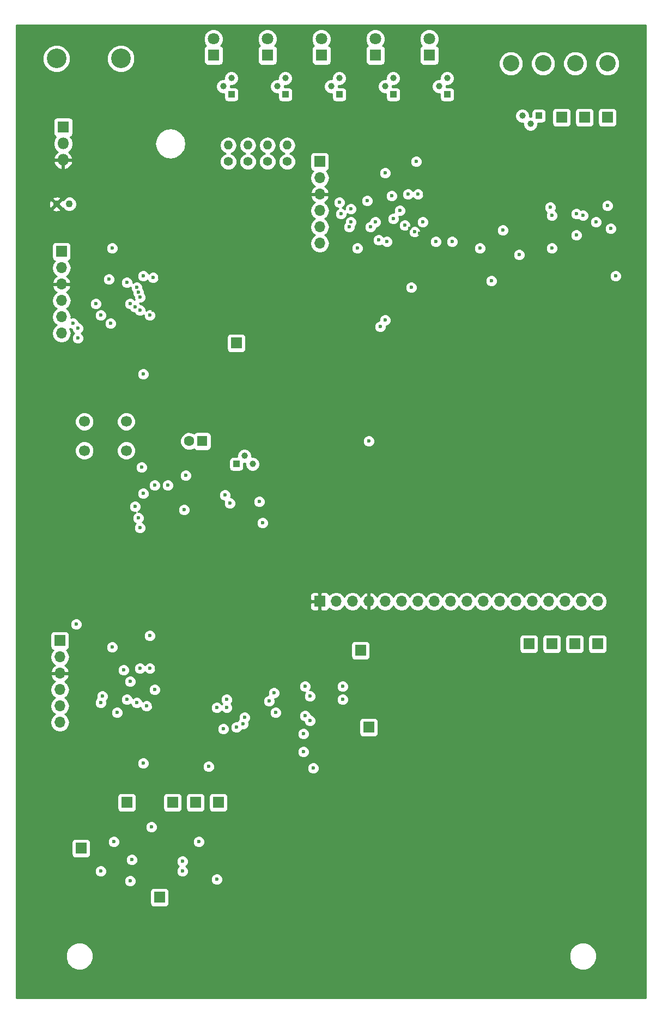
<source format=gbr>
G04 #@! TF.FileFunction,Copper,L2,Inr,Plane*
%FSLAX46Y46*%
G04 Gerber Fmt 4.6, Leading zero omitted, Abs format (unit mm)*
G04 Created by KiCad (PCBNEW 4.0.6) date 01/22/18 19:54:51*
%MOMM*%
%LPD*%
G01*
G04 APERTURE LIST*
%ADD10C,0.100000*%
%ADD11C,2.540000*%
%ADD12C,1.000000*%
%ADD13R,1.000000X1.000000*%
%ADD14C,1.100000*%
%ADD15R,1.700000X1.700000*%
%ADD16O,1.700000X1.700000*%
%ADD17C,1.700000*%
%ADD18R,1.600000X1.600000*%
%ADD19C,1.600000*%
%ADD20C,3.048000*%
%ADD21R,1.800000X1.800000*%
%ADD22C,1.800000*%
%ADD23O,1.800000X1.800000*%
%ADD24C,1.400000*%
%ADD25O,1.400000X1.400000*%
%ADD26C,0.600000*%
%ADD27C,0.254000*%
G04 APERTURE END LIST*
D10*
D11*
X270256000Y-19304000D03*
X265256000Y-19304000D03*
X260256000Y-19304000D03*
X255256000Y-19304000D03*
D12*
X244094000Y-22860000D03*
X245364000Y-21590000D03*
D13*
X245364000Y-24130000D03*
D14*
X184658000Y-41148000D03*
X186658000Y-41148000D03*
D15*
X225552000Y-102870000D03*
D16*
X228092000Y-102870000D03*
X230632000Y-102870000D03*
X233172000Y-102870000D03*
X235712000Y-102870000D03*
X238252000Y-102870000D03*
X240792000Y-102870000D03*
X243332000Y-102870000D03*
X245872000Y-102870000D03*
X248412000Y-102870000D03*
X250952000Y-102870000D03*
X253492000Y-102870000D03*
X256032000Y-102870000D03*
X258572000Y-102870000D03*
X261112000Y-102870000D03*
X263652000Y-102870000D03*
X266192000Y-102870000D03*
X268732000Y-102870000D03*
D15*
X225552000Y-34544000D03*
D16*
X225552000Y-37084000D03*
X225552000Y-39624000D03*
X225552000Y-42164000D03*
X225552000Y-44704000D03*
X225552000Y-47244000D03*
D15*
X185420000Y-48514000D03*
D16*
X185420000Y-51054000D03*
X185420000Y-53594000D03*
X185420000Y-56134000D03*
X185420000Y-58674000D03*
X185420000Y-61214000D03*
D12*
X258318000Y-28702000D03*
X257048000Y-27432000D03*
D13*
X259588000Y-27432000D03*
D12*
X235712000Y-22860000D03*
X236982000Y-21590000D03*
D13*
X236982000Y-24130000D03*
D12*
X227330000Y-22860000D03*
X228600000Y-21590000D03*
D13*
X228600000Y-24130000D03*
D12*
X218948000Y-22860000D03*
X220218000Y-21590000D03*
D13*
X220218000Y-24130000D03*
D12*
X210566000Y-22860000D03*
X211836000Y-21590000D03*
D13*
X211836000Y-24130000D03*
D12*
X213868000Y-80264000D03*
X215138000Y-81534000D03*
D13*
X212598000Y-81534000D03*
D17*
X195476000Y-79430000D03*
X188976000Y-79430000D03*
X195476000Y-74930000D03*
X188976000Y-74930000D03*
D18*
X207264000Y-77978000D03*
D19*
X205264000Y-77978000D03*
D20*
X184658000Y-18542000D03*
X194658000Y-18542000D03*
D15*
X185166000Y-108966000D03*
D16*
X185166000Y-111506000D03*
X185166000Y-114046000D03*
X185166000Y-116586000D03*
X185166000Y-119126000D03*
X185166000Y-121666000D03*
D21*
X242570000Y-18034000D03*
D22*
X242570000Y-15494000D03*
D21*
X234188000Y-18034000D03*
D22*
X234188000Y-15494000D03*
D21*
X225806000Y-18034000D03*
D22*
X225806000Y-15494000D03*
D21*
X217424000Y-18034000D03*
D22*
X217424000Y-15494000D03*
D21*
X209042000Y-18034000D03*
D22*
X209042000Y-15494000D03*
D21*
X185674000Y-29210000D03*
D23*
X185674000Y-31750000D03*
X185674000Y-34290000D03*
D15*
X268732000Y-109474000D03*
X265176000Y-109474000D03*
X270256000Y-27686000D03*
X231902000Y-110490000D03*
X266700000Y-27686000D03*
X206248000Y-134112000D03*
X258064000Y-109474000D03*
X195580000Y-134112000D03*
X202692000Y-134112000D03*
X261620000Y-109474000D03*
X188468000Y-141224000D03*
X212598000Y-62738000D03*
X233172000Y-122428000D03*
X263144000Y-27686000D03*
X209804000Y-134112000D03*
X200660000Y-148844000D03*
D24*
X220472000Y-34544000D03*
D25*
X220472000Y-32004000D03*
D24*
X217424000Y-34544000D03*
D25*
X217424000Y-32004000D03*
D24*
X214376000Y-34544000D03*
D25*
X214376000Y-32004000D03*
D24*
X211328000Y-34544000D03*
D25*
X211328000Y-32004000D03*
D26*
X185420000Y-73914000D03*
X200660000Y-52578000D03*
X191516000Y-48768000D03*
X239522000Y-44958000D03*
X241046000Y-45720000D03*
X199644000Y-57658000D03*
X199644000Y-118872000D03*
X189738000Y-48768000D03*
X190500000Y-109982000D03*
X232918000Y-36068000D03*
X230378000Y-36068000D03*
X200152000Y-113284000D03*
X208534000Y-120904000D03*
X211328000Y-124460000D03*
X215646000Y-129540000D03*
X241808000Y-39624000D03*
X254508000Y-30480000D03*
X220980000Y-44196000D03*
X217932000Y-44196000D03*
X214884000Y-44196000D03*
X211836000Y-44196000D03*
X203708000Y-74676000D03*
X207264000Y-137668000D03*
X204216000Y-139192000D03*
X196342000Y-138938000D03*
X194310000Y-137414000D03*
X202184000Y-86106000D03*
X216154000Y-85852000D03*
X252222000Y-51054000D03*
X250952000Y-43942000D03*
X204978000Y-19304000D03*
X213360000Y-19304000D03*
X221742000Y-19304000D03*
X230124000Y-19304000D03*
X238506000Y-19304000D03*
X268478000Y-43942000D03*
X218694000Y-120142000D03*
X199390000Y-137922000D03*
X271526000Y-52324000D03*
X204724000Y-83312000D03*
X196850000Y-88138000D03*
X196850000Y-57150000D03*
X234950000Y-60198000D03*
X235712000Y-59182000D03*
X196088000Y-56642000D03*
X241554000Y-43942000D03*
X235966000Y-46990000D03*
X243586000Y-46990000D03*
X246126000Y-46990000D03*
X254000000Y-45212000D03*
X210566000Y-122682000D03*
X194056000Y-120142000D03*
X196088000Y-115316000D03*
X187960000Y-60452000D03*
X187960000Y-61976000D03*
X231394000Y-48006000D03*
X197612000Y-55626000D03*
X233172000Y-77978000D03*
X204216000Y-144780000D03*
X191516000Y-144780000D03*
X256540000Y-49022000D03*
X250444000Y-48006000D03*
X223266000Y-116078000D03*
X223266000Y-120650000D03*
X261620000Y-42926000D03*
X236982000Y-43434000D03*
X261366000Y-41656000D03*
X237998000Y-42164000D03*
X209550000Y-119380000D03*
X212598000Y-122428000D03*
X213614000Y-121920000D03*
X211074000Y-119380000D03*
X211074000Y-118110000D03*
X213868000Y-120904000D03*
X217678000Y-118364000D03*
X195580000Y-118110000D03*
X218440000Y-117094000D03*
X199898000Y-116586000D03*
X187706000Y-106426000D03*
X187198000Y-59690000D03*
X228854000Y-42672000D03*
X197358000Y-54864000D03*
X230378000Y-41910000D03*
X192786000Y-52832000D03*
X193040000Y-59690000D03*
X228600000Y-40894000D03*
X197104000Y-54102000D03*
X232918000Y-40640000D03*
X199644000Y-52578000D03*
X197612000Y-57658000D03*
X238760000Y-44450000D03*
X240284000Y-45466000D03*
X193294000Y-48006000D03*
X197866000Y-82042000D03*
X199136000Y-58420000D03*
X229108000Y-116078000D03*
X208280000Y-128524000D03*
X234696000Y-46736000D03*
X193294000Y-109982000D03*
X198120000Y-128016000D03*
X197104000Y-118618000D03*
X198628000Y-119126000D03*
X195072000Y-113538000D03*
X197612000Y-113284000D03*
X199136000Y-113284000D03*
X199136000Y-108204000D03*
X223012000Y-123444000D03*
X229108000Y-118110000D03*
X235712000Y-36322000D03*
X240792000Y-39624000D03*
X236728000Y-39878000D03*
X198120000Y-52324000D03*
X198120000Y-67564000D03*
X195580000Y-53340000D03*
X210820000Y-86360000D03*
X206756000Y-140208000D03*
X204216000Y-143256000D03*
X196088000Y-146304000D03*
X209550000Y-146050000D03*
X196342000Y-143002000D03*
X193548000Y-140208000D03*
X197358000Y-89916000D03*
X197612000Y-91440000D03*
X198120000Y-86106000D03*
X216662000Y-90678000D03*
X216154000Y-87376000D03*
X266446000Y-42926000D03*
X270764000Y-44958000D03*
X270256000Y-41402000D03*
X261620000Y-48006000D03*
X252222000Y-53086000D03*
X239268000Y-39624000D03*
X239776000Y-54102000D03*
X240538000Y-34544000D03*
X204470000Y-88646000D03*
X211582000Y-87630000D03*
X201930000Y-84836000D03*
X265430000Y-45974000D03*
X265430000Y-42672000D03*
X224028000Y-121412000D03*
X224028000Y-117602000D03*
X223012000Y-126238000D03*
X224536000Y-128778000D03*
X199898000Y-84836000D03*
X191770000Y-117602000D03*
X191516000Y-118618000D03*
X230378000Y-43942000D03*
X234188000Y-43942000D03*
X233426000Y-44704000D03*
X230124000Y-44704000D03*
X190754000Y-56642000D03*
X191516000Y-58420000D03*
D27*
G36*
X276212300Y-164452300D02*
X178447700Y-164452300D01*
X178447700Y-158410815D01*
X186078630Y-158410815D01*
X186402980Y-159195800D01*
X187003041Y-159796909D01*
X187787459Y-160122628D01*
X188636815Y-160123370D01*
X189421800Y-159799020D01*
X190022909Y-159198959D01*
X190348628Y-158414541D01*
X190348631Y-158410815D01*
X264310630Y-158410815D01*
X264634980Y-159195800D01*
X265235041Y-159796909D01*
X266019459Y-160122628D01*
X266868815Y-160123370D01*
X267653800Y-159799020D01*
X268254909Y-159198959D01*
X268580628Y-158414541D01*
X268581370Y-157565185D01*
X268257020Y-156780200D01*
X267656959Y-156179091D01*
X266872541Y-155853372D01*
X266023185Y-155852630D01*
X265238200Y-156176980D01*
X264637091Y-156777041D01*
X264311372Y-157561459D01*
X264310630Y-158410815D01*
X190348631Y-158410815D01*
X190349370Y-157565185D01*
X190025020Y-156780200D01*
X189424959Y-156179091D01*
X188640541Y-155853372D01*
X187791185Y-155852630D01*
X187006200Y-156176980D01*
X186405091Y-156777041D01*
X186079372Y-157561459D01*
X186078630Y-158410815D01*
X178447700Y-158410815D01*
X178447700Y-147994000D01*
X199162560Y-147994000D01*
X199162560Y-149694000D01*
X199206838Y-149929317D01*
X199345910Y-150145441D01*
X199558110Y-150290431D01*
X199810000Y-150341440D01*
X201510000Y-150341440D01*
X201745317Y-150297162D01*
X201961441Y-150158090D01*
X202106431Y-149945890D01*
X202157440Y-149694000D01*
X202157440Y-147994000D01*
X202113162Y-147758683D01*
X201974090Y-147542559D01*
X201761890Y-147397569D01*
X201510000Y-147346560D01*
X199810000Y-147346560D01*
X199574683Y-147390838D01*
X199358559Y-147529910D01*
X199213569Y-147742110D01*
X199162560Y-147994000D01*
X178447700Y-147994000D01*
X178447700Y-146489167D01*
X195152838Y-146489167D01*
X195294883Y-146832943D01*
X195557673Y-147096192D01*
X195901201Y-147238838D01*
X196273167Y-147239162D01*
X196616943Y-147097117D01*
X196880192Y-146834327D01*
X197022838Y-146490799D01*
X197023060Y-146235167D01*
X208614838Y-146235167D01*
X208756883Y-146578943D01*
X209019673Y-146842192D01*
X209363201Y-146984838D01*
X209735167Y-146985162D01*
X210078943Y-146843117D01*
X210342192Y-146580327D01*
X210484838Y-146236799D01*
X210485162Y-145864833D01*
X210343117Y-145521057D01*
X210080327Y-145257808D01*
X209736799Y-145115162D01*
X209364833Y-145114838D01*
X209021057Y-145256883D01*
X208757808Y-145519673D01*
X208615162Y-145863201D01*
X208614838Y-146235167D01*
X197023060Y-146235167D01*
X197023162Y-146118833D01*
X196881117Y-145775057D01*
X196618327Y-145511808D01*
X196274799Y-145369162D01*
X195902833Y-145368838D01*
X195559057Y-145510883D01*
X195295808Y-145773673D01*
X195153162Y-146117201D01*
X195152838Y-146489167D01*
X178447700Y-146489167D01*
X178447700Y-144965167D01*
X190580838Y-144965167D01*
X190722883Y-145308943D01*
X190985673Y-145572192D01*
X191329201Y-145714838D01*
X191701167Y-145715162D01*
X192044943Y-145573117D01*
X192308192Y-145310327D01*
X192450838Y-144966799D01*
X192451162Y-144594833D01*
X192309117Y-144251057D01*
X192046327Y-143987808D01*
X191702799Y-143845162D01*
X191330833Y-143844838D01*
X190987057Y-143986883D01*
X190723808Y-144249673D01*
X190581162Y-144593201D01*
X190580838Y-144965167D01*
X178447700Y-144965167D01*
X178447700Y-143187167D01*
X195406838Y-143187167D01*
X195548883Y-143530943D01*
X195811673Y-143794192D01*
X196155201Y-143936838D01*
X196527167Y-143937162D01*
X196870943Y-143795117D01*
X197134192Y-143532327D01*
X197172045Y-143441167D01*
X203280838Y-143441167D01*
X203422883Y-143784943D01*
X203655709Y-144018176D01*
X203423808Y-144249673D01*
X203281162Y-144593201D01*
X203280838Y-144965167D01*
X203422883Y-145308943D01*
X203685673Y-145572192D01*
X204029201Y-145714838D01*
X204401167Y-145715162D01*
X204744943Y-145573117D01*
X205008192Y-145310327D01*
X205150838Y-144966799D01*
X205151162Y-144594833D01*
X205009117Y-144251057D01*
X204776291Y-144017824D01*
X205008192Y-143786327D01*
X205150838Y-143442799D01*
X205151162Y-143070833D01*
X205009117Y-142727057D01*
X204746327Y-142463808D01*
X204402799Y-142321162D01*
X204030833Y-142320838D01*
X203687057Y-142462883D01*
X203423808Y-142725673D01*
X203281162Y-143069201D01*
X203280838Y-143441167D01*
X197172045Y-143441167D01*
X197276838Y-143188799D01*
X197277162Y-142816833D01*
X197135117Y-142473057D01*
X196872327Y-142209808D01*
X196528799Y-142067162D01*
X196156833Y-142066838D01*
X195813057Y-142208883D01*
X195549808Y-142471673D01*
X195407162Y-142815201D01*
X195406838Y-143187167D01*
X178447700Y-143187167D01*
X178447700Y-140374000D01*
X186970560Y-140374000D01*
X186970560Y-142074000D01*
X187014838Y-142309317D01*
X187153910Y-142525441D01*
X187366110Y-142670431D01*
X187618000Y-142721440D01*
X189318000Y-142721440D01*
X189553317Y-142677162D01*
X189769441Y-142538090D01*
X189914431Y-142325890D01*
X189965440Y-142074000D01*
X189965440Y-140393167D01*
X192612838Y-140393167D01*
X192754883Y-140736943D01*
X193017673Y-141000192D01*
X193361201Y-141142838D01*
X193733167Y-141143162D01*
X194076943Y-141001117D01*
X194340192Y-140738327D01*
X194482838Y-140394799D01*
X194482839Y-140393167D01*
X205820838Y-140393167D01*
X205962883Y-140736943D01*
X206225673Y-141000192D01*
X206569201Y-141142838D01*
X206941167Y-141143162D01*
X207284943Y-141001117D01*
X207548192Y-140738327D01*
X207690838Y-140394799D01*
X207691162Y-140022833D01*
X207549117Y-139679057D01*
X207286327Y-139415808D01*
X206942799Y-139273162D01*
X206570833Y-139272838D01*
X206227057Y-139414883D01*
X205963808Y-139677673D01*
X205821162Y-140021201D01*
X205820838Y-140393167D01*
X194482839Y-140393167D01*
X194483162Y-140022833D01*
X194341117Y-139679057D01*
X194078327Y-139415808D01*
X193734799Y-139273162D01*
X193362833Y-139272838D01*
X193019057Y-139414883D01*
X192755808Y-139677673D01*
X192613162Y-140021201D01*
X192612838Y-140393167D01*
X189965440Y-140393167D01*
X189965440Y-140374000D01*
X189921162Y-140138683D01*
X189782090Y-139922559D01*
X189569890Y-139777569D01*
X189318000Y-139726560D01*
X187618000Y-139726560D01*
X187382683Y-139770838D01*
X187166559Y-139909910D01*
X187021569Y-140122110D01*
X186970560Y-140374000D01*
X178447700Y-140374000D01*
X178447700Y-138107167D01*
X198454838Y-138107167D01*
X198596883Y-138450943D01*
X198859673Y-138714192D01*
X199203201Y-138856838D01*
X199575167Y-138857162D01*
X199918943Y-138715117D01*
X200182192Y-138452327D01*
X200324838Y-138108799D01*
X200325162Y-137736833D01*
X200183117Y-137393057D01*
X199920327Y-137129808D01*
X199576799Y-136987162D01*
X199204833Y-136986838D01*
X198861057Y-137128883D01*
X198597808Y-137391673D01*
X198455162Y-137735201D01*
X198454838Y-138107167D01*
X178447700Y-138107167D01*
X178447700Y-133262000D01*
X194082560Y-133262000D01*
X194082560Y-134962000D01*
X194126838Y-135197317D01*
X194265910Y-135413441D01*
X194478110Y-135558431D01*
X194730000Y-135609440D01*
X196430000Y-135609440D01*
X196665317Y-135565162D01*
X196881441Y-135426090D01*
X197026431Y-135213890D01*
X197077440Y-134962000D01*
X197077440Y-133262000D01*
X201194560Y-133262000D01*
X201194560Y-134962000D01*
X201238838Y-135197317D01*
X201377910Y-135413441D01*
X201590110Y-135558431D01*
X201842000Y-135609440D01*
X203542000Y-135609440D01*
X203777317Y-135565162D01*
X203993441Y-135426090D01*
X204138431Y-135213890D01*
X204189440Y-134962000D01*
X204189440Y-133262000D01*
X204750560Y-133262000D01*
X204750560Y-134962000D01*
X204794838Y-135197317D01*
X204933910Y-135413441D01*
X205146110Y-135558431D01*
X205398000Y-135609440D01*
X207098000Y-135609440D01*
X207333317Y-135565162D01*
X207549441Y-135426090D01*
X207694431Y-135213890D01*
X207745440Y-134962000D01*
X207745440Y-133262000D01*
X208306560Y-133262000D01*
X208306560Y-134962000D01*
X208350838Y-135197317D01*
X208489910Y-135413441D01*
X208702110Y-135558431D01*
X208954000Y-135609440D01*
X210654000Y-135609440D01*
X210889317Y-135565162D01*
X211105441Y-135426090D01*
X211250431Y-135213890D01*
X211301440Y-134962000D01*
X211301440Y-133262000D01*
X211257162Y-133026683D01*
X211118090Y-132810559D01*
X210905890Y-132665569D01*
X210654000Y-132614560D01*
X208954000Y-132614560D01*
X208718683Y-132658838D01*
X208502559Y-132797910D01*
X208357569Y-133010110D01*
X208306560Y-133262000D01*
X207745440Y-133262000D01*
X207701162Y-133026683D01*
X207562090Y-132810559D01*
X207349890Y-132665569D01*
X207098000Y-132614560D01*
X205398000Y-132614560D01*
X205162683Y-132658838D01*
X204946559Y-132797910D01*
X204801569Y-133010110D01*
X204750560Y-133262000D01*
X204189440Y-133262000D01*
X204145162Y-133026683D01*
X204006090Y-132810559D01*
X203793890Y-132665569D01*
X203542000Y-132614560D01*
X201842000Y-132614560D01*
X201606683Y-132658838D01*
X201390559Y-132797910D01*
X201245569Y-133010110D01*
X201194560Y-133262000D01*
X197077440Y-133262000D01*
X197033162Y-133026683D01*
X196894090Y-132810559D01*
X196681890Y-132665569D01*
X196430000Y-132614560D01*
X194730000Y-132614560D01*
X194494683Y-132658838D01*
X194278559Y-132797910D01*
X194133569Y-133010110D01*
X194082560Y-133262000D01*
X178447700Y-133262000D01*
X178447700Y-128201167D01*
X197184838Y-128201167D01*
X197326883Y-128544943D01*
X197589673Y-128808192D01*
X197933201Y-128950838D01*
X198305167Y-128951162D01*
X198648943Y-128809117D01*
X198749067Y-128709167D01*
X207344838Y-128709167D01*
X207486883Y-129052943D01*
X207749673Y-129316192D01*
X208093201Y-129458838D01*
X208465167Y-129459162D01*
X208808943Y-129317117D01*
X209072192Y-129054327D01*
X209110045Y-128963167D01*
X223600838Y-128963167D01*
X223742883Y-129306943D01*
X224005673Y-129570192D01*
X224349201Y-129712838D01*
X224721167Y-129713162D01*
X225064943Y-129571117D01*
X225328192Y-129308327D01*
X225470838Y-128964799D01*
X225471162Y-128592833D01*
X225329117Y-128249057D01*
X225066327Y-127985808D01*
X224722799Y-127843162D01*
X224350833Y-127842838D01*
X224007057Y-127984883D01*
X223743808Y-128247673D01*
X223601162Y-128591201D01*
X223600838Y-128963167D01*
X209110045Y-128963167D01*
X209214838Y-128710799D01*
X209215162Y-128338833D01*
X209073117Y-127995057D01*
X208810327Y-127731808D01*
X208466799Y-127589162D01*
X208094833Y-127588838D01*
X207751057Y-127730883D01*
X207487808Y-127993673D01*
X207345162Y-128337201D01*
X207344838Y-128709167D01*
X198749067Y-128709167D01*
X198912192Y-128546327D01*
X199054838Y-128202799D01*
X199055162Y-127830833D01*
X198913117Y-127487057D01*
X198650327Y-127223808D01*
X198306799Y-127081162D01*
X197934833Y-127080838D01*
X197591057Y-127222883D01*
X197327808Y-127485673D01*
X197185162Y-127829201D01*
X197184838Y-128201167D01*
X178447700Y-128201167D01*
X178447700Y-126423167D01*
X222076838Y-126423167D01*
X222218883Y-126766943D01*
X222481673Y-127030192D01*
X222825201Y-127172838D01*
X223197167Y-127173162D01*
X223540943Y-127031117D01*
X223804192Y-126768327D01*
X223946838Y-126424799D01*
X223947162Y-126052833D01*
X223805117Y-125709057D01*
X223542327Y-125445808D01*
X223198799Y-125303162D01*
X222826833Y-125302838D01*
X222483057Y-125444883D01*
X222219808Y-125707673D01*
X222077162Y-126051201D01*
X222076838Y-126423167D01*
X178447700Y-126423167D01*
X178447700Y-123629167D01*
X222076838Y-123629167D01*
X222218883Y-123972943D01*
X222481673Y-124236192D01*
X222825201Y-124378838D01*
X223197167Y-124379162D01*
X223540943Y-124237117D01*
X223804192Y-123974327D01*
X223946838Y-123630799D01*
X223947162Y-123258833D01*
X223805117Y-122915057D01*
X223542327Y-122651808D01*
X223198799Y-122509162D01*
X222826833Y-122508838D01*
X222483057Y-122650883D01*
X222219808Y-122913673D01*
X222077162Y-123257201D01*
X222076838Y-123629167D01*
X178447700Y-123629167D01*
X178447700Y-116586000D01*
X183651907Y-116586000D01*
X183764946Y-117154285D01*
X184086853Y-117636054D01*
X184416026Y-117856000D01*
X184086853Y-118075946D01*
X183764946Y-118557715D01*
X183651907Y-119126000D01*
X183764946Y-119694285D01*
X184086853Y-120176054D01*
X184416026Y-120396000D01*
X184086853Y-120615946D01*
X183764946Y-121097715D01*
X183651907Y-121666000D01*
X183764946Y-122234285D01*
X184086853Y-122716054D01*
X184568622Y-123037961D01*
X185136907Y-123151000D01*
X185195093Y-123151000D01*
X185763378Y-123037961D01*
X186018989Y-122867167D01*
X209630838Y-122867167D01*
X209772883Y-123210943D01*
X210035673Y-123474192D01*
X210379201Y-123616838D01*
X210751167Y-123617162D01*
X211094943Y-123475117D01*
X211358192Y-123212327D01*
X211500838Y-122868799D01*
X211501060Y-122613167D01*
X211662838Y-122613167D01*
X211804883Y-122956943D01*
X212067673Y-123220192D01*
X212411201Y-123362838D01*
X212783167Y-123363162D01*
X213126943Y-123221117D01*
X213390192Y-122958327D01*
X213433162Y-122854843D01*
X213799167Y-122855162D01*
X214142943Y-122713117D01*
X214406192Y-122450327D01*
X214548838Y-122106799D01*
X214549162Y-121734833D01*
X214493678Y-121600551D01*
X214660192Y-121434327D01*
X214802838Y-121090799D01*
X214803162Y-120718833D01*
X214661117Y-120375057D01*
X214613311Y-120327167D01*
X217758838Y-120327167D01*
X217900883Y-120670943D01*
X218163673Y-120934192D01*
X218507201Y-121076838D01*
X218879167Y-121077162D01*
X219222943Y-120935117D01*
X219323067Y-120835167D01*
X222330838Y-120835167D01*
X222472883Y-121178943D01*
X222735673Y-121442192D01*
X223079201Y-121584838D01*
X223092849Y-121584850D01*
X223092838Y-121597167D01*
X223234883Y-121940943D01*
X223497673Y-122204192D01*
X223841201Y-122346838D01*
X224213167Y-122347162D01*
X224556943Y-122205117D01*
X224820192Y-121942327D01*
X224962838Y-121598799D01*
X224962856Y-121578000D01*
X231674560Y-121578000D01*
X231674560Y-123278000D01*
X231718838Y-123513317D01*
X231857910Y-123729441D01*
X232070110Y-123874431D01*
X232322000Y-123925440D01*
X234022000Y-123925440D01*
X234257317Y-123881162D01*
X234473441Y-123742090D01*
X234618431Y-123529890D01*
X234669440Y-123278000D01*
X234669440Y-121578000D01*
X234625162Y-121342683D01*
X234486090Y-121126559D01*
X234273890Y-120981569D01*
X234022000Y-120930560D01*
X232322000Y-120930560D01*
X232086683Y-120974838D01*
X231870559Y-121113910D01*
X231725569Y-121326110D01*
X231674560Y-121578000D01*
X224962856Y-121578000D01*
X224963162Y-121226833D01*
X224821117Y-120883057D01*
X224558327Y-120619808D01*
X224214799Y-120477162D01*
X224201151Y-120477150D01*
X224201162Y-120464833D01*
X224059117Y-120121057D01*
X223796327Y-119857808D01*
X223452799Y-119715162D01*
X223080833Y-119714838D01*
X222737057Y-119856883D01*
X222473808Y-120119673D01*
X222331162Y-120463201D01*
X222330838Y-120835167D01*
X219323067Y-120835167D01*
X219486192Y-120672327D01*
X219628838Y-120328799D01*
X219629162Y-119956833D01*
X219487117Y-119613057D01*
X219224327Y-119349808D01*
X218880799Y-119207162D01*
X218508833Y-119206838D01*
X218165057Y-119348883D01*
X217901808Y-119611673D01*
X217759162Y-119955201D01*
X217758838Y-120327167D01*
X214613311Y-120327167D01*
X214398327Y-120111808D01*
X214054799Y-119969162D01*
X213682833Y-119968838D01*
X213339057Y-120110883D01*
X213075808Y-120373673D01*
X212933162Y-120717201D01*
X212932838Y-121089167D01*
X212988322Y-121223449D01*
X212821808Y-121389673D01*
X212778838Y-121493157D01*
X212412833Y-121492838D01*
X212069057Y-121634883D01*
X211805808Y-121897673D01*
X211663162Y-122241201D01*
X211662838Y-122613167D01*
X211501060Y-122613167D01*
X211501162Y-122496833D01*
X211359117Y-122153057D01*
X211096327Y-121889808D01*
X210752799Y-121747162D01*
X210380833Y-121746838D01*
X210037057Y-121888883D01*
X209773808Y-122151673D01*
X209631162Y-122495201D01*
X209630838Y-122867167D01*
X186018989Y-122867167D01*
X186245147Y-122716054D01*
X186567054Y-122234285D01*
X186680093Y-121666000D01*
X186567054Y-121097715D01*
X186245147Y-120615946D01*
X185915974Y-120396000D01*
X186018990Y-120327167D01*
X193120838Y-120327167D01*
X193262883Y-120670943D01*
X193525673Y-120934192D01*
X193869201Y-121076838D01*
X194241167Y-121077162D01*
X194584943Y-120935117D01*
X194848192Y-120672327D01*
X194990838Y-120328799D01*
X194991162Y-119956833D01*
X194849117Y-119613057D01*
X194586327Y-119349808D01*
X194242799Y-119207162D01*
X193870833Y-119206838D01*
X193527057Y-119348883D01*
X193263808Y-119611673D01*
X193121162Y-119955201D01*
X193120838Y-120327167D01*
X186018990Y-120327167D01*
X186245147Y-120176054D01*
X186567054Y-119694285D01*
X186680093Y-119126000D01*
X186615878Y-118803167D01*
X190580838Y-118803167D01*
X190722883Y-119146943D01*
X190985673Y-119410192D01*
X191329201Y-119552838D01*
X191701167Y-119553162D01*
X192044943Y-119411117D01*
X192308192Y-119148327D01*
X192450838Y-118804799D01*
X192451162Y-118432833D01*
X192395678Y-118298551D01*
X192399067Y-118295167D01*
X194644838Y-118295167D01*
X194786883Y-118638943D01*
X195049673Y-118902192D01*
X195393201Y-119044838D01*
X195765167Y-119045162D01*
X196108943Y-118903117D01*
X196180586Y-118831599D01*
X196310883Y-119146943D01*
X196573673Y-119410192D01*
X196917201Y-119552838D01*
X197289167Y-119553162D01*
X197632943Y-119411117D01*
X197704586Y-119339599D01*
X197834883Y-119654943D01*
X198097673Y-119918192D01*
X198441201Y-120060838D01*
X198813167Y-120061162D01*
X199156943Y-119919117D01*
X199420192Y-119656327D01*
X199458045Y-119565167D01*
X208614838Y-119565167D01*
X208756883Y-119908943D01*
X209019673Y-120172192D01*
X209363201Y-120314838D01*
X209735167Y-120315162D01*
X210078943Y-120173117D01*
X210312176Y-119940291D01*
X210543673Y-120172192D01*
X210887201Y-120314838D01*
X211259167Y-120315162D01*
X211602943Y-120173117D01*
X211866192Y-119910327D01*
X212008838Y-119566799D01*
X212009162Y-119194833D01*
X211867117Y-118851057D01*
X211761290Y-118745046D01*
X211866192Y-118640327D01*
X211904045Y-118549167D01*
X216742838Y-118549167D01*
X216884883Y-118892943D01*
X217147673Y-119156192D01*
X217491201Y-119298838D01*
X217863167Y-119299162D01*
X218206943Y-119157117D01*
X218470192Y-118894327D01*
X218612838Y-118550799D01*
X218613162Y-118178833D01*
X218551293Y-118029098D01*
X218625167Y-118029162D01*
X218968943Y-117887117D01*
X219232192Y-117624327D01*
X219374838Y-117280799D01*
X219375162Y-116908833D01*
X219233117Y-116565057D01*
X218970327Y-116301808D01*
X218877270Y-116263167D01*
X222330838Y-116263167D01*
X222472883Y-116606943D01*
X222735673Y-116870192D01*
X223079201Y-117012838D01*
X223294558Y-117013026D01*
X223235808Y-117071673D01*
X223093162Y-117415201D01*
X223092838Y-117787167D01*
X223234883Y-118130943D01*
X223497673Y-118394192D01*
X223841201Y-118536838D01*
X224213167Y-118537162D01*
X224556943Y-118395117D01*
X224657067Y-118295167D01*
X228172838Y-118295167D01*
X228314883Y-118638943D01*
X228577673Y-118902192D01*
X228921201Y-119044838D01*
X229293167Y-119045162D01*
X229636943Y-118903117D01*
X229900192Y-118640327D01*
X230042838Y-118296799D01*
X230043162Y-117924833D01*
X229901117Y-117581057D01*
X229638327Y-117317808D01*
X229294799Y-117175162D01*
X228922833Y-117174838D01*
X228579057Y-117316883D01*
X228315808Y-117579673D01*
X228173162Y-117923201D01*
X228172838Y-118295167D01*
X224657067Y-118295167D01*
X224820192Y-118132327D01*
X224962838Y-117788799D01*
X224963162Y-117416833D01*
X224821117Y-117073057D01*
X224558327Y-116809808D01*
X224214799Y-116667162D01*
X223999442Y-116666974D01*
X224058192Y-116608327D01*
X224200838Y-116264799D01*
X224200839Y-116263167D01*
X228172838Y-116263167D01*
X228314883Y-116606943D01*
X228577673Y-116870192D01*
X228921201Y-117012838D01*
X229293167Y-117013162D01*
X229636943Y-116871117D01*
X229900192Y-116608327D01*
X230042838Y-116264799D01*
X230043162Y-115892833D01*
X229901117Y-115549057D01*
X229638327Y-115285808D01*
X229294799Y-115143162D01*
X228922833Y-115142838D01*
X228579057Y-115284883D01*
X228315808Y-115547673D01*
X228173162Y-115891201D01*
X228172838Y-116263167D01*
X224200839Y-116263167D01*
X224201162Y-115892833D01*
X224059117Y-115549057D01*
X223796327Y-115285808D01*
X223452799Y-115143162D01*
X223080833Y-115142838D01*
X222737057Y-115284883D01*
X222473808Y-115547673D01*
X222331162Y-115891201D01*
X222330838Y-116263167D01*
X218877270Y-116263167D01*
X218626799Y-116159162D01*
X218254833Y-116158838D01*
X217911057Y-116300883D01*
X217647808Y-116563673D01*
X217505162Y-116907201D01*
X217504838Y-117279167D01*
X217566707Y-117428902D01*
X217492833Y-117428838D01*
X217149057Y-117570883D01*
X216885808Y-117833673D01*
X216743162Y-118177201D01*
X216742838Y-118549167D01*
X211904045Y-118549167D01*
X212008838Y-118296799D01*
X212009162Y-117924833D01*
X211867117Y-117581057D01*
X211604327Y-117317808D01*
X211260799Y-117175162D01*
X210888833Y-117174838D01*
X210545057Y-117316883D01*
X210281808Y-117579673D01*
X210139162Y-117923201D01*
X210138838Y-118295167D01*
X210280883Y-118638943D01*
X210386710Y-118744954D01*
X210311824Y-118819709D01*
X210080327Y-118587808D01*
X209736799Y-118445162D01*
X209364833Y-118444838D01*
X209021057Y-118586883D01*
X208757808Y-118849673D01*
X208615162Y-119193201D01*
X208614838Y-119565167D01*
X199458045Y-119565167D01*
X199562838Y-119312799D01*
X199563162Y-118940833D01*
X199421117Y-118597057D01*
X199158327Y-118333808D01*
X198814799Y-118191162D01*
X198442833Y-118190838D01*
X198099057Y-118332883D01*
X198027414Y-118404401D01*
X197897117Y-118089057D01*
X197634327Y-117825808D01*
X197290799Y-117683162D01*
X196918833Y-117682838D01*
X196575057Y-117824883D01*
X196503414Y-117896401D01*
X196373117Y-117581057D01*
X196110327Y-117317808D01*
X195766799Y-117175162D01*
X195394833Y-117174838D01*
X195051057Y-117316883D01*
X194787808Y-117579673D01*
X194645162Y-117923201D01*
X194644838Y-118295167D01*
X192399067Y-118295167D01*
X192562192Y-118132327D01*
X192704838Y-117788799D01*
X192705162Y-117416833D01*
X192563117Y-117073057D01*
X192300327Y-116809808D01*
X192207270Y-116771167D01*
X198962838Y-116771167D01*
X199104883Y-117114943D01*
X199367673Y-117378192D01*
X199711201Y-117520838D01*
X200083167Y-117521162D01*
X200426943Y-117379117D01*
X200690192Y-117116327D01*
X200832838Y-116772799D01*
X200833162Y-116400833D01*
X200691117Y-116057057D01*
X200428327Y-115793808D01*
X200084799Y-115651162D01*
X199712833Y-115650838D01*
X199369057Y-115792883D01*
X199105808Y-116055673D01*
X198963162Y-116399201D01*
X198962838Y-116771167D01*
X192207270Y-116771167D01*
X191956799Y-116667162D01*
X191584833Y-116666838D01*
X191241057Y-116808883D01*
X190977808Y-117071673D01*
X190835162Y-117415201D01*
X190834838Y-117787167D01*
X190890322Y-117921449D01*
X190723808Y-118087673D01*
X190581162Y-118431201D01*
X190580838Y-118803167D01*
X186615878Y-118803167D01*
X186567054Y-118557715D01*
X186245147Y-118075946D01*
X185915974Y-117856000D01*
X186245147Y-117636054D01*
X186567054Y-117154285D01*
X186680093Y-116586000D01*
X186567054Y-116017715D01*
X186245147Y-115535946D01*
X186193097Y-115501167D01*
X195152838Y-115501167D01*
X195294883Y-115844943D01*
X195557673Y-116108192D01*
X195901201Y-116250838D01*
X196273167Y-116251162D01*
X196616943Y-116109117D01*
X196880192Y-115846327D01*
X197022838Y-115502799D01*
X197023162Y-115130833D01*
X196881117Y-114787057D01*
X196618327Y-114523808D01*
X196274799Y-114381162D01*
X195902833Y-114380838D01*
X195559057Y-114522883D01*
X195295808Y-114785673D01*
X195153162Y-115129201D01*
X195152838Y-115501167D01*
X186193097Y-115501167D01*
X185904447Y-115308298D01*
X186047358Y-115241183D01*
X186437645Y-114812924D01*
X186607476Y-114402890D01*
X186486155Y-114173000D01*
X185293000Y-114173000D01*
X185293000Y-114193000D01*
X185039000Y-114193000D01*
X185039000Y-114173000D01*
X183845845Y-114173000D01*
X183724524Y-114402890D01*
X183894355Y-114812924D01*
X184284642Y-115241183D01*
X184427553Y-115308298D01*
X184086853Y-115535946D01*
X183764946Y-116017715D01*
X183651907Y-116586000D01*
X178447700Y-116586000D01*
X178447700Y-111506000D01*
X183651907Y-111506000D01*
X183764946Y-112074285D01*
X184086853Y-112556054D01*
X184427553Y-112783702D01*
X184284642Y-112850817D01*
X183894355Y-113279076D01*
X183724524Y-113689110D01*
X183845845Y-113919000D01*
X185039000Y-113919000D01*
X185039000Y-113899000D01*
X185293000Y-113899000D01*
X185293000Y-113919000D01*
X186486155Y-113919000D01*
X186589502Y-113723167D01*
X194136838Y-113723167D01*
X194278883Y-114066943D01*
X194541673Y-114330192D01*
X194885201Y-114472838D01*
X195257167Y-114473162D01*
X195600943Y-114331117D01*
X195864192Y-114068327D01*
X196006838Y-113724799D01*
X196007060Y-113469167D01*
X196676838Y-113469167D01*
X196818883Y-113812943D01*
X197081673Y-114076192D01*
X197425201Y-114218838D01*
X197797167Y-114219162D01*
X198140943Y-114077117D01*
X198374176Y-113844291D01*
X198605673Y-114076192D01*
X198949201Y-114218838D01*
X199321167Y-114219162D01*
X199664943Y-114077117D01*
X199928192Y-113814327D01*
X200070838Y-113470799D01*
X200071162Y-113098833D01*
X199929117Y-112755057D01*
X199666327Y-112491808D01*
X199322799Y-112349162D01*
X198950833Y-112348838D01*
X198607057Y-112490883D01*
X198373824Y-112723709D01*
X198142327Y-112491808D01*
X197798799Y-112349162D01*
X197426833Y-112348838D01*
X197083057Y-112490883D01*
X196819808Y-112753673D01*
X196677162Y-113097201D01*
X196676838Y-113469167D01*
X196007060Y-113469167D01*
X196007162Y-113352833D01*
X195865117Y-113009057D01*
X195602327Y-112745808D01*
X195258799Y-112603162D01*
X194886833Y-112602838D01*
X194543057Y-112744883D01*
X194279808Y-113007673D01*
X194137162Y-113351201D01*
X194136838Y-113723167D01*
X186589502Y-113723167D01*
X186607476Y-113689110D01*
X186437645Y-113279076D01*
X186047358Y-112850817D01*
X185904447Y-112783702D01*
X186245147Y-112556054D01*
X186567054Y-112074285D01*
X186680093Y-111506000D01*
X186567054Y-110937715D01*
X186245147Y-110455946D01*
X186203548Y-110428150D01*
X186251317Y-110419162D01*
X186467441Y-110280090D01*
X186544597Y-110167167D01*
X192358838Y-110167167D01*
X192500883Y-110510943D01*
X192763673Y-110774192D01*
X193107201Y-110916838D01*
X193479167Y-110917162D01*
X193822943Y-110775117D01*
X194086192Y-110512327D01*
X194228838Y-110168799D01*
X194229162Y-109796833D01*
X194164361Y-109640000D01*
X230404560Y-109640000D01*
X230404560Y-111340000D01*
X230448838Y-111575317D01*
X230587910Y-111791441D01*
X230800110Y-111936431D01*
X231052000Y-111987440D01*
X232752000Y-111987440D01*
X232987317Y-111943162D01*
X233203441Y-111804090D01*
X233348431Y-111591890D01*
X233399440Y-111340000D01*
X233399440Y-109640000D01*
X233355162Y-109404683D01*
X233216090Y-109188559D01*
X233003890Y-109043569D01*
X232752000Y-108992560D01*
X231052000Y-108992560D01*
X230816683Y-109036838D01*
X230600559Y-109175910D01*
X230455569Y-109388110D01*
X230404560Y-109640000D01*
X194164361Y-109640000D01*
X194087117Y-109453057D01*
X193824327Y-109189808D01*
X193480799Y-109047162D01*
X193108833Y-109046838D01*
X192765057Y-109188883D01*
X192501808Y-109451673D01*
X192359162Y-109795201D01*
X192358838Y-110167167D01*
X186544597Y-110167167D01*
X186612431Y-110067890D01*
X186663440Y-109816000D01*
X186663440Y-108389167D01*
X198200838Y-108389167D01*
X198342883Y-108732943D01*
X198605673Y-108996192D01*
X198949201Y-109138838D01*
X199321167Y-109139162D01*
X199664943Y-108997117D01*
X199928192Y-108734327D01*
X199974004Y-108624000D01*
X256566560Y-108624000D01*
X256566560Y-110324000D01*
X256610838Y-110559317D01*
X256749910Y-110775441D01*
X256962110Y-110920431D01*
X257214000Y-110971440D01*
X258914000Y-110971440D01*
X259149317Y-110927162D01*
X259365441Y-110788090D01*
X259510431Y-110575890D01*
X259561440Y-110324000D01*
X259561440Y-108624000D01*
X260122560Y-108624000D01*
X260122560Y-110324000D01*
X260166838Y-110559317D01*
X260305910Y-110775441D01*
X260518110Y-110920431D01*
X260770000Y-110971440D01*
X262470000Y-110971440D01*
X262705317Y-110927162D01*
X262921441Y-110788090D01*
X263066431Y-110575890D01*
X263117440Y-110324000D01*
X263117440Y-108624000D01*
X263678560Y-108624000D01*
X263678560Y-110324000D01*
X263722838Y-110559317D01*
X263861910Y-110775441D01*
X264074110Y-110920431D01*
X264326000Y-110971440D01*
X266026000Y-110971440D01*
X266261317Y-110927162D01*
X266477441Y-110788090D01*
X266622431Y-110575890D01*
X266673440Y-110324000D01*
X266673440Y-108624000D01*
X267234560Y-108624000D01*
X267234560Y-110324000D01*
X267278838Y-110559317D01*
X267417910Y-110775441D01*
X267630110Y-110920431D01*
X267882000Y-110971440D01*
X269582000Y-110971440D01*
X269817317Y-110927162D01*
X270033441Y-110788090D01*
X270178431Y-110575890D01*
X270229440Y-110324000D01*
X270229440Y-108624000D01*
X270185162Y-108388683D01*
X270046090Y-108172559D01*
X269833890Y-108027569D01*
X269582000Y-107976560D01*
X267882000Y-107976560D01*
X267646683Y-108020838D01*
X267430559Y-108159910D01*
X267285569Y-108372110D01*
X267234560Y-108624000D01*
X266673440Y-108624000D01*
X266629162Y-108388683D01*
X266490090Y-108172559D01*
X266277890Y-108027569D01*
X266026000Y-107976560D01*
X264326000Y-107976560D01*
X264090683Y-108020838D01*
X263874559Y-108159910D01*
X263729569Y-108372110D01*
X263678560Y-108624000D01*
X263117440Y-108624000D01*
X263073162Y-108388683D01*
X262934090Y-108172559D01*
X262721890Y-108027569D01*
X262470000Y-107976560D01*
X260770000Y-107976560D01*
X260534683Y-108020838D01*
X260318559Y-108159910D01*
X260173569Y-108372110D01*
X260122560Y-108624000D01*
X259561440Y-108624000D01*
X259517162Y-108388683D01*
X259378090Y-108172559D01*
X259165890Y-108027569D01*
X258914000Y-107976560D01*
X257214000Y-107976560D01*
X256978683Y-108020838D01*
X256762559Y-108159910D01*
X256617569Y-108372110D01*
X256566560Y-108624000D01*
X199974004Y-108624000D01*
X200070838Y-108390799D01*
X200071162Y-108018833D01*
X199929117Y-107675057D01*
X199666327Y-107411808D01*
X199322799Y-107269162D01*
X198950833Y-107268838D01*
X198607057Y-107410883D01*
X198343808Y-107673673D01*
X198201162Y-108017201D01*
X198200838Y-108389167D01*
X186663440Y-108389167D01*
X186663440Y-108116000D01*
X186619162Y-107880683D01*
X186480090Y-107664559D01*
X186267890Y-107519569D01*
X186016000Y-107468560D01*
X184316000Y-107468560D01*
X184080683Y-107512838D01*
X183864559Y-107651910D01*
X183719569Y-107864110D01*
X183668560Y-108116000D01*
X183668560Y-109816000D01*
X183712838Y-110051317D01*
X183851910Y-110267441D01*
X184064110Y-110412431D01*
X184131541Y-110426086D01*
X184086853Y-110455946D01*
X183764946Y-110937715D01*
X183651907Y-111506000D01*
X178447700Y-111506000D01*
X178447700Y-106611167D01*
X186770838Y-106611167D01*
X186912883Y-106954943D01*
X187175673Y-107218192D01*
X187519201Y-107360838D01*
X187891167Y-107361162D01*
X188234943Y-107219117D01*
X188498192Y-106956327D01*
X188640838Y-106612799D01*
X188641162Y-106240833D01*
X188499117Y-105897057D01*
X188236327Y-105633808D01*
X187892799Y-105491162D01*
X187520833Y-105490838D01*
X187177057Y-105632883D01*
X186913808Y-105895673D01*
X186771162Y-106239201D01*
X186770838Y-106611167D01*
X178447700Y-106611167D01*
X178447700Y-103155750D01*
X224067000Y-103155750D01*
X224067000Y-103846309D01*
X224163673Y-104079698D01*
X224342301Y-104258327D01*
X224575690Y-104355000D01*
X225266250Y-104355000D01*
X225425000Y-104196250D01*
X225425000Y-102997000D01*
X224225750Y-102997000D01*
X224067000Y-103155750D01*
X178447700Y-103155750D01*
X178447700Y-101893691D01*
X224067000Y-101893691D01*
X224067000Y-102584250D01*
X224225750Y-102743000D01*
X225425000Y-102743000D01*
X225425000Y-101543750D01*
X225679000Y-101543750D01*
X225679000Y-102743000D01*
X225699000Y-102743000D01*
X225699000Y-102997000D01*
X225679000Y-102997000D01*
X225679000Y-104196250D01*
X225837750Y-104355000D01*
X226528310Y-104355000D01*
X226761699Y-104258327D01*
X226940327Y-104079698D01*
X227012597Y-103905223D01*
X227041946Y-103949147D01*
X227523715Y-104271054D01*
X228092000Y-104384093D01*
X228660285Y-104271054D01*
X229142054Y-103949147D01*
X229362000Y-103619974D01*
X229581946Y-103949147D01*
X230063715Y-104271054D01*
X230632000Y-104384093D01*
X231200285Y-104271054D01*
X231682054Y-103949147D01*
X231909702Y-103608447D01*
X231976817Y-103751358D01*
X232405076Y-104141645D01*
X232815110Y-104311476D01*
X233045000Y-104190155D01*
X233045000Y-102997000D01*
X233025000Y-102997000D01*
X233025000Y-102743000D01*
X233045000Y-102743000D01*
X233045000Y-101549845D01*
X233299000Y-101549845D01*
X233299000Y-102743000D01*
X233319000Y-102743000D01*
X233319000Y-102997000D01*
X233299000Y-102997000D01*
X233299000Y-104190155D01*
X233528890Y-104311476D01*
X233938924Y-104141645D01*
X234367183Y-103751358D01*
X234434298Y-103608447D01*
X234661946Y-103949147D01*
X235143715Y-104271054D01*
X235712000Y-104384093D01*
X236280285Y-104271054D01*
X236762054Y-103949147D01*
X236982000Y-103619974D01*
X237201946Y-103949147D01*
X237683715Y-104271054D01*
X238252000Y-104384093D01*
X238820285Y-104271054D01*
X239302054Y-103949147D01*
X239522000Y-103619974D01*
X239741946Y-103949147D01*
X240223715Y-104271054D01*
X240792000Y-104384093D01*
X241360285Y-104271054D01*
X241842054Y-103949147D01*
X242062000Y-103619974D01*
X242281946Y-103949147D01*
X242763715Y-104271054D01*
X243332000Y-104384093D01*
X243900285Y-104271054D01*
X244382054Y-103949147D01*
X244602000Y-103619974D01*
X244821946Y-103949147D01*
X245303715Y-104271054D01*
X245872000Y-104384093D01*
X246440285Y-104271054D01*
X246922054Y-103949147D01*
X247142000Y-103619974D01*
X247361946Y-103949147D01*
X247843715Y-104271054D01*
X248412000Y-104384093D01*
X248980285Y-104271054D01*
X249462054Y-103949147D01*
X249682000Y-103619974D01*
X249901946Y-103949147D01*
X250383715Y-104271054D01*
X250952000Y-104384093D01*
X251520285Y-104271054D01*
X252002054Y-103949147D01*
X252222000Y-103619974D01*
X252441946Y-103949147D01*
X252923715Y-104271054D01*
X253492000Y-104384093D01*
X254060285Y-104271054D01*
X254542054Y-103949147D01*
X254762000Y-103619974D01*
X254981946Y-103949147D01*
X255463715Y-104271054D01*
X256032000Y-104384093D01*
X256600285Y-104271054D01*
X257082054Y-103949147D01*
X257302000Y-103619974D01*
X257521946Y-103949147D01*
X258003715Y-104271054D01*
X258572000Y-104384093D01*
X259140285Y-104271054D01*
X259622054Y-103949147D01*
X259842000Y-103619974D01*
X260061946Y-103949147D01*
X260543715Y-104271054D01*
X261112000Y-104384093D01*
X261680285Y-104271054D01*
X262162054Y-103949147D01*
X262382000Y-103619974D01*
X262601946Y-103949147D01*
X263083715Y-104271054D01*
X263652000Y-104384093D01*
X264220285Y-104271054D01*
X264702054Y-103949147D01*
X264922000Y-103619974D01*
X265141946Y-103949147D01*
X265623715Y-104271054D01*
X266192000Y-104384093D01*
X266760285Y-104271054D01*
X267242054Y-103949147D01*
X267462000Y-103619974D01*
X267681946Y-103949147D01*
X268163715Y-104271054D01*
X268732000Y-104384093D01*
X269300285Y-104271054D01*
X269782054Y-103949147D01*
X270103961Y-103467378D01*
X270217000Y-102899093D01*
X270217000Y-102840907D01*
X270103961Y-102272622D01*
X269782054Y-101790853D01*
X269300285Y-101468946D01*
X268732000Y-101355907D01*
X268163715Y-101468946D01*
X267681946Y-101790853D01*
X267462000Y-102120026D01*
X267242054Y-101790853D01*
X266760285Y-101468946D01*
X266192000Y-101355907D01*
X265623715Y-101468946D01*
X265141946Y-101790853D01*
X264922000Y-102120026D01*
X264702054Y-101790853D01*
X264220285Y-101468946D01*
X263652000Y-101355907D01*
X263083715Y-101468946D01*
X262601946Y-101790853D01*
X262382000Y-102120026D01*
X262162054Y-101790853D01*
X261680285Y-101468946D01*
X261112000Y-101355907D01*
X260543715Y-101468946D01*
X260061946Y-101790853D01*
X259842000Y-102120026D01*
X259622054Y-101790853D01*
X259140285Y-101468946D01*
X258572000Y-101355907D01*
X258003715Y-101468946D01*
X257521946Y-101790853D01*
X257302000Y-102120026D01*
X257082054Y-101790853D01*
X256600285Y-101468946D01*
X256032000Y-101355907D01*
X255463715Y-101468946D01*
X254981946Y-101790853D01*
X254762000Y-102120026D01*
X254542054Y-101790853D01*
X254060285Y-101468946D01*
X253492000Y-101355907D01*
X252923715Y-101468946D01*
X252441946Y-101790853D01*
X252222000Y-102120026D01*
X252002054Y-101790853D01*
X251520285Y-101468946D01*
X250952000Y-101355907D01*
X250383715Y-101468946D01*
X249901946Y-101790853D01*
X249682000Y-102120026D01*
X249462054Y-101790853D01*
X248980285Y-101468946D01*
X248412000Y-101355907D01*
X247843715Y-101468946D01*
X247361946Y-101790853D01*
X247142000Y-102120026D01*
X246922054Y-101790853D01*
X246440285Y-101468946D01*
X245872000Y-101355907D01*
X245303715Y-101468946D01*
X244821946Y-101790853D01*
X244602000Y-102120026D01*
X244382054Y-101790853D01*
X243900285Y-101468946D01*
X243332000Y-101355907D01*
X242763715Y-101468946D01*
X242281946Y-101790853D01*
X242062000Y-102120026D01*
X241842054Y-101790853D01*
X241360285Y-101468946D01*
X240792000Y-101355907D01*
X240223715Y-101468946D01*
X239741946Y-101790853D01*
X239522000Y-102120026D01*
X239302054Y-101790853D01*
X238820285Y-101468946D01*
X238252000Y-101355907D01*
X237683715Y-101468946D01*
X237201946Y-101790853D01*
X236982000Y-102120026D01*
X236762054Y-101790853D01*
X236280285Y-101468946D01*
X235712000Y-101355907D01*
X235143715Y-101468946D01*
X234661946Y-101790853D01*
X234434298Y-102131553D01*
X234367183Y-101988642D01*
X233938924Y-101598355D01*
X233528890Y-101428524D01*
X233299000Y-101549845D01*
X233045000Y-101549845D01*
X232815110Y-101428524D01*
X232405076Y-101598355D01*
X231976817Y-101988642D01*
X231909702Y-102131553D01*
X231682054Y-101790853D01*
X231200285Y-101468946D01*
X230632000Y-101355907D01*
X230063715Y-101468946D01*
X229581946Y-101790853D01*
X229362000Y-102120026D01*
X229142054Y-101790853D01*
X228660285Y-101468946D01*
X228092000Y-101355907D01*
X227523715Y-101468946D01*
X227041946Y-101790853D01*
X227012597Y-101834777D01*
X226940327Y-101660302D01*
X226761699Y-101481673D01*
X226528310Y-101385000D01*
X225837750Y-101385000D01*
X225679000Y-101543750D01*
X225425000Y-101543750D01*
X225266250Y-101385000D01*
X224575690Y-101385000D01*
X224342301Y-101481673D01*
X224163673Y-101660302D01*
X224067000Y-101893691D01*
X178447700Y-101893691D01*
X178447700Y-88323167D01*
X195914838Y-88323167D01*
X196056883Y-88666943D01*
X196319673Y-88930192D01*
X196663201Y-89072838D01*
X196949572Y-89073087D01*
X196829057Y-89122883D01*
X196565808Y-89385673D01*
X196423162Y-89729201D01*
X196422838Y-90101167D01*
X196564883Y-90444943D01*
X196827673Y-90708192D01*
X196964660Y-90765074D01*
X196819808Y-90909673D01*
X196677162Y-91253201D01*
X196676838Y-91625167D01*
X196818883Y-91968943D01*
X197081673Y-92232192D01*
X197425201Y-92374838D01*
X197797167Y-92375162D01*
X198140943Y-92233117D01*
X198404192Y-91970327D01*
X198546838Y-91626799D01*
X198547162Y-91254833D01*
X198405117Y-90911057D01*
X198357311Y-90863167D01*
X215726838Y-90863167D01*
X215868883Y-91206943D01*
X216131673Y-91470192D01*
X216475201Y-91612838D01*
X216847167Y-91613162D01*
X217190943Y-91471117D01*
X217454192Y-91208327D01*
X217596838Y-90864799D01*
X217597162Y-90492833D01*
X217455117Y-90149057D01*
X217192327Y-89885808D01*
X216848799Y-89743162D01*
X216476833Y-89742838D01*
X216133057Y-89884883D01*
X215869808Y-90147673D01*
X215727162Y-90491201D01*
X215726838Y-90863167D01*
X198357311Y-90863167D01*
X198142327Y-90647808D01*
X198005340Y-90590926D01*
X198150192Y-90446327D01*
X198292838Y-90102799D01*
X198293162Y-89730833D01*
X198151117Y-89387057D01*
X197888327Y-89123808D01*
X197544799Y-88981162D01*
X197258428Y-88980913D01*
X197378943Y-88931117D01*
X197479067Y-88831167D01*
X203534838Y-88831167D01*
X203676883Y-89174943D01*
X203939673Y-89438192D01*
X204283201Y-89580838D01*
X204655167Y-89581162D01*
X204998943Y-89439117D01*
X205262192Y-89176327D01*
X205404838Y-88832799D01*
X205405162Y-88460833D01*
X205263117Y-88117057D01*
X205000327Y-87853808D01*
X204656799Y-87711162D01*
X204284833Y-87710838D01*
X203941057Y-87852883D01*
X203677808Y-88115673D01*
X203535162Y-88459201D01*
X203534838Y-88831167D01*
X197479067Y-88831167D01*
X197642192Y-88668327D01*
X197784838Y-88324799D01*
X197785162Y-87952833D01*
X197643117Y-87609057D01*
X197380327Y-87345808D01*
X197036799Y-87203162D01*
X196664833Y-87202838D01*
X196321057Y-87344883D01*
X196057808Y-87607673D01*
X195915162Y-87951201D01*
X195914838Y-88323167D01*
X178447700Y-88323167D01*
X178447700Y-86291167D01*
X197184838Y-86291167D01*
X197326883Y-86634943D01*
X197589673Y-86898192D01*
X197933201Y-87040838D01*
X198305167Y-87041162D01*
X198648943Y-86899117D01*
X198912192Y-86636327D01*
X198950045Y-86545167D01*
X209884838Y-86545167D01*
X210026883Y-86888943D01*
X210289673Y-87152192D01*
X210633201Y-87294838D01*
X210708741Y-87294904D01*
X210647162Y-87443201D01*
X210646838Y-87815167D01*
X210788883Y-88158943D01*
X211051673Y-88422192D01*
X211395201Y-88564838D01*
X211767167Y-88565162D01*
X212110943Y-88423117D01*
X212374192Y-88160327D01*
X212516838Y-87816799D01*
X212517060Y-87561167D01*
X215218838Y-87561167D01*
X215360883Y-87904943D01*
X215623673Y-88168192D01*
X215967201Y-88310838D01*
X216339167Y-88311162D01*
X216682943Y-88169117D01*
X216946192Y-87906327D01*
X217088838Y-87562799D01*
X217089162Y-87190833D01*
X216947117Y-86847057D01*
X216684327Y-86583808D01*
X216340799Y-86441162D01*
X215968833Y-86440838D01*
X215625057Y-86582883D01*
X215361808Y-86845673D01*
X215219162Y-87189201D01*
X215218838Y-87561167D01*
X212517060Y-87561167D01*
X212517162Y-87444833D01*
X212375117Y-87101057D01*
X212112327Y-86837808D01*
X211768799Y-86695162D01*
X211693259Y-86695096D01*
X211754838Y-86546799D01*
X211755162Y-86174833D01*
X211613117Y-85831057D01*
X211350327Y-85567808D01*
X211006799Y-85425162D01*
X210634833Y-85424838D01*
X210291057Y-85566883D01*
X210027808Y-85829673D01*
X209885162Y-86173201D01*
X209884838Y-86545167D01*
X198950045Y-86545167D01*
X199054838Y-86292799D01*
X199055162Y-85920833D01*
X198913117Y-85577057D01*
X198650327Y-85313808D01*
X198306799Y-85171162D01*
X197934833Y-85170838D01*
X197591057Y-85312883D01*
X197327808Y-85575673D01*
X197185162Y-85919201D01*
X197184838Y-86291167D01*
X178447700Y-86291167D01*
X178447700Y-85021167D01*
X198962838Y-85021167D01*
X199104883Y-85364943D01*
X199367673Y-85628192D01*
X199711201Y-85770838D01*
X200083167Y-85771162D01*
X200426943Y-85629117D01*
X200690192Y-85366327D01*
X200832838Y-85022799D01*
X200832839Y-85021167D01*
X200994838Y-85021167D01*
X201136883Y-85364943D01*
X201399673Y-85628192D01*
X201743201Y-85770838D01*
X202115167Y-85771162D01*
X202458943Y-85629117D01*
X202722192Y-85366327D01*
X202864838Y-85022799D01*
X202865162Y-84650833D01*
X202723117Y-84307057D01*
X202460327Y-84043808D01*
X202116799Y-83901162D01*
X201744833Y-83900838D01*
X201401057Y-84042883D01*
X201137808Y-84305673D01*
X200995162Y-84649201D01*
X200994838Y-85021167D01*
X200832839Y-85021167D01*
X200833162Y-84650833D01*
X200691117Y-84307057D01*
X200428327Y-84043808D01*
X200084799Y-83901162D01*
X199712833Y-83900838D01*
X199369057Y-84042883D01*
X199105808Y-84305673D01*
X198963162Y-84649201D01*
X198962838Y-85021167D01*
X178447700Y-85021167D01*
X178447700Y-83497167D01*
X203788838Y-83497167D01*
X203930883Y-83840943D01*
X204193673Y-84104192D01*
X204537201Y-84246838D01*
X204909167Y-84247162D01*
X205252943Y-84105117D01*
X205516192Y-83842327D01*
X205658838Y-83498799D01*
X205659162Y-83126833D01*
X205517117Y-82783057D01*
X205254327Y-82519808D01*
X204910799Y-82377162D01*
X204538833Y-82376838D01*
X204195057Y-82518883D01*
X203931808Y-82781673D01*
X203789162Y-83125201D01*
X203788838Y-83497167D01*
X178447700Y-83497167D01*
X178447700Y-82227167D01*
X196930838Y-82227167D01*
X197072883Y-82570943D01*
X197335673Y-82834192D01*
X197679201Y-82976838D01*
X198051167Y-82977162D01*
X198394943Y-82835117D01*
X198658192Y-82572327D01*
X198800838Y-82228799D01*
X198801162Y-81856833D01*
X198659117Y-81513057D01*
X198396327Y-81249808D01*
X198052799Y-81107162D01*
X197680833Y-81106838D01*
X197337057Y-81248883D01*
X197073808Y-81511673D01*
X196931162Y-81855201D01*
X196930838Y-82227167D01*
X178447700Y-82227167D01*
X178447700Y-81034000D01*
X211450560Y-81034000D01*
X211450560Y-82034000D01*
X211494838Y-82269317D01*
X211633910Y-82485441D01*
X211846110Y-82630431D01*
X212098000Y-82681440D01*
X213098000Y-82681440D01*
X213333317Y-82637162D01*
X213549441Y-82498090D01*
X213694431Y-82285890D01*
X213745440Y-82034000D01*
X213745440Y-81398894D01*
X214003117Y-81399119D01*
X214002803Y-81758775D01*
X214175233Y-82176086D01*
X214494235Y-82495645D01*
X214911244Y-82668803D01*
X215362775Y-82669197D01*
X215780086Y-82496767D01*
X216099645Y-82177765D01*
X216272803Y-81760756D01*
X216273197Y-81309225D01*
X216100767Y-80891914D01*
X215781765Y-80572355D01*
X215364756Y-80399197D01*
X215002883Y-80398881D01*
X215003197Y-80039225D01*
X214830767Y-79621914D01*
X214511765Y-79302355D01*
X214094756Y-79129197D01*
X213643225Y-79128803D01*
X213225914Y-79301233D01*
X212906355Y-79620235D01*
X212733197Y-80037244D01*
X212732892Y-80386560D01*
X212098000Y-80386560D01*
X211862683Y-80430838D01*
X211646559Y-80569910D01*
X211501569Y-80782110D01*
X211450560Y-81034000D01*
X178447700Y-81034000D01*
X178447700Y-79724089D01*
X187490743Y-79724089D01*
X187716344Y-80270086D01*
X188133717Y-80688188D01*
X188679319Y-80914742D01*
X189270089Y-80915257D01*
X189816086Y-80689656D01*
X190234188Y-80272283D01*
X190460742Y-79726681D01*
X190460744Y-79724089D01*
X193990743Y-79724089D01*
X194216344Y-80270086D01*
X194633717Y-80688188D01*
X195179319Y-80914742D01*
X195770089Y-80915257D01*
X196316086Y-80689656D01*
X196734188Y-80272283D01*
X196960742Y-79726681D01*
X196961257Y-79135911D01*
X196735656Y-78589914D01*
X196408501Y-78262187D01*
X203828752Y-78262187D01*
X204046757Y-78789800D01*
X204450077Y-79193824D01*
X204977309Y-79412750D01*
X205548187Y-79413248D01*
X205998466Y-79227197D01*
X205999910Y-79229441D01*
X206212110Y-79374431D01*
X206464000Y-79425440D01*
X208064000Y-79425440D01*
X208299317Y-79381162D01*
X208515441Y-79242090D01*
X208660431Y-79029890D01*
X208711440Y-78778000D01*
X208711440Y-78163167D01*
X232236838Y-78163167D01*
X232378883Y-78506943D01*
X232641673Y-78770192D01*
X232985201Y-78912838D01*
X233357167Y-78913162D01*
X233700943Y-78771117D01*
X233964192Y-78508327D01*
X234106838Y-78164799D01*
X234107162Y-77792833D01*
X233965117Y-77449057D01*
X233702327Y-77185808D01*
X233358799Y-77043162D01*
X232986833Y-77042838D01*
X232643057Y-77184883D01*
X232379808Y-77447673D01*
X232237162Y-77791201D01*
X232236838Y-78163167D01*
X208711440Y-78163167D01*
X208711440Y-77178000D01*
X208667162Y-76942683D01*
X208528090Y-76726559D01*
X208315890Y-76581569D01*
X208064000Y-76530560D01*
X206464000Y-76530560D01*
X206228683Y-76574838D01*
X206012559Y-76713910D01*
X206001315Y-76730366D01*
X205550691Y-76543250D01*
X204979813Y-76542752D01*
X204452200Y-76760757D01*
X204048176Y-77164077D01*
X203829250Y-77691309D01*
X203828752Y-78262187D01*
X196408501Y-78262187D01*
X196318283Y-78171812D01*
X195772681Y-77945258D01*
X195181911Y-77944743D01*
X194635914Y-78170344D01*
X194217812Y-78587717D01*
X193991258Y-79133319D01*
X193990743Y-79724089D01*
X190460744Y-79724089D01*
X190461257Y-79135911D01*
X190235656Y-78589914D01*
X189818283Y-78171812D01*
X189272681Y-77945258D01*
X188681911Y-77944743D01*
X188135914Y-78170344D01*
X187717812Y-78587717D01*
X187491258Y-79133319D01*
X187490743Y-79724089D01*
X178447700Y-79724089D01*
X178447700Y-75224089D01*
X187490743Y-75224089D01*
X187716344Y-75770086D01*
X188133717Y-76188188D01*
X188679319Y-76414742D01*
X189270089Y-76415257D01*
X189816086Y-76189656D01*
X190234188Y-75772283D01*
X190460742Y-75226681D01*
X190460744Y-75224089D01*
X193990743Y-75224089D01*
X194216344Y-75770086D01*
X194633717Y-76188188D01*
X195179319Y-76414742D01*
X195770089Y-76415257D01*
X196316086Y-76189656D01*
X196734188Y-75772283D01*
X196960742Y-75226681D01*
X196961257Y-74635911D01*
X196735656Y-74089914D01*
X196318283Y-73671812D01*
X195772681Y-73445258D01*
X195181911Y-73444743D01*
X194635914Y-73670344D01*
X194217812Y-74087717D01*
X193991258Y-74633319D01*
X193990743Y-75224089D01*
X190460744Y-75224089D01*
X190461257Y-74635911D01*
X190235656Y-74089914D01*
X189818283Y-73671812D01*
X189272681Y-73445258D01*
X188681911Y-73444743D01*
X188135914Y-73670344D01*
X187717812Y-74087717D01*
X187491258Y-74633319D01*
X187490743Y-75224089D01*
X178447700Y-75224089D01*
X178447700Y-67749167D01*
X197184838Y-67749167D01*
X197326883Y-68092943D01*
X197589673Y-68356192D01*
X197933201Y-68498838D01*
X198305167Y-68499162D01*
X198648943Y-68357117D01*
X198912192Y-68094327D01*
X199054838Y-67750799D01*
X199055162Y-67378833D01*
X198913117Y-67035057D01*
X198650327Y-66771808D01*
X198306799Y-66629162D01*
X197934833Y-66628838D01*
X197591057Y-66770883D01*
X197327808Y-67033673D01*
X197185162Y-67377201D01*
X197184838Y-67749167D01*
X178447700Y-67749167D01*
X178447700Y-56134000D01*
X183905907Y-56134000D01*
X184018946Y-56702285D01*
X184340853Y-57184054D01*
X184670026Y-57404000D01*
X184340853Y-57623946D01*
X184018946Y-58105715D01*
X183905907Y-58674000D01*
X184018946Y-59242285D01*
X184340853Y-59724054D01*
X184670026Y-59944000D01*
X184340853Y-60163946D01*
X184018946Y-60645715D01*
X183905907Y-61214000D01*
X184018946Y-61782285D01*
X184340853Y-62264054D01*
X184822622Y-62585961D01*
X185390907Y-62699000D01*
X185449093Y-62699000D01*
X186017378Y-62585961D01*
X186499147Y-62264054D01*
X186821054Y-61782285D01*
X186934093Y-61214000D01*
X186821054Y-60645715D01*
X186728733Y-60507546D01*
X187011201Y-60624838D01*
X187024849Y-60624850D01*
X187024838Y-60637167D01*
X187166883Y-60980943D01*
X187399709Y-61214176D01*
X187167808Y-61445673D01*
X187025162Y-61789201D01*
X187024838Y-62161167D01*
X187166883Y-62504943D01*
X187429673Y-62768192D01*
X187773201Y-62910838D01*
X188145167Y-62911162D01*
X188488943Y-62769117D01*
X188752192Y-62506327D01*
X188894838Y-62162799D01*
X188895077Y-61888000D01*
X211100560Y-61888000D01*
X211100560Y-63588000D01*
X211144838Y-63823317D01*
X211283910Y-64039441D01*
X211496110Y-64184431D01*
X211748000Y-64235440D01*
X213448000Y-64235440D01*
X213683317Y-64191162D01*
X213899441Y-64052090D01*
X214044431Y-63839890D01*
X214095440Y-63588000D01*
X214095440Y-61888000D01*
X214051162Y-61652683D01*
X213912090Y-61436559D01*
X213699890Y-61291569D01*
X213448000Y-61240560D01*
X211748000Y-61240560D01*
X211512683Y-61284838D01*
X211296559Y-61423910D01*
X211151569Y-61636110D01*
X211100560Y-61888000D01*
X188895077Y-61888000D01*
X188895162Y-61790833D01*
X188753117Y-61447057D01*
X188520291Y-61213824D01*
X188752192Y-60982327D01*
X188894838Y-60638799D01*
X188895162Y-60266833D01*
X188753117Y-59923057D01*
X188705311Y-59875167D01*
X192104838Y-59875167D01*
X192246883Y-60218943D01*
X192509673Y-60482192D01*
X192853201Y-60624838D01*
X193225167Y-60625162D01*
X193568943Y-60483117D01*
X193669067Y-60383167D01*
X234014838Y-60383167D01*
X234156883Y-60726943D01*
X234419673Y-60990192D01*
X234763201Y-61132838D01*
X235135167Y-61133162D01*
X235478943Y-60991117D01*
X235742192Y-60728327D01*
X235884838Y-60384799D01*
X235885071Y-60117151D01*
X235897167Y-60117162D01*
X236240943Y-59975117D01*
X236504192Y-59712327D01*
X236646838Y-59368799D01*
X236647162Y-58996833D01*
X236505117Y-58653057D01*
X236242327Y-58389808D01*
X235898799Y-58247162D01*
X235526833Y-58246838D01*
X235183057Y-58388883D01*
X234919808Y-58651673D01*
X234777162Y-58995201D01*
X234776929Y-59262849D01*
X234764833Y-59262838D01*
X234421057Y-59404883D01*
X234157808Y-59667673D01*
X234015162Y-60011201D01*
X234014838Y-60383167D01*
X193669067Y-60383167D01*
X193832192Y-60220327D01*
X193974838Y-59876799D01*
X193975162Y-59504833D01*
X193833117Y-59161057D01*
X193570327Y-58897808D01*
X193226799Y-58755162D01*
X192854833Y-58754838D01*
X192511057Y-58896883D01*
X192247808Y-59159673D01*
X192105162Y-59503201D01*
X192104838Y-59875167D01*
X188705311Y-59875167D01*
X188490327Y-59659808D01*
X188146799Y-59517162D01*
X188133151Y-59517150D01*
X188133162Y-59504833D01*
X187991117Y-59161057D01*
X187728327Y-58897808D01*
X187384799Y-58755162D01*
X187012833Y-58754838D01*
X186909522Y-58797525D01*
X186934093Y-58674000D01*
X186920402Y-58605167D01*
X190580838Y-58605167D01*
X190722883Y-58948943D01*
X190985673Y-59212192D01*
X191329201Y-59354838D01*
X191701167Y-59355162D01*
X192044943Y-59213117D01*
X192308192Y-58950327D01*
X192450838Y-58606799D01*
X192451162Y-58234833D01*
X192309117Y-57891057D01*
X192046327Y-57627808D01*
X191702799Y-57485162D01*
X191330833Y-57484838D01*
X190987057Y-57626883D01*
X190723808Y-57889673D01*
X190581162Y-58233201D01*
X190580838Y-58605167D01*
X186920402Y-58605167D01*
X186821054Y-58105715D01*
X186499147Y-57623946D01*
X186169974Y-57404000D01*
X186499147Y-57184054D01*
X186737610Y-56827167D01*
X189818838Y-56827167D01*
X189960883Y-57170943D01*
X190223673Y-57434192D01*
X190567201Y-57576838D01*
X190939167Y-57577162D01*
X191282943Y-57435117D01*
X191546192Y-57172327D01*
X191688838Y-56828799D01*
X191689162Y-56456833D01*
X191547117Y-56113057D01*
X191284327Y-55849808D01*
X190940799Y-55707162D01*
X190568833Y-55706838D01*
X190225057Y-55848883D01*
X189961808Y-56111673D01*
X189819162Y-56455201D01*
X189818838Y-56827167D01*
X186737610Y-56827167D01*
X186821054Y-56702285D01*
X186934093Y-56134000D01*
X186821054Y-55565715D01*
X186499147Y-55083946D01*
X186158447Y-54856298D01*
X186301358Y-54789183D01*
X186691645Y-54360924D01*
X186861476Y-53950890D01*
X186740155Y-53721000D01*
X185547000Y-53721000D01*
X185547000Y-53741000D01*
X185293000Y-53741000D01*
X185293000Y-53721000D01*
X184099845Y-53721000D01*
X183978524Y-53950890D01*
X184148355Y-54360924D01*
X184538642Y-54789183D01*
X184681553Y-54856298D01*
X184340853Y-55083946D01*
X184018946Y-55565715D01*
X183905907Y-56134000D01*
X178447700Y-56134000D01*
X178447700Y-51054000D01*
X183905907Y-51054000D01*
X184018946Y-51622285D01*
X184340853Y-52104054D01*
X184681553Y-52331702D01*
X184538642Y-52398817D01*
X184148355Y-52827076D01*
X183978524Y-53237110D01*
X184099845Y-53467000D01*
X185293000Y-53467000D01*
X185293000Y-53447000D01*
X185547000Y-53447000D01*
X185547000Y-53467000D01*
X186740155Y-53467000D01*
X186861476Y-53237110D01*
X186770379Y-53017167D01*
X191850838Y-53017167D01*
X191992883Y-53360943D01*
X192255673Y-53624192D01*
X192599201Y-53766838D01*
X192971167Y-53767162D01*
X193314943Y-53625117D01*
X193415067Y-53525167D01*
X194644838Y-53525167D01*
X194786883Y-53868943D01*
X195049673Y-54132192D01*
X195393201Y-54274838D01*
X195765167Y-54275162D01*
X196108943Y-54133117D01*
X196169024Y-54073140D01*
X196168838Y-54287167D01*
X196310883Y-54630943D01*
X196423104Y-54743360D01*
X196422838Y-55049167D01*
X196564883Y-55392943D01*
X196677104Y-55505360D01*
X196676838Y-55811167D01*
X196745402Y-55977105D01*
X196618327Y-55849808D01*
X196274799Y-55707162D01*
X195902833Y-55706838D01*
X195559057Y-55848883D01*
X195295808Y-56111673D01*
X195153162Y-56455201D01*
X195152838Y-56827167D01*
X195294883Y-57170943D01*
X195557673Y-57434192D01*
X195901201Y-57576838D01*
X196014735Y-57576937D01*
X196056883Y-57678943D01*
X196319673Y-57942192D01*
X196663201Y-58084838D01*
X196776735Y-58084937D01*
X196818883Y-58186943D01*
X197081673Y-58450192D01*
X197425201Y-58592838D01*
X197797167Y-58593162D01*
X198140943Y-58451117D01*
X198201024Y-58391140D01*
X198200838Y-58605167D01*
X198342883Y-58948943D01*
X198605673Y-59212192D01*
X198949201Y-59354838D01*
X199321167Y-59355162D01*
X199664943Y-59213117D01*
X199928192Y-58950327D01*
X200070838Y-58606799D01*
X200071162Y-58234833D01*
X199929117Y-57891057D01*
X199666327Y-57627808D01*
X199322799Y-57485162D01*
X198950833Y-57484838D01*
X198607057Y-57626883D01*
X198546976Y-57686860D01*
X198547162Y-57472833D01*
X198405117Y-57129057D01*
X198142327Y-56865808D01*
X197798799Y-56723162D01*
X197685265Y-56723063D01*
X197643117Y-56621057D01*
X197583140Y-56560976D01*
X197797167Y-56561162D01*
X198140943Y-56419117D01*
X198404192Y-56156327D01*
X198546838Y-55812799D01*
X198547162Y-55440833D01*
X198405117Y-55097057D01*
X198292896Y-54984640D01*
X198293162Y-54678833D01*
X198151117Y-54335057D01*
X198103311Y-54287167D01*
X238840838Y-54287167D01*
X238982883Y-54630943D01*
X239245673Y-54894192D01*
X239589201Y-55036838D01*
X239961167Y-55037162D01*
X240304943Y-54895117D01*
X240568192Y-54632327D01*
X240710838Y-54288799D01*
X240711162Y-53916833D01*
X240569117Y-53573057D01*
X240306327Y-53309808D01*
X240213270Y-53271167D01*
X251286838Y-53271167D01*
X251428883Y-53614943D01*
X251691673Y-53878192D01*
X252035201Y-54020838D01*
X252407167Y-54021162D01*
X252750943Y-53879117D01*
X253014192Y-53616327D01*
X253156838Y-53272799D01*
X253157162Y-52900833D01*
X253015117Y-52557057D01*
X252967311Y-52509167D01*
X270590838Y-52509167D01*
X270732883Y-52852943D01*
X270995673Y-53116192D01*
X271339201Y-53258838D01*
X271711167Y-53259162D01*
X272054943Y-53117117D01*
X272318192Y-52854327D01*
X272460838Y-52510799D01*
X272461162Y-52138833D01*
X272319117Y-51795057D01*
X272056327Y-51531808D01*
X271712799Y-51389162D01*
X271340833Y-51388838D01*
X270997057Y-51530883D01*
X270733808Y-51793673D01*
X270591162Y-52137201D01*
X270590838Y-52509167D01*
X252967311Y-52509167D01*
X252752327Y-52293808D01*
X252408799Y-52151162D01*
X252036833Y-52150838D01*
X251693057Y-52292883D01*
X251429808Y-52555673D01*
X251287162Y-52899201D01*
X251286838Y-53271167D01*
X240213270Y-53271167D01*
X239962799Y-53167162D01*
X239590833Y-53166838D01*
X239247057Y-53308883D01*
X238983808Y-53571673D01*
X238841162Y-53915201D01*
X238840838Y-54287167D01*
X198103311Y-54287167D01*
X198038896Y-54222640D01*
X198039162Y-53916833D01*
X197897117Y-53573057D01*
X197634327Y-53309808D01*
X197290799Y-53167162D01*
X196918833Y-53166838D01*
X196575057Y-53308883D01*
X196514976Y-53368860D01*
X196515162Y-53154833D01*
X196373117Y-52811057D01*
X196110327Y-52547808D01*
X196017270Y-52509167D01*
X197184838Y-52509167D01*
X197326883Y-52852943D01*
X197589673Y-53116192D01*
X197933201Y-53258838D01*
X198305167Y-53259162D01*
X198648943Y-53117117D01*
X198794889Y-52971426D01*
X198850883Y-53106943D01*
X199113673Y-53370192D01*
X199457201Y-53512838D01*
X199829167Y-53513162D01*
X200172943Y-53371117D01*
X200436192Y-53108327D01*
X200578838Y-52764799D01*
X200579162Y-52392833D01*
X200437117Y-52049057D01*
X200174327Y-51785808D01*
X199830799Y-51643162D01*
X199458833Y-51642838D01*
X199115057Y-51784883D01*
X198969111Y-51930574D01*
X198913117Y-51795057D01*
X198650327Y-51531808D01*
X198306799Y-51389162D01*
X197934833Y-51388838D01*
X197591057Y-51530883D01*
X197327808Y-51793673D01*
X197185162Y-52137201D01*
X197184838Y-52509167D01*
X196017270Y-52509167D01*
X195766799Y-52405162D01*
X195394833Y-52404838D01*
X195051057Y-52546883D01*
X194787808Y-52809673D01*
X194645162Y-53153201D01*
X194644838Y-53525167D01*
X193415067Y-53525167D01*
X193578192Y-53362327D01*
X193720838Y-53018799D01*
X193721162Y-52646833D01*
X193579117Y-52303057D01*
X193316327Y-52039808D01*
X192972799Y-51897162D01*
X192600833Y-51896838D01*
X192257057Y-52038883D01*
X191993808Y-52301673D01*
X191851162Y-52645201D01*
X191850838Y-53017167D01*
X186770379Y-53017167D01*
X186691645Y-52827076D01*
X186301358Y-52398817D01*
X186158447Y-52331702D01*
X186499147Y-52104054D01*
X186821054Y-51622285D01*
X186934093Y-51054000D01*
X186821054Y-50485715D01*
X186499147Y-50003946D01*
X186457548Y-49976150D01*
X186505317Y-49967162D01*
X186721441Y-49828090D01*
X186866431Y-49615890D01*
X186917440Y-49364000D01*
X186917440Y-49207167D01*
X255604838Y-49207167D01*
X255746883Y-49550943D01*
X256009673Y-49814192D01*
X256353201Y-49956838D01*
X256725167Y-49957162D01*
X257068943Y-49815117D01*
X257332192Y-49552327D01*
X257474838Y-49208799D01*
X257475162Y-48836833D01*
X257333117Y-48493057D01*
X257070327Y-48229808D01*
X256977270Y-48191167D01*
X260684838Y-48191167D01*
X260826883Y-48534943D01*
X261089673Y-48798192D01*
X261433201Y-48940838D01*
X261805167Y-48941162D01*
X262148943Y-48799117D01*
X262412192Y-48536327D01*
X262554838Y-48192799D01*
X262555162Y-47820833D01*
X262413117Y-47477057D01*
X262150327Y-47213808D01*
X261806799Y-47071162D01*
X261434833Y-47070838D01*
X261091057Y-47212883D01*
X260827808Y-47475673D01*
X260685162Y-47819201D01*
X260684838Y-48191167D01*
X256977270Y-48191167D01*
X256726799Y-48087162D01*
X256354833Y-48086838D01*
X256011057Y-48228883D01*
X255747808Y-48491673D01*
X255605162Y-48835201D01*
X255604838Y-49207167D01*
X186917440Y-49207167D01*
X186917440Y-48191167D01*
X192358838Y-48191167D01*
X192500883Y-48534943D01*
X192763673Y-48798192D01*
X193107201Y-48940838D01*
X193479167Y-48941162D01*
X193822943Y-48799117D01*
X194086192Y-48536327D01*
X194228838Y-48192799D01*
X194229162Y-47820833D01*
X194087117Y-47477057D01*
X193824327Y-47213808D01*
X193480799Y-47071162D01*
X193108833Y-47070838D01*
X192765057Y-47212883D01*
X192501808Y-47475673D01*
X192359162Y-47819201D01*
X192358838Y-48191167D01*
X186917440Y-48191167D01*
X186917440Y-47664000D01*
X186873162Y-47428683D01*
X186734090Y-47212559D01*
X186521890Y-47067569D01*
X186270000Y-47016560D01*
X184570000Y-47016560D01*
X184334683Y-47060838D01*
X184118559Y-47199910D01*
X183973569Y-47412110D01*
X183922560Y-47664000D01*
X183922560Y-49364000D01*
X183966838Y-49599317D01*
X184105910Y-49815441D01*
X184318110Y-49960431D01*
X184385541Y-49974086D01*
X184340853Y-50003946D01*
X184018946Y-50485715D01*
X183905907Y-51054000D01*
X178447700Y-51054000D01*
X178447700Y-41974433D01*
X184011172Y-41974433D01*
X184054508Y-42194701D01*
X184501001Y-42345972D01*
X184971396Y-42314863D01*
X185261492Y-42194701D01*
X185304828Y-41974433D01*
X184658000Y-41327605D01*
X184011172Y-41974433D01*
X178447700Y-41974433D01*
X178447700Y-40991001D01*
X183460028Y-40991001D01*
X183491137Y-41461396D01*
X183611299Y-41751492D01*
X183831567Y-41794828D01*
X184478395Y-41148000D01*
X184837605Y-41148000D01*
X185484433Y-41794828D01*
X185631164Y-41765960D01*
X185652820Y-41818372D01*
X185985875Y-42152009D01*
X186421255Y-42332794D01*
X186892677Y-42333206D01*
X187302185Y-42164000D01*
X224037907Y-42164000D01*
X224150946Y-42732285D01*
X224472853Y-43214054D01*
X224802026Y-43434000D01*
X224472853Y-43653946D01*
X224150946Y-44135715D01*
X224037907Y-44704000D01*
X224150946Y-45272285D01*
X224472853Y-45754054D01*
X224802026Y-45974000D01*
X224472853Y-46193946D01*
X224150946Y-46675715D01*
X224037907Y-47244000D01*
X224150946Y-47812285D01*
X224472853Y-48294054D01*
X224954622Y-48615961D01*
X225522907Y-48729000D01*
X225581093Y-48729000D01*
X226149378Y-48615961D01*
X226631147Y-48294054D01*
X226699893Y-48191167D01*
X230458838Y-48191167D01*
X230600883Y-48534943D01*
X230863673Y-48798192D01*
X231207201Y-48940838D01*
X231579167Y-48941162D01*
X231922943Y-48799117D01*
X232186192Y-48536327D01*
X232328838Y-48192799D01*
X232328839Y-48191167D01*
X249508838Y-48191167D01*
X249650883Y-48534943D01*
X249913673Y-48798192D01*
X250257201Y-48940838D01*
X250629167Y-48941162D01*
X250972943Y-48799117D01*
X251236192Y-48536327D01*
X251378838Y-48192799D01*
X251379162Y-47820833D01*
X251237117Y-47477057D01*
X250974327Y-47213808D01*
X250630799Y-47071162D01*
X250258833Y-47070838D01*
X249915057Y-47212883D01*
X249651808Y-47475673D01*
X249509162Y-47819201D01*
X249508838Y-48191167D01*
X232328839Y-48191167D01*
X232329162Y-47820833D01*
X232187117Y-47477057D01*
X231924327Y-47213808D01*
X231580799Y-47071162D01*
X231208833Y-47070838D01*
X230865057Y-47212883D01*
X230601808Y-47475673D01*
X230459162Y-47819201D01*
X230458838Y-48191167D01*
X226699893Y-48191167D01*
X226953054Y-47812285D01*
X227066093Y-47244000D01*
X227001878Y-46921167D01*
X233760838Y-46921167D01*
X233902883Y-47264943D01*
X234165673Y-47528192D01*
X234509201Y-47670838D01*
X234881167Y-47671162D01*
X235195276Y-47541375D01*
X235435673Y-47782192D01*
X235779201Y-47924838D01*
X236151167Y-47925162D01*
X236494943Y-47783117D01*
X236758192Y-47520327D01*
X236900838Y-47176799D01*
X236900839Y-47175167D01*
X242650838Y-47175167D01*
X242792883Y-47518943D01*
X243055673Y-47782192D01*
X243399201Y-47924838D01*
X243771167Y-47925162D01*
X244114943Y-47783117D01*
X244378192Y-47520327D01*
X244520838Y-47176799D01*
X244520839Y-47175167D01*
X245190838Y-47175167D01*
X245332883Y-47518943D01*
X245595673Y-47782192D01*
X245939201Y-47924838D01*
X246311167Y-47925162D01*
X246654943Y-47783117D01*
X246918192Y-47520327D01*
X247060838Y-47176799D01*
X247061162Y-46804833D01*
X246919117Y-46461057D01*
X246656327Y-46197808D01*
X246563270Y-46159167D01*
X264494838Y-46159167D01*
X264636883Y-46502943D01*
X264899673Y-46766192D01*
X265243201Y-46908838D01*
X265615167Y-46909162D01*
X265958943Y-46767117D01*
X266222192Y-46504327D01*
X266364838Y-46160799D01*
X266365162Y-45788833D01*
X266223117Y-45445057D01*
X265960327Y-45181808D01*
X265867270Y-45143167D01*
X269828838Y-45143167D01*
X269970883Y-45486943D01*
X270233673Y-45750192D01*
X270577201Y-45892838D01*
X270949167Y-45893162D01*
X271292943Y-45751117D01*
X271556192Y-45488327D01*
X271698838Y-45144799D01*
X271699162Y-44772833D01*
X271557117Y-44429057D01*
X271294327Y-44165808D01*
X270950799Y-44023162D01*
X270578833Y-44022838D01*
X270235057Y-44164883D01*
X269971808Y-44427673D01*
X269829162Y-44771201D01*
X269828838Y-45143167D01*
X265867270Y-45143167D01*
X265616799Y-45039162D01*
X265244833Y-45038838D01*
X264901057Y-45180883D01*
X264637808Y-45443673D01*
X264495162Y-45787201D01*
X264494838Y-46159167D01*
X246563270Y-46159167D01*
X246312799Y-46055162D01*
X245940833Y-46054838D01*
X245597057Y-46196883D01*
X245333808Y-46459673D01*
X245191162Y-46803201D01*
X245190838Y-47175167D01*
X244520839Y-47175167D01*
X244521162Y-46804833D01*
X244379117Y-46461057D01*
X244116327Y-46197808D01*
X243772799Y-46055162D01*
X243400833Y-46054838D01*
X243057057Y-46196883D01*
X242793808Y-46459673D01*
X242651162Y-46803201D01*
X242650838Y-47175167D01*
X236900839Y-47175167D01*
X236901162Y-46804833D01*
X236759117Y-46461057D01*
X236496327Y-46197808D01*
X236152799Y-46055162D01*
X235780833Y-46054838D01*
X235466724Y-46184625D01*
X235226327Y-45943808D01*
X234882799Y-45801162D01*
X234510833Y-45800838D01*
X234167057Y-45942883D01*
X233903808Y-46205673D01*
X233761162Y-46549201D01*
X233760838Y-46921167D01*
X227001878Y-46921167D01*
X226953054Y-46675715D01*
X226631147Y-46193946D01*
X226301974Y-45974000D01*
X226631147Y-45754054D01*
X226953054Y-45272285D01*
X227029260Y-44889167D01*
X229188838Y-44889167D01*
X229330883Y-45232943D01*
X229593673Y-45496192D01*
X229937201Y-45638838D01*
X230309167Y-45639162D01*
X230652943Y-45497117D01*
X230916192Y-45234327D01*
X231058838Y-44890799D01*
X231058839Y-44889167D01*
X232490838Y-44889167D01*
X232632883Y-45232943D01*
X232895673Y-45496192D01*
X233239201Y-45638838D01*
X233611167Y-45639162D01*
X233954943Y-45497117D01*
X234218192Y-45234327D01*
X234360838Y-44890799D01*
X234360850Y-44877151D01*
X234373167Y-44877162D01*
X234716943Y-44735117D01*
X234817067Y-44635167D01*
X237824838Y-44635167D01*
X237966883Y-44978943D01*
X238229673Y-45242192D01*
X238573201Y-45384838D01*
X238945167Y-45385162D01*
X239288943Y-45243117D01*
X239417388Y-45114896D01*
X239349162Y-45279201D01*
X239348838Y-45651167D01*
X239490883Y-45994943D01*
X239753673Y-46258192D01*
X240097201Y-46400838D01*
X240469167Y-46401162D01*
X240812943Y-46259117D01*
X241076192Y-45996327D01*
X241218838Y-45652799D01*
X241219060Y-45397167D01*
X253064838Y-45397167D01*
X253206883Y-45740943D01*
X253469673Y-46004192D01*
X253813201Y-46146838D01*
X254185167Y-46147162D01*
X254528943Y-46005117D01*
X254792192Y-45742327D01*
X254934838Y-45398799D01*
X254935162Y-45026833D01*
X254793117Y-44683057D01*
X254530327Y-44419808D01*
X254186799Y-44277162D01*
X253814833Y-44276838D01*
X253471057Y-44418883D01*
X253207808Y-44681673D01*
X253065162Y-45025201D01*
X253064838Y-45397167D01*
X241219060Y-45397167D01*
X241219162Y-45280833D01*
X241077117Y-44937057D01*
X240814327Y-44673808D01*
X240470799Y-44531162D01*
X240098833Y-44530838D01*
X239755057Y-44672883D01*
X239626612Y-44801104D01*
X239694838Y-44636799D01*
X239695162Y-44264833D01*
X239638280Y-44127167D01*
X240618838Y-44127167D01*
X240760883Y-44470943D01*
X241023673Y-44734192D01*
X241367201Y-44876838D01*
X241739167Y-44877162D01*
X242082943Y-44735117D01*
X242346192Y-44472327D01*
X242488838Y-44128799D01*
X242488839Y-44127167D01*
X267542838Y-44127167D01*
X267684883Y-44470943D01*
X267947673Y-44734192D01*
X268291201Y-44876838D01*
X268663167Y-44877162D01*
X269006943Y-44735117D01*
X269270192Y-44472327D01*
X269412838Y-44128799D01*
X269413162Y-43756833D01*
X269271117Y-43413057D01*
X269008327Y-43149808D01*
X268664799Y-43007162D01*
X268292833Y-43006838D01*
X267949057Y-43148883D01*
X267685808Y-43411673D01*
X267543162Y-43755201D01*
X267542838Y-44127167D01*
X242488839Y-44127167D01*
X242489162Y-43756833D01*
X242347117Y-43413057D01*
X242084327Y-43149808D01*
X241740799Y-43007162D01*
X241368833Y-43006838D01*
X241025057Y-43148883D01*
X240761808Y-43411673D01*
X240619162Y-43755201D01*
X240618838Y-44127167D01*
X239638280Y-44127167D01*
X239553117Y-43921057D01*
X239290327Y-43657808D01*
X238946799Y-43515162D01*
X238574833Y-43514838D01*
X238231057Y-43656883D01*
X237967808Y-43919673D01*
X237825162Y-44263201D01*
X237824838Y-44635167D01*
X234817067Y-44635167D01*
X234980192Y-44472327D01*
X235122838Y-44128799D01*
X235123162Y-43756833D01*
X235066280Y-43619167D01*
X236046838Y-43619167D01*
X236188883Y-43962943D01*
X236451673Y-44226192D01*
X236795201Y-44368838D01*
X237167167Y-44369162D01*
X237510943Y-44227117D01*
X237774192Y-43964327D01*
X237916838Y-43620799D01*
X237917162Y-43248833D01*
X237855201Y-43098876D01*
X238183167Y-43099162D01*
X238526943Y-42957117D01*
X238790192Y-42694327D01*
X238932838Y-42350799D01*
X238933162Y-41978833D01*
X238876280Y-41841167D01*
X260430838Y-41841167D01*
X260572883Y-42184943D01*
X260814717Y-42427199D01*
X260685162Y-42739201D01*
X260684838Y-43111167D01*
X260826883Y-43454943D01*
X261089673Y-43718192D01*
X261433201Y-43860838D01*
X261805167Y-43861162D01*
X262148943Y-43719117D01*
X262412192Y-43456327D01*
X262554838Y-43112799D01*
X262555060Y-42857167D01*
X264494838Y-42857167D01*
X264636883Y-43200943D01*
X264899673Y-43464192D01*
X265243201Y-43606838D01*
X265615167Y-43607162D01*
X265749449Y-43551678D01*
X265915673Y-43718192D01*
X266259201Y-43860838D01*
X266631167Y-43861162D01*
X266974943Y-43719117D01*
X267238192Y-43456327D01*
X267380838Y-43112799D01*
X267381162Y-42740833D01*
X267239117Y-42397057D01*
X266976327Y-42133808D01*
X266632799Y-41991162D01*
X266260833Y-41990838D01*
X266126551Y-42046322D01*
X265960327Y-41879808D01*
X265616799Y-41737162D01*
X265244833Y-41736838D01*
X264901057Y-41878883D01*
X264637808Y-42141673D01*
X264495162Y-42485201D01*
X264494838Y-42857167D01*
X262555060Y-42857167D01*
X262555162Y-42740833D01*
X262413117Y-42397057D01*
X262171283Y-42154801D01*
X262300838Y-41842799D01*
X262301060Y-41587167D01*
X269320838Y-41587167D01*
X269462883Y-41930943D01*
X269725673Y-42194192D01*
X270069201Y-42336838D01*
X270441167Y-42337162D01*
X270784943Y-42195117D01*
X271048192Y-41932327D01*
X271190838Y-41588799D01*
X271191162Y-41216833D01*
X271049117Y-40873057D01*
X270786327Y-40609808D01*
X270442799Y-40467162D01*
X270070833Y-40466838D01*
X269727057Y-40608883D01*
X269463808Y-40871673D01*
X269321162Y-41215201D01*
X269320838Y-41587167D01*
X262301060Y-41587167D01*
X262301162Y-41470833D01*
X262159117Y-41127057D01*
X261896327Y-40863808D01*
X261552799Y-40721162D01*
X261180833Y-40720838D01*
X260837057Y-40862883D01*
X260573808Y-41125673D01*
X260431162Y-41469201D01*
X260430838Y-41841167D01*
X238876280Y-41841167D01*
X238791117Y-41635057D01*
X238528327Y-41371808D01*
X238184799Y-41229162D01*
X237812833Y-41228838D01*
X237469057Y-41370883D01*
X237205808Y-41633673D01*
X237063162Y-41977201D01*
X237062838Y-42349167D01*
X237124799Y-42499124D01*
X236796833Y-42498838D01*
X236453057Y-42640883D01*
X236189808Y-42903673D01*
X236047162Y-43247201D01*
X236046838Y-43619167D01*
X235066280Y-43619167D01*
X234981117Y-43413057D01*
X234718327Y-43149808D01*
X234374799Y-43007162D01*
X234002833Y-43006838D01*
X233659057Y-43148883D01*
X233395808Y-43411673D01*
X233253162Y-43755201D01*
X233253150Y-43768849D01*
X233240833Y-43768838D01*
X232897057Y-43910883D01*
X232633808Y-44173673D01*
X232491162Y-44517201D01*
X232490838Y-44889167D01*
X231058839Y-44889167D01*
X231059106Y-44583219D01*
X231170192Y-44472327D01*
X231312838Y-44128799D01*
X231313162Y-43756833D01*
X231171117Y-43413057D01*
X230908327Y-43149808D01*
X230564799Y-43007162D01*
X230192833Y-43006838D01*
X229849057Y-43148883D01*
X229585808Y-43411673D01*
X229443162Y-43755201D01*
X229442894Y-44062781D01*
X229331808Y-44173673D01*
X229189162Y-44517201D01*
X229188838Y-44889167D01*
X227029260Y-44889167D01*
X227066093Y-44704000D01*
X226953054Y-44135715D01*
X226631147Y-43653946D01*
X226301974Y-43434000D01*
X226631147Y-43214054D01*
X226953054Y-42732285D01*
X227066093Y-42164000D01*
X226953054Y-41595715D01*
X226631147Y-41113946D01*
X226579097Y-41079167D01*
X227664838Y-41079167D01*
X227806883Y-41422943D01*
X228069673Y-41686192D01*
X228413201Y-41828838D01*
X228446106Y-41828867D01*
X228325057Y-41878883D01*
X228061808Y-42141673D01*
X227919162Y-42485201D01*
X227918838Y-42857167D01*
X228060883Y-43200943D01*
X228323673Y-43464192D01*
X228667201Y-43606838D01*
X229039167Y-43607162D01*
X229382943Y-43465117D01*
X229646192Y-43202327D01*
X229788838Y-42858799D01*
X229789026Y-42643442D01*
X229847673Y-42702192D01*
X230191201Y-42844838D01*
X230563167Y-42845162D01*
X230906943Y-42703117D01*
X231170192Y-42440327D01*
X231312838Y-42096799D01*
X231313162Y-41724833D01*
X231171117Y-41381057D01*
X230908327Y-41117808D01*
X230564799Y-40975162D01*
X230192833Y-40974838D01*
X229849057Y-41116883D01*
X229585808Y-41379673D01*
X229443162Y-41723201D01*
X229442974Y-41938558D01*
X229384327Y-41879808D01*
X229040799Y-41737162D01*
X229007894Y-41737133D01*
X229128943Y-41687117D01*
X229392192Y-41424327D01*
X229534838Y-41080799D01*
X229535060Y-40825167D01*
X231982838Y-40825167D01*
X232124883Y-41168943D01*
X232387673Y-41432192D01*
X232731201Y-41574838D01*
X233103167Y-41575162D01*
X233446943Y-41433117D01*
X233710192Y-41170327D01*
X233852838Y-40826799D01*
X233853162Y-40454833D01*
X233711117Y-40111057D01*
X233663311Y-40063167D01*
X235792838Y-40063167D01*
X235934883Y-40406943D01*
X236197673Y-40670192D01*
X236541201Y-40812838D01*
X236913167Y-40813162D01*
X237256943Y-40671117D01*
X237520192Y-40408327D01*
X237662838Y-40064799D01*
X237663060Y-39809167D01*
X238332838Y-39809167D01*
X238474883Y-40152943D01*
X238737673Y-40416192D01*
X239081201Y-40558838D01*
X239453167Y-40559162D01*
X239796943Y-40417117D01*
X240030176Y-40184291D01*
X240261673Y-40416192D01*
X240605201Y-40558838D01*
X240977167Y-40559162D01*
X241320943Y-40417117D01*
X241584192Y-40154327D01*
X241726838Y-39810799D01*
X241727162Y-39438833D01*
X241585117Y-39095057D01*
X241322327Y-38831808D01*
X240978799Y-38689162D01*
X240606833Y-38688838D01*
X240263057Y-38830883D01*
X240029824Y-39063709D01*
X239798327Y-38831808D01*
X239454799Y-38689162D01*
X239082833Y-38688838D01*
X238739057Y-38830883D01*
X238475808Y-39093673D01*
X238333162Y-39437201D01*
X238332838Y-39809167D01*
X237663060Y-39809167D01*
X237663162Y-39692833D01*
X237521117Y-39349057D01*
X237258327Y-39085808D01*
X236914799Y-38943162D01*
X236542833Y-38942838D01*
X236199057Y-39084883D01*
X235935808Y-39347673D01*
X235793162Y-39691201D01*
X235792838Y-40063167D01*
X233663311Y-40063167D01*
X233448327Y-39847808D01*
X233104799Y-39705162D01*
X232732833Y-39704838D01*
X232389057Y-39846883D01*
X232125808Y-40109673D01*
X231983162Y-40453201D01*
X231982838Y-40825167D01*
X229535060Y-40825167D01*
X229535162Y-40708833D01*
X229393117Y-40365057D01*
X229130327Y-40101808D01*
X228786799Y-39959162D01*
X228414833Y-39958838D01*
X228071057Y-40100883D01*
X227807808Y-40363673D01*
X227665162Y-40707201D01*
X227664838Y-41079167D01*
X226579097Y-41079167D01*
X226290447Y-40886298D01*
X226433358Y-40819183D01*
X226823645Y-40390924D01*
X226993476Y-39980890D01*
X226872155Y-39751000D01*
X225679000Y-39751000D01*
X225679000Y-39771000D01*
X225425000Y-39771000D01*
X225425000Y-39751000D01*
X224231845Y-39751000D01*
X224110524Y-39980890D01*
X224280355Y-40390924D01*
X224670642Y-40819183D01*
X224813553Y-40886298D01*
X224472853Y-41113946D01*
X224150946Y-41595715D01*
X224037907Y-42164000D01*
X187302185Y-42164000D01*
X187328372Y-42153180D01*
X187662009Y-41820125D01*
X187842794Y-41384745D01*
X187843206Y-40913323D01*
X187663180Y-40477628D01*
X187330125Y-40143991D01*
X186894745Y-39963206D01*
X186423323Y-39962794D01*
X185987628Y-40142820D01*
X185653991Y-40475875D01*
X185631474Y-40530101D01*
X185484433Y-40501172D01*
X184837605Y-41148000D01*
X184478395Y-41148000D01*
X183831567Y-40501172D01*
X183611299Y-40544508D01*
X183460028Y-40991001D01*
X178447700Y-40991001D01*
X178447700Y-40321567D01*
X184011172Y-40321567D01*
X184658000Y-40968395D01*
X185304828Y-40321567D01*
X185261492Y-40101299D01*
X184814999Y-39950028D01*
X184344604Y-39981137D01*
X184054508Y-40101299D01*
X184011172Y-40321567D01*
X178447700Y-40321567D01*
X178447700Y-37084000D01*
X224037907Y-37084000D01*
X224150946Y-37652285D01*
X224472853Y-38134054D01*
X224813553Y-38361702D01*
X224670642Y-38428817D01*
X224280355Y-38857076D01*
X224110524Y-39267110D01*
X224231845Y-39497000D01*
X225425000Y-39497000D01*
X225425000Y-39477000D01*
X225679000Y-39477000D01*
X225679000Y-39497000D01*
X226872155Y-39497000D01*
X226993476Y-39267110D01*
X226823645Y-38857076D01*
X226433358Y-38428817D01*
X226290447Y-38361702D01*
X226631147Y-38134054D01*
X226953054Y-37652285D01*
X227066093Y-37084000D01*
X226953054Y-36515715D01*
X226947343Y-36507167D01*
X234776838Y-36507167D01*
X234918883Y-36850943D01*
X235181673Y-37114192D01*
X235525201Y-37256838D01*
X235897167Y-37257162D01*
X236240943Y-37115117D01*
X236504192Y-36852327D01*
X236646838Y-36508799D01*
X236647162Y-36136833D01*
X236505117Y-35793057D01*
X236242327Y-35529808D01*
X235898799Y-35387162D01*
X235526833Y-35386838D01*
X235183057Y-35528883D01*
X234919808Y-35791673D01*
X234777162Y-36135201D01*
X234776838Y-36507167D01*
X226947343Y-36507167D01*
X226631147Y-36033946D01*
X226589548Y-36006150D01*
X226637317Y-35997162D01*
X226853441Y-35858090D01*
X226998431Y-35645890D01*
X227049440Y-35394000D01*
X227049440Y-34729167D01*
X239602838Y-34729167D01*
X239744883Y-35072943D01*
X240007673Y-35336192D01*
X240351201Y-35478838D01*
X240723167Y-35479162D01*
X241066943Y-35337117D01*
X241330192Y-35074327D01*
X241472838Y-34730799D01*
X241473162Y-34358833D01*
X241331117Y-34015057D01*
X241068327Y-33751808D01*
X240724799Y-33609162D01*
X240352833Y-33608838D01*
X240009057Y-33750883D01*
X239745808Y-34013673D01*
X239603162Y-34357201D01*
X239602838Y-34729167D01*
X227049440Y-34729167D01*
X227049440Y-33694000D01*
X227005162Y-33458683D01*
X226866090Y-33242559D01*
X226653890Y-33097569D01*
X226402000Y-33046560D01*
X224702000Y-33046560D01*
X224466683Y-33090838D01*
X224250559Y-33229910D01*
X224105569Y-33442110D01*
X224054560Y-33694000D01*
X224054560Y-35394000D01*
X224098838Y-35629317D01*
X224237910Y-35845441D01*
X224450110Y-35990431D01*
X224517541Y-36004086D01*
X224472853Y-36033946D01*
X224150946Y-36515715D01*
X224037907Y-37084000D01*
X178447700Y-37084000D01*
X178447700Y-34654742D01*
X184182954Y-34654742D01*
X184436034Y-35197576D01*
X184877583Y-35602240D01*
X185309260Y-35781036D01*
X185547000Y-35660378D01*
X185547000Y-34417000D01*
X185801000Y-34417000D01*
X185801000Y-35660378D01*
X186038740Y-35781036D01*
X186470417Y-35602240D01*
X186911966Y-35197576D01*
X187093415Y-34808383D01*
X209992769Y-34808383D01*
X210195582Y-35299229D01*
X210570796Y-35675098D01*
X211061287Y-35878768D01*
X211592383Y-35879231D01*
X212083229Y-35676418D01*
X212459098Y-35301204D01*
X212662768Y-34810713D01*
X212662770Y-34808383D01*
X213040769Y-34808383D01*
X213243582Y-35299229D01*
X213618796Y-35675098D01*
X214109287Y-35878768D01*
X214640383Y-35879231D01*
X215131229Y-35676418D01*
X215507098Y-35301204D01*
X215710768Y-34810713D01*
X215710770Y-34808383D01*
X216088769Y-34808383D01*
X216291582Y-35299229D01*
X216666796Y-35675098D01*
X217157287Y-35878768D01*
X217688383Y-35879231D01*
X218179229Y-35676418D01*
X218555098Y-35301204D01*
X218758768Y-34810713D01*
X218758770Y-34808383D01*
X219136769Y-34808383D01*
X219339582Y-35299229D01*
X219714796Y-35675098D01*
X220205287Y-35878768D01*
X220736383Y-35879231D01*
X221227229Y-35676418D01*
X221603098Y-35301204D01*
X221806768Y-34810713D01*
X221807231Y-34279617D01*
X221604418Y-33788771D01*
X221229204Y-33412902D01*
X220906212Y-33278784D01*
X220982882Y-33263533D01*
X221415988Y-32974142D01*
X221705379Y-32541036D01*
X221807000Y-32030154D01*
X221807000Y-31977846D01*
X221705379Y-31466964D01*
X221415988Y-31033858D01*
X220982882Y-30744467D01*
X220472000Y-30642846D01*
X219961118Y-30744467D01*
X219528012Y-31033858D01*
X219238621Y-31466964D01*
X219137000Y-31977846D01*
X219137000Y-32030154D01*
X219238621Y-32541036D01*
X219528012Y-32974142D01*
X219961118Y-33263533D01*
X220038045Y-33278835D01*
X219716771Y-33411582D01*
X219340902Y-33786796D01*
X219137232Y-34277287D01*
X219136769Y-34808383D01*
X218758770Y-34808383D01*
X218759231Y-34279617D01*
X218556418Y-33788771D01*
X218181204Y-33412902D01*
X217858212Y-33278784D01*
X217934882Y-33263533D01*
X218367988Y-32974142D01*
X218657379Y-32541036D01*
X218759000Y-32030154D01*
X218759000Y-31977846D01*
X218657379Y-31466964D01*
X218367988Y-31033858D01*
X217934882Y-30744467D01*
X217424000Y-30642846D01*
X216913118Y-30744467D01*
X216480012Y-31033858D01*
X216190621Y-31466964D01*
X216089000Y-31977846D01*
X216089000Y-32030154D01*
X216190621Y-32541036D01*
X216480012Y-32974142D01*
X216913118Y-33263533D01*
X216990045Y-33278835D01*
X216668771Y-33411582D01*
X216292902Y-33786796D01*
X216089232Y-34277287D01*
X216088769Y-34808383D01*
X215710770Y-34808383D01*
X215711231Y-34279617D01*
X215508418Y-33788771D01*
X215133204Y-33412902D01*
X214810212Y-33278784D01*
X214886882Y-33263533D01*
X215319988Y-32974142D01*
X215609379Y-32541036D01*
X215711000Y-32030154D01*
X215711000Y-31977846D01*
X215609379Y-31466964D01*
X215319988Y-31033858D01*
X214886882Y-30744467D01*
X214376000Y-30642846D01*
X213865118Y-30744467D01*
X213432012Y-31033858D01*
X213142621Y-31466964D01*
X213041000Y-31977846D01*
X213041000Y-32030154D01*
X213142621Y-32541036D01*
X213432012Y-32974142D01*
X213865118Y-33263533D01*
X213942045Y-33278835D01*
X213620771Y-33411582D01*
X213244902Y-33786796D01*
X213041232Y-34277287D01*
X213040769Y-34808383D01*
X212662770Y-34808383D01*
X212663231Y-34279617D01*
X212460418Y-33788771D01*
X212085204Y-33412902D01*
X211762212Y-33278784D01*
X211838882Y-33263533D01*
X212271988Y-32974142D01*
X212561379Y-32541036D01*
X212663000Y-32030154D01*
X212663000Y-31977846D01*
X212561379Y-31466964D01*
X212271988Y-31033858D01*
X211838882Y-30744467D01*
X211328000Y-30642846D01*
X210817118Y-30744467D01*
X210384012Y-31033858D01*
X210094621Y-31466964D01*
X209993000Y-31977846D01*
X209993000Y-32030154D01*
X210094621Y-32541036D01*
X210384012Y-32974142D01*
X210817118Y-33263533D01*
X210894045Y-33278835D01*
X210572771Y-33411582D01*
X210196902Y-33786796D01*
X209993232Y-34277287D01*
X209992769Y-34808383D01*
X187093415Y-34808383D01*
X187165046Y-34654742D01*
X187044997Y-34417000D01*
X185801000Y-34417000D01*
X185547000Y-34417000D01*
X184303003Y-34417000D01*
X184182954Y-34654742D01*
X178447700Y-34654742D01*
X178447700Y-28310000D01*
X184126560Y-28310000D01*
X184126560Y-30110000D01*
X184170838Y-30345317D01*
X184309910Y-30561441D01*
X184522110Y-30706431D01*
X184538344Y-30709719D01*
X184255845Y-31132509D01*
X184139000Y-31719928D01*
X184139000Y-31780072D01*
X184255845Y-32367491D01*
X184588591Y-32865481D01*
X184826582Y-33024501D01*
X184436034Y-33382424D01*
X184182954Y-33925258D01*
X184303003Y-34163000D01*
X185547000Y-34163000D01*
X185547000Y-34143000D01*
X185801000Y-34143000D01*
X185801000Y-34163000D01*
X187044997Y-34163000D01*
X187165046Y-33925258D01*
X186911966Y-33382424D01*
X186521418Y-33024501D01*
X186759409Y-32865481D01*
X187092155Y-32367491D01*
X187209000Y-31780072D01*
X187209000Y-31719928D01*
X187205688Y-31703275D01*
X199949000Y-31703275D01*
X199949000Y-31796725D01*
X200130547Y-32709425D01*
X200647550Y-33483175D01*
X201421300Y-34000178D01*
X202334000Y-34181725D01*
X203246700Y-34000178D01*
X204020450Y-33483175D01*
X204537453Y-32709425D01*
X204719000Y-31796725D01*
X204719000Y-31703275D01*
X204537453Y-30790575D01*
X204020450Y-30016825D01*
X203246700Y-29499822D01*
X202334000Y-29318275D01*
X201421300Y-29499822D01*
X200647550Y-30016825D01*
X200130547Y-30790575D01*
X199949000Y-31703275D01*
X187205688Y-31703275D01*
X187092155Y-31132509D01*
X186811163Y-30711974D01*
X187025441Y-30574090D01*
X187170431Y-30361890D01*
X187221440Y-30110000D01*
X187221440Y-28310000D01*
X187177162Y-28074683D01*
X187038090Y-27858559D01*
X186825890Y-27713569D01*
X186574000Y-27662560D01*
X184774000Y-27662560D01*
X184538683Y-27706838D01*
X184322559Y-27845910D01*
X184177569Y-28058110D01*
X184126560Y-28310000D01*
X178447700Y-28310000D01*
X178447700Y-27656775D01*
X255912803Y-27656775D01*
X256085233Y-28074086D01*
X256404235Y-28393645D01*
X256821244Y-28566803D01*
X257183117Y-28567119D01*
X257182803Y-28926775D01*
X257355233Y-29344086D01*
X257674235Y-29663645D01*
X258091244Y-29836803D01*
X258542775Y-29837197D01*
X258960086Y-29664767D01*
X259279645Y-29345765D01*
X259452803Y-28928756D01*
X259453108Y-28579440D01*
X260088000Y-28579440D01*
X260323317Y-28535162D01*
X260539441Y-28396090D01*
X260684431Y-28183890D01*
X260735440Y-27932000D01*
X260735440Y-26932000D01*
X260717377Y-26836000D01*
X261646560Y-26836000D01*
X261646560Y-28536000D01*
X261690838Y-28771317D01*
X261829910Y-28987441D01*
X262042110Y-29132431D01*
X262294000Y-29183440D01*
X263994000Y-29183440D01*
X264229317Y-29139162D01*
X264445441Y-29000090D01*
X264590431Y-28787890D01*
X264641440Y-28536000D01*
X264641440Y-26836000D01*
X265202560Y-26836000D01*
X265202560Y-28536000D01*
X265246838Y-28771317D01*
X265385910Y-28987441D01*
X265598110Y-29132431D01*
X265850000Y-29183440D01*
X267550000Y-29183440D01*
X267785317Y-29139162D01*
X268001441Y-29000090D01*
X268146431Y-28787890D01*
X268197440Y-28536000D01*
X268197440Y-26836000D01*
X268758560Y-26836000D01*
X268758560Y-28536000D01*
X268802838Y-28771317D01*
X268941910Y-28987441D01*
X269154110Y-29132431D01*
X269406000Y-29183440D01*
X271106000Y-29183440D01*
X271341317Y-29139162D01*
X271557441Y-29000090D01*
X271702431Y-28787890D01*
X271753440Y-28536000D01*
X271753440Y-26836000D01*
X271709162Y-26600683D01*
X271570090Y-26384559D01*
X271357890Y-26239569D01*
X271106000Y-26188560D01*
X269406000Y-26188560D01*
X269170683Y-26232838D01*
X268954559Y-26371910D01*
X268809569Y-26584110D01*
X268758560Y-26836000D01*
X268197440Y-26836000D01*
X268153162Y-26600683D01*
X268014090Y-26384559D01*
X267801890Y-26239569D01*
X267550000Y-26188560D01*
X265850000Y-26188560D01*
X265614683Y-26232838D01*
X265398559Y-26371910D01*
X265253569Y-26584110D01*
X265202560Y-26836000D01*
X264641440Y-26836000D01*
X264597162Y-26600683D01*
X264458090Y-26384559D01*
X264245890Y-26239569D01*
X263994000Y-26188560D01*
X262294000Y-26188560D01*
X262058683Y-26232838D01*
X261842559Y-26371910D01*
X261697569Y-26584110D01*
X261646560Y-26836000D01*
X260717377Y-26836000D01*
X260691162Y-26696683D01*
X260552090Y-26480559D01*
X260339890Y-26335569D01*
X260088000Y-26284560D01*
X259088000Y-26284560D01*
X258852683Y-26328838D01*
X258636559Y-26467910D01*
X258491569Y-26680110D01*
X258440560Y-26932000D01*
X258440560Y-27567106D01*
X258182883Y-27566881D01*
X258183197Y-27207225D01*
X258010767Y-26789914D01*
X257691765Y-26470355D01*
X257274756Y-26297197D01*
X256823225Y-26296803D01*
X256405914Y-26469233D01*
X256086355Y-26788235D01*
X255913197Y-27205244D01*
X255912803Y-27656775D01*
X178447700Y-27656775D01*
X178447700Y-23084775D01*
X209430803Y-23084775D01*
X209603233Y-23502086D01*
X209922235Y-23821645D01*
X210339244Y-23994803D01*
X210688560Y-23995108D01*
X210688560Y-24630000D01*
X210732838Y-24865317D01*
X210871910Y-25081441D01*
X211084110Y-25226431D01*
X211336000Y-25277440D01*
X212336000Y-25277440D01*
X212571317Y-25233162D01*
X212787441Y-25094090D01*
X212932431Y-24881890D01*
X212983440Y-24630000D01*
X212983440Y-23630000D01*
X212939162Y-23394683D01*
X212800090Y-23178559D01*
X212662833Y-23084775D01*
X217812803Y-23084775D01*
X217985233Y-23502086D01*
X218304235Y-23821645D01*
X218721244Y-23994803D01*
X219070560Y-23995108D01*
X219070560Y-24630000D01*
X219114838Y-24865317D01*
X219253910Y-25081441D01*
X219466110Y-25226431D01*
X219718000Y-25277440D01*
X220718000Y-25277440D01*
X220953317Y-25233162D01*
X221169441Y-25094090D01*
X221314431Y-24881890D01*
X221365440Y-24630000D01*
X221365440Y-23630000D01*
X221321162Y-23394683D01*
X221182090Y-23178559D01*
X221044833Y-23084775D01*
X226194803Y-23084775D01*
X226367233Y-23502086D01*
X226686235Y-23821645D01*
X227103244Y-23994803D01*
X227452560Y-23995108D01*
X227452560Y-24630000D01*
X227496838Y-24865317D01*
X227635910Y-25081441D01*
X227848110Y-25226431D01*
X228100000Y-25277440D01*
X229100000Y-25277440D01*
X229335317Y-25233162D01*
X229551441Y-25094090D01*
X229696431Y-24881890D01*
X229747440Y-24630000D01*
X229747440Y-23630000D01*
X229703162Y-23394683D01*
X229564090Y-23178559D01*
X229426833Y-23084775D01*
X234576803Y-23084775D01*
X234749233Y-23502086D01*
X235068235Y-23821645D01*
X235485244Y-23994803D01*
X235834560Y-23995108D01*
X235834560Y-24630000D01*
X235878838Y-24865317D01*
X236017910Y-25081441D01*
X236230110Y-25226431D01*
X236482000Y-25277440D01*
X237482000Y-25277440D01*
X237717317Y-25233162D01*
X237933441Y-25094090D01*
X238078431Y-24881890D01*
X238129440Y-24630000D01*
X238129440Y-23630000D01*
X238085162Y-23394683D01*
X237946090Y-23178559D01*
X237808833Y-23084775D01*
X242958803Y-23084775D01*
X243131233Y-23502086D01*
X243450235Y-23821645D01*
X243867244Y-23994803D01*
X244216560Y-23995108D01*
X244216560Y-24630000D01*
X244260838Y-24865317D01*
X244399910Y-25081441D01*
X244612110Y-25226431D01*
X244864000Y-25277440D01*
X245864000Y-25277440D01*
X246099317Y-25233162D01*
X246315441Y-25094090D01*
X246460431Y-24881890D01*
X246511440Y-24630000D01*
X246511440Y-23630000D01*
X246467162Y-23394683D01*
X246328090Y-23178559D01*
X246115890Y-23033569D01*
X245864000Y-22982560D01*
X245228894Y-22982560D01*
X245229119Y-22724883D01*
X245588775Y-22725197D01*
X246006086Y-22552767D01*
X246325645Y-22233765D01*
X246498803Y-21816756D01*
X246499197Y-21365225D01*
X246326767Y-20947914D01*
X246007765Y-20628355D01*
X245590756Y-20455197D01*
X245139225Y-20454803D01*
X244721914Y-20627233D01*
X244402355Y-20946235D01*
X244229197Y-21363244D01*
X244228881Y-21725117D01*
X243869225Y-21724803D01*
X243451914Y-21897233D01*
X243132355Y-22216235D01*
X242959197Y-22633244D01*
X242958803Y-23084775D01*
X237808833Y-23084775D01*
X237733890Y-23033569D01*
X237482000Y-22982560D01*
X236846894Y-22982560D01*
X236847119Y-22724883D01*
X237206775Y-22725197D01*
X237624086Y-22552767D01*
X237943645Y-22233765D01*
X238116803Y-21816756D01*
X238117197Y-21365225D01*
X237944767Y-20947914D01*
X237625765Y-20628355D01*
X237208756Y-20455197D01*
X236757225Y-20454803D01*
X236339914Y-20627233D01*
X236020355Y-20946235D01*
X235847197Y-21363244D01*
X235846881Y-21725117D01*
X235487225Y-21724803D01*
X235069914Y-21897233D01*
X234750355Y-22216235D01*
X234577197Y-22633244D01*
X234576803Y-23084775D01*
X229426833Y-23084775D01*
X229351890Y-23033569D01*
X229100000Y-22982560D01*
X228464894Y-22982560D01*
X228465119Y-22724883D01*
X228824775Y-22725197D01*
X229242086Y-22552767D01*
X229561645Y-22233765D01*
X229734803Y-21816756D01*
X229735197Y-21365225D01*
X229562767Y-20947914D01*
X229243765Y-20628355D01*
X228826756Y-20455197D01*
X228375225Y-20454803D01*
X227957914Y-20627233D01*
X227638355Y-20946235D01*
X227465197Y-21363244D01*
X227464881Y-21725117D01*
X227105225Y-21724803D01*
X226687914Y-21897233D01*
X226368355Y-22216235D01*
X226195197Y-22633244D01*
X226194803Y-23084775D01*
X221044833Y-23084775D01*
X220969890Y-23033569D01*
X220718000Y-22982560D01*
X220082894Y-22982560D01*
X220083119Y-22724883D01*
X220442775Y-22725197D01*
X220860086Y-22552767D01*
X221179645Y-22233765D01*
X221352803Y-21816756D01*
X221353197Y-21365225D01*
X221180767Y-20947914D01*
X220861765Y-20628355D01*
X220444756Y-20455197D01*
X219993225Y-20454803D01*
X219575914Y-20627233D01*
X219256355Y-20946235D01*
X219083197Y-21363244D01*
X219082881Y-21725117D01*
X218723225Y-21724803D01*
X218305914Y-21897233D01*
X217986355Y-22216235D01*
X217813197Y-22633244D01*
X217812803Y-23084775D01*
X212662833Y-23084775D01*
X212587890Y-23033569D01*
X212336000Y-22982560D01*
X211700894Y-22982560D01*
X211701119Y-22724883D01*
X212060775Y-22725197D01*
X212478086Y-22552767D01*
X212797645Y-22233765D01*
X212970803Y-21816756D01*
X212971197Y-21365225D01*
X212798767Y-20947914D01*
X212479765Y-20628355D01*
X212062756Y-20455197D01*
X211611225Y-20454803D01*
X211193914Y-20627233D01*
X210874355Y-20946235D01*
X210701197Y-21363244D01*
X210700881Y-21725117D01*
X210341225Y-21724803D01*
X209923914Y-21897233D01*
X209604355Y-22216235D01*
X209431197Y-22633244D01*
X209430803Y-23084775D01*
X178447700Y-23084775D01*
X178447700Y-18969567D01*
X182498626Y-18969567D01*
X182826622Y-19763377D01*
X183433428Y-20371244D01*
X184226664Y-20700624D01*
X185085567Y-20701374D01*
X185879377Y-20373378D01*
X186487244Y-19766572D01*
X186816624Y-18973336D01*
X186816627Y-18969567D01*
X192498626Y-18969567D01*
X192826622Y-19763377D01*
X193433428Y-20371244D01*
X194226664Y-20700624D01*
X195085567Y-20701374D01*
X195879377Y-20373378D01*
X196487244Y-19766572D01*
X196522666Y-19681265D01*
X253350670Y-19681265D01*
X253640078Y-20381686D01*
X254175495Y-20918039D01*
X254875410Y-21208668D01*
X255633265Y-21209330D01*
X256333686Y-20919922D01*
X256870039Y-20384505D01*
X257160668Y-19684590D01*
X257160670Y-19681265D01*
X258350670Y-19681265D01*
X258640078Y-20381686D01*
X259175495Y-20918039D01*
X259875410Y-21208668D01*
X260633265Y-21209330D01*
X261333686Y-20919922D01*
X261870039Y-20384505D01*
X262160668Y-19684590D01*
X262160670Y-19681265D01*
X263350670Y-19681265D01*
X263640078Y-20381686D01*
X264175495Y-20918039D01*
X264875410Y-21208668D01*
X265633265Y-21209330D01*
X266333686Y-20919922D01*
X266870039Y-20384505D01*
X267160668Y-19684590D01*
X267160670Y-19681265D01*
X268350670Y-19681265D01*
X268640078Y-20381686D01*
X269175495Y-20918039D01*
X269875410Y-21208668D01*
X270633265Y-21209330D01*
X271333686Y-20919922D01*
X271870039Y-20384505D01*
X272160668Y-19684590D01*
X272161330Y-18926735D01*
X271871922Y-18226314D01*
X271336505Y-17689961D01*
X270636590Y-17399332D01*
X269878735Y-17398670D01*
X269178314Y-17688078D01*
X268641961Y-18223495D01*
X268351332Y-18923410D01*
X268350670Y-19681265D01*
X267160670Y-19681265D01*
X267161330Y-18926735D01*
X266871922Y-18226314D01*
X266336505Y-17689961D01*
X265636590Y-17399332D01*
X264878735Y-17398670D01*
X264178314Y-17688078D01*
X263641961Y-18223495D01*
X263351332Y-18923410D01*
X263350670Y-19681265D01*
X262160670Y-19681265D01*
X262161330Y-18926735D01*
X261871922Y-18226314D01*
X261336505Y-17689961D01*
X260636590Y-17399332D01*
X259878735Y-17398670D01*
X259178314Y-17688078D01*
X258641961Y-18223495D01*
X258351332Y-18923410D01*
X258350670Y-19681265D01*
X257160670Y-19681265D01*
X257161330Y-18926735D01*
X256871922Y-18226314D01*
X256336505Y-17689961D01*
X255636590Y-17399332D01*
X254878735Y-17398670D01*
X254178314Y-17688078D01*
X253641961Y-18223495D01*
X253351332Y-18923410D01*
X253350670Y-19681265D01*
X196522666Y-19681265D01*
X196816624Y-18973336D01*
X196817374Y-18114433D01*
X196489378Y-17320623D01*
X196303081Y-17134000D01*
X207494560Y-17134000D01*
X207494560Y-18934000D01*
X207538838Y-19169317D01*
X207677910Y-19385441D01*
X207890110Y-19530431D01*
X208142000Y-19581440D01*
X209942000Y-19581440D01*
X210177317Y-19537162D01*
X210393441Y-19398090D01*
X210538431Y-19185890D01*
X210589440Y-18934000D01*
X210589440Y-17134000D01*
X215876560Y-17134000D01*
X215876560Y-18934000D01*
X215920838Y-19169317D01*
X216059910Y-19385441D01*
X216272110Y-19530431D01*
X216524000Y-19581440D01*
X218324000Y-19581440D01*
X218559317Y-19537162D01*
X218775441Y-19398090D01*
X218920431Y-19185890D01*
X218971440Y-18934000D01*
X218971440Y-17134000D01*
X224258560Y-17134000D01*
X224258560Y-18934000D01*
X224302838Y-19169317D01*
X224441910Y-19385441D01*
X224654110Y-19530431D01*
X224906000Y-19581440D01*
X226706000Y-19581440D01*
X226941317Y-19537162D01*
X227157441Y-19398090D01*
X227302431Y-19185890D01*
X227353440Y-18934000D01*
X227353440Y-17134000D01*
X232640560Y-17134000D01*
X232640560Y-18934000D01*
X232684838Y-19169317D01*
X232823910Y-19385441D01*
X233036110Y-19530431D01*
X233288000Y-19581440D01*
X235088000Y-19581440D01*
X235323317Y-19537162D01*
X235539441Y-19398090D01*
X235684431Y-19185890D01*
X235735440Y-18934000D01*
X235735440Y-17134000D01*
X241022560Y-17134000D01*
X241022560Y-18934000D01*
X241066838Y-19169317D01*
X241205910Y-19385441D01*
X241418110Y-19530431D01*
X241670000Y-19581440D01*
X243470000Y-19581440D01*
X243705317Y-19537162D01*
X243921441Y-19398090D01*
X244066431Y-19185890D01*
X244117440Y-18934000D01*
X244117440Y-17134000D01*
X244073162Y-16898683D01*
X243934090Y-16682559D01*
X243721890Y-16537569D01*
X243701466Y-16533433D01*
X243870551Y-16364643D01*
X244104733Y-15800670D01*
X244105265Y-15190009D01*
X243872068Y-14625629D01*
X243440643Y-14193449D01*
X242876670Y-13959267D01*
X242266009Y-13958735D01*
X241701629Y-14191932D01*
X241269449Y-14623357D01*
X241035267Y-15187330D01*
X241034735Y-15797991D01*
X241267932Y-16362371D01*
X241435880Y-16530613D01*
X241434683Y-16530838D01*
X241218559Y-16669910D01*
X241073569Y-16882110D01*
X241022560Y-17134000D01*
X235735440Y-17134000D01*
X235691162Y-16898683D01*
X235552090Y-16682559D01*
X235339890Y-16537569D01*
X235319466Y-16533433D01*
X235488551Y-16364643D01*
X235722733Y-15800670D01*
X235723265Y-15190009D01*
X235490068Y-14625629D01*
X235058643Y-14193449D01*
X234494670Y-13959267D01*
X233884009Y-13958735D01*
X233319629Y-14191932D01*
X232887449Y-14623357D01*
X232653267Y-15187330D01*
X232652735Y-15797991D01*
X232885932Y-16362371D01*
X233053880Y-16530613D01*
X233052683Y-16530838D01*
X232836559Y-16669910D01*
X232691569Y-16882110D01*
X232640560Y-17134000D01*
X227353440Y-17134000D01*
X227309162Y-16898683D01*
X227170090Y-16682559D01*
X226957890Y-16537569D01*
X226937466Y-16533433D01*
X227106551Y-16364643D01*
X227340733Y-15800670D01*
X227341265Y-15190009D01*
X227108068Y-14625629D01*
X226676643Y-14193449D01*
X226112670Y-13959267D01*
X225502009Y-13958735D01*
X224937629Y-14191932D01*
X224505449Y-14623357D01*
X224271267Y-15187330D01*
X224270735Y-15797991D01*
X224503932Y-16362371D01*
X224671880Y-16530613D01*
X224670683Y-16530838D01*
X224454559Y-16669910D01*
X224309569Y-16882110D01*
X224258560Y-17134000D01*
X218971440Y-17134000D01*
X218927162Y-16898683D01*
X218788090Y-16682559D01*
X218575890Y-16537569D01*
X218555466Y-16533433D01*
X218724551Y-16364643D01*
X218958733Y-15800670D01*
X218959265Y-15190009D01*
X218726068Y-14625629D01*
X218294643Y-14193449D01*
X217730670Y-13959267D01*
X217120009Y-13958735D01*
X216555629Y-14191932D01*
X216123449Y-14623357D01*
X215889267Y-15187330D01*
X215888735Y-15797991D01*
X216121932Y-16362371D01*
X216289880Y-16530613D01*
X216288683Y-16530838D01*
X216072559Y-16669910D01*
X215927569Y-16882110D01*
X215876560Y-17134000D01*
X210589440Y-17134000D01*
X210545162Y-16898683D01*
X210406090Y-16682559D01*
X210193890Y-16537569D01*
X210173466Y-16533433D01*
X210342551Y-16364643D01*
X210576733Y-15800670D01*
X210577265Y-15190009D01*
X210344068Y-14625629D01*
X209912643Y-14193449D01*
X209348670Y-13959267D01*
X208738009Y-13958735D01*
X208173629Y-14191932D01*
X207741449Y-14623357D01*
X207507267Y-15187330D01*
X207506735Y-15797991D01*
X207739932Y-16362371D01*
X207907880Y-16530613D01*
X207906683Y-16530838D01*
X207690559Y-16669910D01*
X207545569Y-16882110D01*
X207494560Y-17134000D01*
X196303081Y-17134000D01*
X195882572Y-16712756D01*
X195089336Y-16383376D01*
X194230433Y-16382626D01*
X193436623Y-16710622D01*
X192828756Y-17317428D01*
X192499376Y-18110664D01*
X192498626Y-18969567D01*
X186816627Y-18969567D01*
X186817374Y-18114433D01*
X186489378Y-17320623D01*
X185882572Y-16712756D01*
X185089336Y-16383376D01*
X184230433Y-16382626D01*
X183436623Y-16710622D01*
X182828756Y-17317428D01*
X182499376Y-18110664D01*
X182498626Y-18969567D01*
X178447700Y-18969567D01*
X178447700Y-13347700D01*
X276212300Y-13347700D01*
X276212300Y-164452300D01*
X276212300Y-164452300D01*
G37*
X276212300Y-164452300D02*
X178447700Y-164452300D01*
X178447700Y-158410815D01*
X186078630Y-158410815D01*
X186402980Y-159195800D01*
X187003041Y-159796909D01*
X187787459Y-160122628D01*
X188636815Y-160123370D01*
X189421800Y-159799020D01*
X190022909Y-159198959D01*
X190348628Y-158414541D01*
X190348631Y-158410815D01*
X264310630Y-158410815D01*
X264634980Y-159195800D01*
X265235041Y-159796909D01*
X266019459Y-160122628D01*
X266868815Y-160123370D01*
X267653800Y-159799020D01*
X268254909Y-159198959D01*
X268580628Y-158414541D01*
X268581370Y-157565185D01*
X268257020Y-156780200D01*
X267656959Y-156179091D01*
X266872541Y-155853372D01*
X266023185Y-155852630D01*
X265238200Y-156176980D01*
X264637091Y-156777041D01*
X264311372Y-157561459D01*
X264310630Y-158410815D01*
X190348631Y-158410815D01*
X190349370Y-157565185D01*
X190025020Y-156780200D01*
X189424959Y-156179091D01*
X188640541Y-155853372D01*
X187791185Y-155852630D01*
X187006200Y-156176980D01*
X186405091Y-156777041D01*
X186079372Y-157561459D01*
X186078630Y-158410815D01*
X178447700Y-158410815D01*
X178447700Y-147994000D01*
X199162560Y-147994000D01*
X199162560Y-149694000D01*
X199206838Y-149929317D01*
X199345910Y-150145441D01*
X199558110Y-150290431D01*
X199810000Y-150341440D01*
X201510000Y-150341440D01*
X201745317Y-150297162D01*
X201961441Y-150158090D01*
X202106431Y-149945890D01*
X202157440Y-149694000D01*
X202157440Y-147994000D01*
X202113162Y-147758683D01*
X201974090Y-147542559D01*
X201761890Y-147397569D01*
X201510000Y-147346560D01*
X199810000Y-147346560D01*
X199574683Y-147390838D01*
X199358559Y-147529910D01*
X199213569Y-147742110D01*
X199162560Y-147994000D01*
X178447700Y-147994000D01*
X178447700Y-146489167D01*
X195152838Y-146489167D01*
X195294883Y-146832943D01*
X195557673Y-147096192D01*
X195901201Y-147238838D01*
X196273167Y-147239162D01*
X196616943Y-147097117D01*
X196880192Y-146834327D01*
X197022838Y-146490799D01*
X197023060Y-146235167D01*
X208614838Y-146235167D01*
X208756883Y-146578943D01*
X209019673Y-146842192D01*
X209363201Y-146984838D01*
X209735167Y-146985162D01*
X210078943Y-146843117D01*
X210342192Y-146580327D01*
X210484838Y-146236799D01*
X210485162Y-145864833D01*
X210343117Y-145521057D01*
X210080327Y-145257808D01*
X209736799Y-145115162D01*
X209364833Y-145114838D01*
X209021057Y-145256883D01*
X208757808Y-145519673D01*
X208615162Y-145863201D01*
X208614838Y-146235167D01*
X197023060Y-146235167D01*
X197023162Y-146118833D01*
X196881117Y-145775057D01*
X196618327Y-145511808D01*
X196274799Y-145369162D01*
X195902833Y-145368838D01*
X195559057Y-145510883D01*
X195295808Y-145773673D01*
X195153162Y-146117201D01*
X195152838Y-146489167D01*
X178447700Y-146489167D01*
X178447700Y-144965167D01*
X190580838Y-144965167D01*
X190722883Y-145308943D01*
X190985673Y-145572192D01*
X191329201Y-145714838D01*
X191701167Y-145715162D01*
X192044943Y-145573117D01*
X192308192Y-145310327D01*
X192450838Y-144966799D01*
X192451162Y-144594833D01*
X192309117Y-144251057D01*
X192046327Y-143987808D01*
X191702799Y-143845162D01*
X191330833Y-143844838D01*
X190987057Y-143986883D01*
X190723808Y-144249673D01*
X190581162Y-144593201D01*
X190580838Y-144965167D01*
X178447700Y-144965167D01*
X178447700Y-143187167D01*
X195406838Y-143187167D01*
X195548883Y-143530943D01*
X195811673Y-143794192D01*
X196155201Y-143936838D01*
X196527167Y-143937162D01*
X196870943Y-143795117D01*
X197134192Y-143532327D01*
X197172045Y-143441167D01*
X203280838Y-143441167D01*
X203422883Y-143784943D01*
X203655709Y-144018176D01*
X203423808Y-144249673D01*
X203281162Y-144593201D01*
X203280838Y-144965167D01*
X203422883Y-145308943D01*
X203685673Y-145572192D01*
X204029201Y-145714838D01*
X204401167Y-145715162D01*
X204744943Y-145573117D01*
X205008192Y-145310327D01*
X205150838Y-144966799D01*
X205151162Y-144594833D01*
X205009117Y-144251057D01*
X204776291Y-144017824D01*
X205008192Y-143786327D01*
X205150838Y-143442799D01*
X205151162Y-143070833D01*
X205009117Y-142727057D01*
X204746327Y-142463808D01*
X204402799Y-142321162D01*
X204030833Y-142320838D01*
X203687057Y-142462883D01*
X203423808Y-142725673D01*
X203281162Y-143069201D01*
X203280838Y-143441167D01*
X197172045Y-143441167D01*
X197276838Y-143188799D01*
X197277162Y-142816833D01*
X197135117Y-142473057D01*
X196872327Y-142209808D01*
X196528799Y-142067162D01*
X196156833Y-142066838D01*
X195813057Y-142208883D01*
X195549808Y-142471673D01*
X195407162Y-142815201D01*
X195406838Y-143187167D01*
X178447700Y-143187167D01*
X178447700Y-140374000D01*
X186970560Y-140374000D01*
X186970560Y-142074000D01*
X187014838Y-142309317D01*
X187153910Y-142525441D01*
X187366110Y-142670431D01*
X187618000Y-142721440D01*
X189318000Y-142721440D01*
X189553317Y-142677162D01*
X189769441Y-142538090D01*
X189914431Y-142325890D01*
X189965440Y-142074000D01*
X189965440Y-140393167D01*
X192612838Y-140393167D01*
X192754883Y-140736943D01*
X193017673Y-141000192D01*
X193361201Y-141142838D01*
X193733167Y-141143162D01*
X194076943Y-141001117D01*
X194340192Y-140738327D01*
X194482838Y-140394799D01*
X194482839Y-140393167D01*
X205820838Y-140393167D01*
X205962883Y-140736943D01*
X206225673Y-141000192D01*
X206569201Y-141142838D01*
X206941167Y-141143162D01*
X207284943Y-141001117D01*
X207548192Y-140738327D01*
X207690838Y-140394799D01*
X207691162Y-140022833D01*
X207549117Y-139679057D01*
X207286327Y-139415808D01*
X206942799Y-139273162D01*
X206570833Y-139272838D01*
X206227057Y-139414883D01*
X205963808Y-139677673D01*
X205821162Y-140021201D01*
X205820838Y-140393167D01*
X194482839Y-140393167D01*
X194483162Y-140022833D01*
X194341117Y-139679057D01*
X194078327Y-139415808D01*
X193734799Y-139273162D01*
X193362833Y-139272838D01*
X193019057Y-139414883D01*
X192755808Y-139677673D01*
X192613162Y-140021201D01*
X192612838Y-140393167D01*
X189965440Y-140393167D01*
X189965440Y-140374000D01*
X189921162Y-140138683D01*
X189782090Y-139922559D01*
X189569890Y-139777569D01*
X189318000Y-139726560D01*
X187618000Y-139726560D01*
X187382683Y-139770838D01*
X187166559Y-139909910D01*
X187021569Y-140122110D01*
X186970560Y-140374000D01*
X178447700Y-140374000D01*
X178447700Y-138107167D01*
X198454838Y-138107167D01*
X198596883Y-138450943D01*
X198859673Y-138714192D01*
X199203201Y-138856838D01*
X199575167Y-138857162D01*
X199918943Y-138715117D01*
X200182192Y-138452327D01*
X200324838Y-138108799D01*
X200325162Y-137736833D01*
X200183117Y-137393057D01*
X199920327Y-137129808D01*
X199576799Y-136987162D01*
X199204833Y-136986838D01*
X198861057Y-137128883D01*
X198597808Y-137391673D01*
X198455162Y-137735201D01*
X198454838Y-138107167D01*
X178447700Y-138107167D01*
X178447700Y-133262000D01*
X194082560Y-133262000D01*
X194082560Y-134962000D01*
X194126838Y-135197317D01*
X194265910Y-135413441D01*
X194478110Y-135558431D01*
X194730000Y-135609440D01*
X196430000Y-135609440D01*
X196665317Y-135565162D01*
X196881441Y-135426090D01*
X197026431Y-135213890D01*
X197077440Y-134962000D01*
X197077440Y-133262000D01*
X201194560Y-133262000D01*
X201194560Y-134962000D01*
X201238838Y-135197317D01*
X201377910Y-135413441D01*
X201590110Y-135558431D01*
X201842000Y-135609440D01*
X203542000Y-135609440D01*
X203777317Y-135565162D01*
X203993441Y-135426090D01*
X204138431Y-135213890D01*
X204189440Y-134962000D01*
X204189440Y-133262000D01*
X204750560Y-133262000D01*
X204750560Y-134962000D01*
X204794838Y-135197317D01*
X204933910Y-135413441D01*
X205146110Y-135558431D01*
X205398000Y-135609440D01*
X207098000Y-135609440D01*
X207333317Y-135565162D01*
X207549441Y-135426090D01*
X207694431Y-135213890D01*
X207745440Y-134962000D01*
X207745440Y-133262000D01*
X208306560Y-133262000D01*
X208306560Y-134962000D01*
X208350838Y-135197317D01*
X208489910Y-135413441D01*
X208702110Y-135558431D01*
X208954000Y-135609440D01*
X210654000Y-135609440D01*
X210889317Y-135565162D01*
X211105441Y-135426090D01*
X211250431Y-135213890D01*
X211301440Y-134962000D01*
X211301440Y-133262000D01*
X211257162Y-133026683D01*
X211118090Y-132810559D01*
X210905890Y-132665569D01*
X210654000Y-132614560D01*
X208954000Y-132614560D01*
X208718683Y-132658838D01*
X208502559Y-132797910D01*
X208357569Y-133010110D01*
X208306560Y-133262000D01*
X207745440Y-133262000D01*
X207701162Y-133026683D01*
X207562090Y-132810559D01*
X207349890Y-132665569D01*
X207098000Y-132614560D01*
X205398000Y-132614560D01*
X205162683Y-132658838D01*
X204946559Y-132797910D01*
X204801569Y-133010110D01*
X204750560Y-133262000D01*
X204189440Y-133262000D01*
X204145162Y-133026683D01*
X204006090Y-132810559D01*
X203793890Y-132665569D01*
X203542000Y-132614560D01*
X201842000Y-132614560D01*
X201606683Y-132658838D01*
X201390559Y-132797910D01*
X201245569Y-133010110D01*
X201194560Y-133262000D01*
X197077440Y-133262000D01*
X197033162Y-133026683D01*
X196894090Y-132810559D01*
X196681890Y-132665569D01*
X196430000Y-132614560D01*
X194730000Y-132614560D01*
X194494683Y-132658838D01*
X194278559Y-132797910D01*
X194133569Y-133010110D01*
X194082560Y-133262000D01*
X178447700Y-133262000D01*
X178447700Y-128201167D01*
X197184838Y-128201167D01*
X197326883Y-128544943D01*
X197589673Y-128808192D01*
X197933201Y-128950838D01*
X198305167Y-128951162D01*
X198648943Y-128809117D01*
X198749067Y-128709167D01*
X207344838Y-128709167D01*
X207486883Y-129052943D01*
X207749673Y-129316192D01*
X208093201Y-129458838D01*
X208465167Y-129459162D01*
X208808943Y-129317117D01*
X209072192Y-129054327D01*
X209110045Y-128963167D01*
X223600838Y-128963167D01*
X223742883Y-129306943D01*
X224005673Y-129570192D01*
X224349201Y-129712838D01*
X224721167Y-129713162D01*
X225064943Y-129571117D01*
X225328192Y-129308327D01*
X225470838Y-128964799D01*
X225471162Y-128592833D01*
X225329117Y-128249057D01*
X225066327Y-127985808D01*
X224722799Y-127843162D01*
X224350833Y-127842838D01*
X224007057Y-127984883D01*
X223743808Y-128247673D01*
X223601162Y-128591201D01*
X223600838Y-128963167D01*
X209110045Y-128963167D01*
X209214838Y-128710799D01*
X209215162Y-128338833D01*
X209073117Y-127995057D01*
X208810327Y-127731808D01*
X208466799Y-127589162D01*
X208094833Y-127588838D01*
X207751057Y-127730883D01*
X207487808Y-127993673D01*
X207345162Y-128337201D01*
X207344838Y-128709167D01*
X198749067Y-128709167D01*
X198912192Y-128546327D01*
X199054838Y-128202799D01*
X199055162Y-127830833D01*
X198913117Y-127487057D01*
X198650327Y-127223808D01*
X198306799Y-127081162D01*
X197934833Y-127080838D01*
X197591057Y-127222883D01*
X197327808Y-127485673D01*
X197185162Y-127829201D01*
X197184838Y-128201167D01*
X178447700Y-128201167D01*
X178447700Y-126423167D01*
X222076838Y-126423167D01*
X222218883Y-126766943D01*
X222481673Y-127030192D01*
X222825201Y-127172838D01*
X223197167Y-127173162D01*
X223540943Y-127031117D01*
X223804192Y-126768327D01*
X223946838Y-126424799D01*
X223947162Y-126052833D01*
X223805117Y-125709057D01*
X223542327Y-125445808D01*
X223198799Y-125303162D01*
X222826833Y-125302838D01*
X222483057Y-125444883D01*
X222219808Y-125707673D01*
X222077162Y-126051201D01*
X222076838Y-126423167D01*
X178447700Y-126423167D01*
X178447700Y-123629167D01*
X222076838Y-123629167D01*
X222218883Y-123972943D01*
X222481673Y-124236192D01*
X222825201Y-124378838D01*
X223197167Y-124379162D01*
X223540943Y-124237117D01*
X223804192Y-123974327D01*
X223946838Y-123630799D01*
X223947162Y-123258833D01*
X223805117Y-122915057D01*
X223542327Y-122651808D01*
X223198799Y-122509162D01*
X222826833Y-122508838D01*
X222483057Y-122650883D01*
X222219808Y-122913673D01*
X222077162Y-123257201D01*
X222076838Y-123629167D01*
X178447700Y-123629167D01*
X178447700Y-116586000D01*
X183651907Y-116586000D01*
X183764946Y-117154285D01*
X184086853Y-117636054D01*
X184416026Y-117856000D01*
X184086853Y-118075946D01*
X183764946Y-118557715D01*
X183651907Y-119126000D01*
X183764946Y-119694285D01*
X184086853Y-120176054D01*
X184416026Y-120396000D01*
X184086853Y-120615946D01*
X183764946Y-121097715D01*
X183651907Y-121666000D01*
X183764946Y-122234285D01*
X184086853Y-122716054D01*
X184568622Y-123037961D01*
X185136907Y-123151000D01*
X185195093Y-123151000D01*
X185763378Y-123037961D01*
X186018989Y-122867167D01*
X209630838Y-122867167D01*
X209772883Y-123210943D01*
X210035673Y-123474192D01*
X210379201Y-123616838D01*
X210751167Y-123617162D01*
X211094943Y-123475117D01*
X211358192Y-123212327D01*
X211500838Y-122868799D01*
X211501060Y-122613167D01*
X211662838Y-122613167D01*
X211804883Y-122956943D01*
X212067673Y-123220192D01*
X212411201Y-123362838D01*
X212783167Y-123363162D01*
X213126943Y-123221117D01*
X213390192Y-122958327D01*
X213433162Y-122854843D01*
X213799167Y-122855162D01*
X214142943Y-122713117D01*
X214406192Y-122450327D01*
X214548838Y-122106799D01*
X214549162Y-121734833D01*
X214493678Y-121600551D01*
X214660192Y-121434327D01*
X214802838Y-121090799D01*
X214803162Y-120718833D01*
X214661117Y-120375057D01*
X214613311Y-120327167D01*
X217758838Y-120327167D01*
X217900883Y-120670943D01*
X218163673Y-120934192D01*
X218507201Y-121076838D01*
X218879167Y-121077162D01*
X219222943Y-120935117D01*
X219323067Y-120835167D01*
X222330838Y-120835167D01*
X222472883Y-121178943D01*
X222735673Y-121442192D01*
X223079201Y-121584838D01*
X223092849Y-121584850D01*
X223092838Y-121597167D01*
X223234883Y-121940943D01*
X223497673Y-122204192D01*
X223841201Y-122346838D01*
X224213167Y-122347162D01*
X224556943Y-122205117D01*
X224820192Y-121942327D01*
X224962838Y-121598799D01*
X224962856Y-121578000D01*
X231674560Y-121578000D01*
X231674560Y-123278000D01*
X231718838Y-123513317D01*
X231857910Y-123729441D01*
X232070110Y-123874431D01*
X232322000Y-123925440D01*
X234022000Y-123925440D01*
X234257317Y-123881162D01*
X234473441Y-123742090D01*
X234618431Y-123529890D01*
X234669440Y-123278000D01*
X234669440Y-121578000D01*
X234625162Y-121342683D01*
X234486090Y-121126559D01*
X234273890Y-120981569D01*
X234022000Y-120930560D01*
X232322000Y-120930560D01*
X232086683Y-120974838D01*
X231870559Y-121113910D01*
X231725569Y-121326110D01*
X231674560Y-121578000D01*
X224962856Y-121578000D01*
X224963162Y-121226833D01*
X224821117Y-120883057D01*
X224558327Y-120619808D01*
X224214799Y-120477162D01*
X224201151Y-120477150D01*
X224201162Y-120464833D01*
X224059117Y-120121057D01*
X223796327Y-119857808D01*
X223452799Y-119715162D01*
X223080833Y-119714838D01*
X222737057Y-119856883D01*
X222473808Y-120119673D01*
X222331162Y-120463201D01*
X222330838Y-120835167D01*
X219323067Y-120835167D01*
X219486192Y-120672327D01*
X219628838Y-120328799D01*
X219629162Y-119956833D01*
X219487117Y-119613057D01*
X219224327Y-119349808D01*
X218880799Y-119207162D01*
X218508833Y-119206838D01*
X218165057Y-119348883D01*
X217901808Y-119611673D01*
X217759162Y-119955201D01*
X217758838Y-120327167D01*
X214613311Y-120327167D01*
X214398327Y-120111808D01*
X214054799Y-119969162D01*
X213682833Y-119968838D01*
X213339057Y-120110883D01*
X213075808Y-120373673D01*
X212933162Y-120717201D01*
X212932838Y-121089167D01*
X212988322Y-121223449D01*
X212821808Y-121389673D01*
X212778838Y-121493157D01*
X212412833Y-121492838D01*
X212069057Y-121634883D01*
X211805808Y-121897673D01*
X211663162Y-122241201D01*
X211662838Y-122613167D01*
X211501060Y-122613167D01*
X211501162Y-122496833D01*
X211359117Y-122153057D01*
X211096327Y-121889808D01*
X210752799Y-121747162D01*
X210380833Y-121746838D01*
X210037057Y-121888883D01*
X209773808Y-122151673D01*
X209631162Y-122495201D01*
X209630838Y-122867167D01*
X186018989Y-122867167D01*
X186245147Y-122716054D01*
X186567054Y-122234285D01*
X186680093Y-121666000D01*
X186567054Y-121097715D01*
X186245147Y-120615946D01*
X185915974Y-120396000D01*
X186018990Y-120327167D01*
X193120838Y-120327167D01*
X193262883Y-120670943D01*
X193525673Y-120934192D01*
X193869201Y-121076838D01*
X194241167Y-121077162D01*
X194584943Y-120935117D01*
X194848192Y-120672327D01*
X194990838Y-120328799D01*
X194991162Y-119956833D01*
X194849117Y-119613057D01*
X194586327Y-119349808D01*
X194242799Y-119207162D01*
X193870833Y-119206838D01*
X193527057Y-119348883D01*
X193263808Y-119611673D01*
X193121162Y-119955201D01*
X193120838Y-120327167D01*
X186018990Y-120327167D01*
X186245147Y-120176054D01*
X186567054Y-119694285D01*
X186680093Y-119126000D01*
X186615878Y-118803167D01*
X190580838Y-118803167D01*
X190722883Y-119146943D01*
X190985673Y-119410192D01*
X191329201Y-119552838D01*
X191701167Y-119553162D01*
X192044943Y-119411117D01*
X192308192Y-119148327D01*
X192450838Y-118804799D01*
X192451162Y-118432833D01*
X192395678Y-118298551D01*
X192399067Y-118295167D01*
X194644838Y-118295167D01*
X194786883Y-118638943D01*
X195049673Y-118902192D01*
X195393201Y-119044838D01*
X195765167Y-119045162D01*
X196108943Y-118903117D01*
X196180586Y-118831599D01*
X196310883Y-119146943D01*
X196573673Y-119410192D01*
X196917201Y-119552838D01*
X197289167Y-119553162D01*
X197632943Y-119411117D01*
X197704586Y-119339599D01*
X197834883Y-119654943D01*
X198097673Y-119918192D01*
X198441201Y-120060838D01*
X198813167Y-120061162D01*
X199156943Y-119919117D01*
X199420192Y-119656327D01*
X199458045Y-119565167D01*
X208614838Y-119565167D01*
X208756883Y-119908943D01*
X209019673Y-120172192D01*
X209363201Y-120314838D01*
X209735167Y-120315162D01*
X210078943Y-120173117D01*
X210312176Y-119940291D01*
X210543673Y-120172192D01*
X210887201Y-120314838D01*
X211259167Y-120315162D01*
X211602943Y-120173117D01*
X211866192Y-119910327D01*
X212008838Y-119566799D01*
X212009162Y-119194833D01*
X211867117Y-118851057D01*
X211761290Y-118745046D01*
X211866192Y-118640327D01*
X211904045Y-118549167D01*
X216742838Y-118549167D01*
X216884883Y-118892943D01*
X217147673Y-119156192D01*
X217491201Y-119298838D01*
X217863167Y-119299162D01*
X218206943Y-119157117D01*
X218470192Y-118894327D01*
X218612838Y-118550799D01*
X218613162Y-118178833D01*
X218551293Y-118029098D01*
X218625167Y-118029162D01*
X218968943Y-117887117D01*
X219232192Y-117624327D01*
X219374838Y-117280799D01*
X219375162Y-116908833D01*
X219233117Y-116565057D01*
X218970327Y-116301808D01*
X218877270Y-116263167D01*
X222330838Y-116263167D01*
X222472883Y-116606943D01*
X222735673Y-116870192D01*
X223079201Y-117012838D01*
X223294558Y-117013026D01*
X223235808Y-117071673D01*
X223093162Y-117415201D01*
X223092838Y-117787167D01*
X223234883Y-118130943D01*
X223497673Y-118394192D01*
X223841201Y-118536838D01*
X224213167Y-118537162D01*
X224556943Y-118395117D01*
X224657067Y-118295167D01*
X228172838Y-118295167D01*
X228314883Y-118638943D01*
X228577673Y-118902192D01*
X228921201Y-119044838D01*
X229293167Y-119045162D01*
X229636943Y-118903117D01*
X229900192Y-118640327D01*
X230042838Y-118296799D01*
X230043162Y-117924833D01*
X229901117Y-117581057D01*
X229638327Y-117317808D01*
X229294799Y-117175162D01*
X228922833Y-117174838D01*
X228579057Y-117316883D01*
X228315808Y-117579673D01*
X228173162Y-117923201D01*
X228172838Y-118295167D01*
X224657067Y-118295167D01*
X224820192Y-118132327D01*
X224962838Y-117788799D01*
X224963162Y-117416833D01*
X224821117Y-117073057D01*
X224558327Y-116809808D01*
X224214799Y-116667162D01*
X223999442Y-116666974D01*
X224058192Y-116608327D01*
X224200838Y-116264799D01*
X224200839Y-116263167D01*
X228172838Y-116263167D01*
X228314883Y-116606943D01*
X228577673Y-116870192D01*
X228921201Y-117012838D01*
X229293167Y-117013162D01*
X229636943Y-116871117D01*
X229900192Y-116608327D01*
X230042838Y-116264799D01*
X230043162Y-115892833D01*
X229901117Y-115549057D01*
X229638327Y-115285808D01*
X229294799Y-115143162D01*
X228922833Y-115142838D01*
X228579057Y-115284883D01*
X228315808Y-115547673D01*
X228173162Y-115891201D01*
X228172838Y-116263167D01*
X224200839Y-116263167D01*
X224201162Y-115892833D01*
X224059117Y-115549057D01*
X223796327Y-115285808D01*
X223452799Y-115143162D01*
X223080833Y-115142838D01*
X222737057Y-115284883D01*
X222473808Y-115547673D01*
X222331162Y-115891201D01*
X222330838Y-116263167D01*
X218877270Y-116263167D01*
X218626799Y-116159162D01*
X218254833Y-116158838D01*
X217911057Y-116300883D01*
X217647808Y-116563673D01*
X217505162Y-116907201D01*
X217504838Y-117279167D01*
X217566707Y-117428902D01*
X217492833Y-117428838D01*
X217149057Y-117570883D01*
X216885808Y-117833673D01*
X216743162Y-118177201D01*
X216742838Y-118549167D01*
X211904045Y-118549167D01*
X212008838Y-118296799D01*
X212009162Y-117924833D01*
X211867117Y-117581057D01*
X211604327Y-117317808D01*
X211260799Y-117175162D01*
X210888833Y-117174838D01*
X210545057Y-117316883D01*
X210281808Y-117579673D01*
X210139162Y-117923201D01*
X210138838Y-118295167D01*
X210280883Y-118638943D01*
X210386710Y-118744954D01*
X210311824Y-118819709D01*
X210080327Y-118587808D01*
X209736799Y-118445162D01*
X209364833Y-118444838D01*
X209021057Y-118586883D01*
X208757808Y-118849673D01*
X208615162Y-119193201D01*
X208614838Y-119565167D01*
X199458045Y-119565167D01*
X199562838Y-119312799D01*
X199563162Y-118940833D01*
X199421117Y-118597057D01*
X199158327Y-118333808D01*
X198814799Y-118191162D01*
X198442833Y-118190838D01*
X198099057Y-118332883D01*
X198027414Y-118404401D01*
X197897117Y-118089057D01*
X197634327Y-117825808D01*
X197290799Y-117683162D01*
X196918833Y-117682838D01*
X196575057Y-117824883D01*
X196503414Y-117896401D01*
X196373117Y-117581057D01*
X196110327Y-117317808D01*
X195766799Y-117175162D01*
X195394833Y-117174838D01*
X195051057Y-117316883D01*
X194787808Y-117579673D01*
X194645162Y-117923201D01*
X194644838Y-118295167D01*
X192399067Y-118295167D01*
X192562192Y-118132327D01*
X192704838Y-117788799D01*
X192705162Y-117416833D01*
X192563117Y-117073057D01*
X192300327Y-116809808D01*
X192207270Y-116771167D01*
X198962838Y-116771167D01*
X199104883Y-117114943D01*
X199367673Y-117378192D01*
X199711201Y-117520838D01*
X200083167Y-117521162D01*
X200426943Y-117379117D01*
X200690192Y-117116327D01*
X200832838Y-116772799D01*
X200833162Y-116400833D01*
X200691117Y-116057057D01*
X200428327Y-115793808D01*
X200084799Y-115651162D01*
X199712833Y-115650838D01*
X199369057Y-115792883D01*
X199105808Y-116055673D01*
X198963162Y-116399201D01*
X198962838Y-116771167D01*
X192207270Y-116771167D01*
X191956799Y-116667162D01*
X191584833Y-116666838D01*
X191241057Y-116808883D01*
X190977808Y-117071673D01*
X190835162Y-117415201D01*
X190834838Y-117787167D01*
X190890322Y-117921449D01*
X190723808Y-118087673D01*
X190581162Y-118431201D01*
X190580838Y-118803167D01*
X186615878Y-118803167D01*
X186567054Y-118557715D01*
X186245147Y-118075946D01*
X185915974Y-117856000D01*
X186245147Y-117636054D01*
X186567054Y-117154285D01*
X186680093Y-116586000D01*
X186567054Y-116017715D01*
X186245147Y-115535946D01*
X186193097Y-115501167D01*
X195152838Y-115501167D01*
X195294883Y-115844943D01*
X195557673Y-116108192D01*
X195901201Y-116250838D01*
X196273167Y-116251162D01*
X196616943Y-116109117D01*
X196880192Y-115846327D01*
X197022838Y-115502799D01*
X197023162Y-115130833D01*
X196881117Y-114787057D01*
X196618327Y-114523808D01*
X196274799Y-114381162D01*
X195902833Y-114380838D01*
X195559057Y-114522883D01*
X195295808Y-114785673D01*
X195153162Y-115129201D01*
X195152838Y-115501167D01*
X186193097Y-115501167D01*
X185904447Y-115308298D01*
X186047358Y-115241183D01*
X186437645Y-114812924D01*
X186607476Y-114402890D01*
X186486155Y-114173000D01*
X185293000Y-114173000D01*
X185293000Y-114193000D01*
X185039000Y-114193000D01*
X185039000Y-114173000D01*
X183845845Y-114173000D01*
X183724524Y-114402890D01*
X183894355Y-114812924D01*
X184284642Y-115241183D01*
X184427553Y-115308298D01*
X184086853Y-115535946D01*
X183764946Y-116017715D01*
X183651907Y-116586000D01*
X178447700Y-116586000D01*
X178447700Y-111506000D01*
X183651907Y-111506000D01*
X183764946Y-112074285D01*
X184086853Y-112556054D01*
X184427553Y-112783702D01*
X184284642Y-112850817D01*
X183894355Y-113279076D01*
X183724524Y-113689110D01*
X183845845Y-113919000D01*
X185039000Y-113919000D01*
X185039000Y-113899000D01*
X185293000Y-113899000D01*
X185293000Y-113919000D01*
X186486155Y-113919000D01*
X186589502Y-113723167D01*
X194136838Y-113723167D01*
X194278883Y-114066943D01*
X194541673Y-114330192D01*
X194885201Y-114472838D01*
X195257167Y-114473162D01*
X195600943Y-114331117D01*
X195864192Y-114068327D01*
X196006838Y-113724799D01*
X196007060Y-113469167D01*
X196676838Y-113469167D01*
X196818883Y-113812943D01*
X197081673Y-114076192D01*
X197425201Y-114218838D01*
X197797167Y-114219162D01*
X198140943Y-114077117D01*
X198374176Y-113844291D01*
X198605673Y-114076192D01*
X198949201Y-114218838D01*
X199321167Y-114219162D01*
X199664943Y-114077117D01*
X199928192Y-113814327D01*
X200070838Y-113470799D01*
X200071162Y-113098833D01*
X199929117Y-112755057D01*
X199666327Y-112491808D01*
X199322799Y-112349162D01*
X198950833Y-112348838D01*
X198607057Y-112490883D01*
X198373824Y-112723709D01*
X198142327Y-112491808D01*
X197798799Y-112349162D01*
X197426833Y-112348838D01*
X197083057Y-112490883D01*
X196819808Y-112753673D01*
X196677162Y-113097201D01*
X196676838Y-113469167D01*
X196007060Y-113469167D01*
X196007162Y-113352833D01*
X195865117Y-113009057D01*
X195602327Y-112745808D01*
X195258799Y-112603162D01*
X194886833Y-112602838D01*
X194543057Y-112744883D01*
X194279808Y-113007673D01*
X194137162Y-113351201D01*
X194136838Y-113723167D01*
X186589502Y-113723167D01*
X186607476Y-113689110D01*
X186437645Y-113279076D01*
X186047358Y-112850817D01*
X185904447Y-112783702D01*
X186245147Y-112556054D01*
X186567054Y-112074285D01*
X186680093Y-111506000D01*
X186567054Y-110937715D01*
X186245147Y-110455946D01*
X186203548Y-110428150D01*
X186251317Y-110419162D01*
X186467441Y-110280090D01*
X186544597Y-110167167D01*
X192358838Y-110167167D01*
X192500883Y-110510943D01*
X192763673Y-110774192D01*
X193107201Y-110916838D01*
X193479167Y-110917162D01*
X193822943Y-110775117D01*
X194086192Y-110512327D01*
X194228838Y-110168799D01*
X194229162Y-109796833D01*
X194164361Y-109640000D01*
X230404560Y-109640000D01*
X230404560Y-111340000D01*
X230448838Y-111575317D01*
X230587910Y-111791441D01*
X230800110Y-111936431D01*
X231052000Y-111987440D01*
X232752000Y-111987440D01*
X232987317Y-111943162D01*
X233203441Y-111804090D01*
X233348431Y-111591890D01*
X233399440Y-111340000D01*
X233399440Y-109640000D01*
X233355162Y-109404683D01*
X233216090Y-109188559D01*
X233003890Y-109043569D01*
X232752000Y-108992560D01*
X231052000Y-108992560D01*
X230816683Y-109036838D01*
X230600559Y-109175910D01*
X230455569Y-109388110D01*
X230404560Y-109640000D01*
X194164361Y-109640000D01*
X194087117Y-109453057D01*
X193824327Y-109189808D01*
X193480799Y-109047162D01*
X193108833Y-109046838D01*
X192765057Y-109188883D01*
X192501808Y-109451673D01*
X192359162Y-109795201D01*
X192358838Y-110167167D01*
X186544597Y-110167167D01*
X186612431Y-110067890D01*
X186663440Y-109816000D01*
X186663440Y-108389167D01*
X198200838Y-108389167D01*
X198342883Y-108732943D01*
X198605673Y-108996192D01*
X198949201Y-109138838D01*
X199321167Y-109139162D01*
X199664943Y-108997117D01*
X199928192Y-108734327D01*
X199974004Y-108624000D01*
X256566560Y-108624000D01*
X256566560Y-110324000D01*
X256610838Y-110559317D01*
X256749910Y-110775441D01*
X256962110Y-110920431D01*
X257214000Y-110971440D01*
X258914000Y-110971440D01*
X259149317Y-110927162D01*
X259365441Y-110788090D01*
X259510431Y-110575890D01*
X259561440Y-110324000D01*
X259561440Y-108624000D01*
X260122560Y-108624000D01*
X260122560Y-110324000D01*
X260166838Y-110559317D01*
X260305910Y-110775441D01*
X260518110Y-110920431D01*
X260770000Y-110971440D01*
X262470000Y-110971440D01*
X262705317Y-110927162D01*
X262921441Y-110788090D01*
X263066431Y-110575890D01*
X263117440Y-110324000D01*
X263117440Y-108624000D01*
X263678560Y-108624000D01*
X263678560Y-110324000D01*
X263722838Y-110559317D01*
X263861910Y-110775441D01*
X264074110Y-110920431D01*
X264326000Y-110971440D01*
X266026000Y-110971440D01*
X266261317Y-110927162D01*
X266477441Y-110788090D01*
X266622431Y-110575890D01*
X266673440Y-110324000D01*
X266673440Y-108624000D01*
X267234560Y-108624000D01*
X267234560Y-110324000D01*
X267278838Y-110559317D01*
X267417910Y-110775441D01*
X267630110Y-110920431D01*
X267882000Y-110971440D01*
X269582000Y-110971440D01*
X269817317Y-110927162D01*
X270033441Y-110788090D01*
X270178431Y-110575890D01*
X270229440Y-110324000D01*
X270229440Y-108624000D01*
X270185162Y-108388683D01*
X270046090Y-108172559D01*
X269833890Y-108027569D01*
X269582000Y-107976560D01*
X267882000Y-107976560D01*
X267646683Y-108020838D01*
X267430559Y-108159910D01*
X267285569Y-108372110D01*
X267234560Y-108624000D01*
X266673440Y-108624000D01*
X266629162Y-108388683D01*
X266490090Y-108172559D01*
X266277890Y-108027569D01*
X266026000Y-107976560D01*
X264326000Y-107976560D01*
X264090683Y-108020838D01*
X263874559Y-108159910D01*
X263729569Y-108372110D01*
X263678560Y-108624000D01*
X263117440Y-108624000D01*
X263073162Y-108388683D01*
X262934090Y-108172559D01*
X262721890Y-108027569D01*
X262470000Y-107976560D01*
X260770000Y-107976560D01*
X260534683Y-108020838D01*
X260318559Y-108159910D01*
X260173569Y-108372110D01*
X260122560Y-108624000D01*
X259561440Y-108624000D01*
X259517162Y-108388683D01*
X259378090Y-108172559D01*
X259165890Y-108027569D01*
X258914000Y-107976560D01*
X257214000Y-107976560D01*
X256978683Y-108020838D01*
X256762559Y-108159910D01*
X256617569Y-108372110D01*
X256566560Y-108624000D01*
X199974004Y-108624000D01*
X200070838Y-108390799D01*
X200071162Y-108018833D01*
X199929117Y-107675057D01*
X199666327Y-107411808D01*
X199322799Y-107269162D01*
X198950833Y-107268838D01*
X198607057Y-107410883D01*
X198343808Y-107673673D01*
X198201162Y-108017201D01*
X198200838Y-108389167D01*
X186663440Y-108389167D01*
X186663440Y-108116000D01*
X186619162Y-107880683D01*
X186480090Y-107664559D01*
X186267890Y-107519569D01*
X186016000Y-107468560D01*
X184316000Y-107468560D01*
X184080683Y-107512838D01*
X183864559Y-107651910D01*
X183719569Y-107864110D01*
X183668560Y-108116000D01*
X183668560Y-109816000D01*
X183712838Y-110051317D01*
X183851910Y-110267441D01*
X184064110Y-110412431D01*
X184131541Y-110426086D01*
X184086853Y-110455946D01*
X183764946Y-110937715D01*
X183651907Y-111506000D01*
X178447700Y-111506000D01*
X178447700Y-106611167D01*
X186770838Y-106611167D01*
X186912883Y-106954943D01*
X187175673Y-107218192D01*
X187519201Y-107360838D01*
X187891167Y-107361162D01*
X188234943Y-107219117D01*
X188498192Y-106956327D01*
X188640838Y-106612799D01*
X188641162Y-106240833D01*
X188499117Y-105897057D01*
X188236327Y-105633808D01*
X187892799Y-105491162D01*
X187520833Y-105490838D01*
X187177057Y-105632883D01*
X186913808Y-105895673D01*
X186771162Y-106239201D01*
X186770838Y-106611167D01*
X178447700Y-106611167D01*
X178447700Y-103155750D01*
X224067000Y-103155750D01*
X224067000Y-103846309D01*
X224163673Y-104079698D01*
X224342301Y-104258327D01*
X224575690Y-104355000D01*
X225266250Y-104355000D01*
X225425000Y-104196250D01*
X225425000Y-102997000D01*
X224225750Y-102997000D01*
X224067000Y-103155750D01*
X178447700Y-103155750D01*
X178447700Y-101893691D01*
X224067000Y-101893691D01*
X224067000Y-102584250D01*
X224225750Y-102743000D01*
X225425000Y-102743000D01*
X225425000Y-101543750D01*
X225679000Y-101543750D01*
X225679000Y-102743000D01*
X225699000Y-102743000D01*
X225699000Y-102997000D01*
X225679000Y-102997000D01*
X225679000Y-104196250D01*
X225837750Y-104355000D01*
X226528310Y-104355000D01*
X226761699Y-104258327D01*
X226940327Y-104079698D01*
X227012597Y-103905223D01*
X227041946Y-103949147D01*
X227523715Y-104271054D01*
X228092000Y-104384093D01*
X228660285Y-104271054D01*
X229142054Y-103949147D01*
X229362000Y-103619974D01*
X229581946Y-103949147D01*
X230063715Y-104271054D01*
X230632000Y-104384093D01*
X231200285Y-104271054D01*
X231682054Y-103949147D01*
X231909702Y-103608447D01*
X231976817Y-103751358D01*
X232405076Y-104141645D01*
X232815110Y-104311476D01*
X233045000Y-104190155D01*
X233045000Y-102997000D01*
X233025000Y-102997000D01*
X233025000Y-102743000D01*
X233045000Y-102743000D01*
X233045000Y-101549845D01*
X233299000Y-101549845D01*
X233299000Y-102743000D01*
X233319000Y-102743000D01*
X233319000Y-102997000D01*
X233299000Y-102997000D01*
X233299000Y-104190155D01*
X233528890Y-104311476D01*
X233938924Y-104141645D01*
X234367183Y-103751358D01*
X234434298Y-103608447D01*
X234661946Y-103949147D01*
X235143715Y-104271054D01*
X235712000Y-104384093D01*
X236280285Y-104271054D01*
X236762054Y-103949147D01*
X236982000Y-103619974D01*
X237201946Y-103949147D01*
X237683715Y-104271054D01*
X238252000Y-104384093D01*
X238820285Y-104271054D01*
X239302054Y-103949147D01*
X239522000Y-103619974D01*
X239741946Y-103949147D01*
X240223715Y-104271054D01*
X240792000Y-104384093D01*
X241360285Y-104271054D01*
X241842054Y-103949147D01*
X242062000Y-103619974D01*
X242281946Y-103949147D01*
X242763715Y-104271054D01*
X243332000Y-104384093D01*
X243900285Y-104271054D01*
X244382054Y-103949147D01*
X244602000Y-103619974D01*
X244821946Y-103949147D01*
X245303715Y-104271054D01*
X245872000Y-104384093D01*
X246440285Y-104271054D01*
X246922054Y-103949147D01*
X247142000Y-103619974D01*
X247361946Y-103949147D01*
X247843715Y-104271054D01*
X248412000Y-104384093D01*
X248980285Y-104271054D01*
X249462054Y-103949147D01*
X249682000Y-103619974D01*
X249901946Y-103949147D01*
X250383715Y-104271054D01*
X250952000Y-104384093D01*
X251520285Y-104271054D01*
X252002054Y-103949147D01*
X252222000Y-103619974D01*
X252441946Y-103949147D01*
X252923715Y-104271054D01*
X253492000Y-104384093D01*
X254060285Y-104271054D01*
X254542054Y-103949147D01*
X254762000Y-103619974D01*
X254981946Y-103949147D01*
X255463715Y-104271054D01*
X256032000Y-104384093D01*
X256600285Y-104271054D01*
X257082054Y-103949147D01*
X257302000Y-103619974D01*
X257521946Y-103949147D01*
X258003715Y-104271054D01*
X258572000Y-104384093D01*
X259140285Y-104271054D01*
X259622054Y-103949147D01*
X259842000Y-103619974D01*
X260061946Y-103949147D01*
X260543715Y-104271054D01*
X261112000Y-104384093D01*
X261680285Y-104271054D01*
X262162054Y-103949147D01*
X262382000Y-103619974D01*
X262601946Y-103949147D01*
X263083715Y-104271054D01*
X263652000Y-104384093D01*
X264220285Y-104271054D01*
X264702054Y-103949147D01*
X264922000Y-103619974D01*
X265141946Y-103949147D01*
X265623715Y-104271054D01*
X266192000Y-104384093D01*
X266760285Y-104271054D01*
X267242054Y-103949147D01*
X267462000Y-103619974D01*
X267681946Y-103949147D01*
X268163715Y-104271054D01*
X268732000Y-104384093D01*
X269300285Y-104271054D01*
X269782054Y-103949147D01*
X270103961Y-103467378D01*
X270217000Y-102899093D01*
X270217000Y-102840907D01*
X270103961Y-102272622D01*
X269782054Y-101790853D01*
X269300285Y-101468946D01*
X268732000Y-101355907D01*
X268163715Y-101468946D01*
X267681946Y-101790853D01*
X267462000Y-102120026D01*
X267242054Y-101790853D01*
X266760285Y-101468946D01*
X266192000Y-101355907D01*
X265623715Y-101468946D01*
X265141946Y-101790853D01*
X264922000Y-102120026D01*
X264702054Y-101790853D01*
X264220285Y-101468946D01*
X263652000Y-101355907D01*
X263083715Y-101468946D01*
X262601946Y-101790853D01*
X262382000Y-102120026D01*
X262162054Y-101790853D01*
X261680285Y-101468946D01*
X261112000Y-101355907D01*
X260543715Y-101468946D01*
X260061946Y-101790853D01*
X259842000Y-102120026D01*
X259622054Y-101790853D01*
X259140285Y-101468946D01*
X258572000Y-101355907D01*
X258003715Y-101468946D01*
X257521946Y-101790853D01*
X257302000Y-102120026D01*
X257082054Y-101790853D01*
X256600285Y-101468946D01*
X256032000Y-101355907D01*
X255463715Y-101468946D01*
X254981946Y-101790853D01*
X254762000Y-102120026D01*
X254542054Y-101790853D01*
X254060285Y-101468946D01*
X253492000Y-101355907D01*
X252923715Y-101468946D01*
X252441946Y-101790853D01*
X252222000Y-102120026D01*
X252002054Y-101790853D01*
X251520285Y-101468946D01*
X250952000Y-101355907D01*
X250383715Y-101468946D01*
X249901946Y-101790853D01*
X249682000Y-102120026D01*
X249462054Y-101790853D01*
X248980285Y-101468946D01*
X248412000Y-101355907D01*
X247843715Y-101468946D01*
X247361946Y-101790853D01*
X247142000Y-102120026D01*
X246922054Y-101790853D01*
X246440285Y-101468946D01*
X245872000Y-101355907D01*
X245303715Y-101468946D01*
X244821946Y-101790853D01*
X244602000Y-102120026D01*
X244382054Y-101790853D01*
X243900285Y-101468946D01*
X243332000Y-101355907D01*
X242763715Y-101468946D01*
X242281946Y-101790853D01*
X242062000Y-102120026D01*
X241842054Y-101790853D01*
X241360285Y-101468946D01*
X240792000Y-101355907D01*
X240223715Y-101468946D01*
X239741946Y-101790853D01*
X239522000Y-102120026D01*
X239302054Y-101790853D01*
X238820285Y-101468946D01*
X238252000Y-101355907D01*
X237683715Y-101468946D01*
X237201946Y-101790853D01*
X236982000Y-102120026D01*
X236762054Y-101790853D01*
X236280285Y-101468946D01*
X235712000Y-101355907D01*
X235143715Y-101468946D01*
X234661946Y-101790853D01*
X234434298Y-102131553D01*
X234367183Y-101988642D01*
X233938924Y-101598355D01*
X233528890Y-101428524D01*
X233299000Y-101549845D01*
X233045000Y-101549845D01*
X232815110Y-101428524D01*
X232405076Y-101598355D01*
X231976817Y-101988642D01*
X231909702Y-102131553D01*
X231682054Y-101790853D01*
X231200285Y-101468946D01*
X230632000Y-101355907D01*
X230063715Y-101468946D01*
X229581946Y-101790853D01*
X229362000Y-102120026D01*
X229142054Y-101790853D01*
X228660285Y-101468946D01*
X228092000Y-101355907D01*
X227523715Y-101468946D01*
X227041946Y-101790853D01*
X227012597Y-101834777D01*
X226940327Y-101660302D01*
X226761699Y-101481673D01*
X226528310Y-101385000D01*
X225837750Y-101385000D01*
X225679000Y-101543750D01*
X225425000Y-101543750D01*
X225266250Y-101385000D01*
X224575690Y-101385000D01*
X224342301Y-101481673D01*
X224163673Y-101660302D01*
X224067000Y-101893691D01*
X178447700Y-101893691D01*
X178447700Y-88323167D01*
X195914838Y-88323167D01*
X196056883Y-88666943D01*
X196319673Y-88930192D01*
X196663201Y-89072838D01*
X196949572Y-89073087D01*
X196829057Y-89122883D01*
X196565808Y-89385673D01*
X196423162Y-89729201D01*
X196422838Y-90101167D01*
X196564883Y-90444943D01*
X196827673Y-90708192D01*
X196964660Y-90765074D01*
X196819808Y-90909673D01*
X196677162Y-91253201D01*
X196676838Y-91625167D01*
X196818883Y-91968943D01*
X197081673Y-92232192D01*
X197425201Y-92374838D01*
X197797167Y-92375162D01*
X198140943Y-92233117D01*
X198404192Y-91970327D01*
X198546838Y-91626799D01*
X198547162Y-91254833D01*
X198405117Y-90911057D01*
X198357311Y-90863167D01*
X215726838Y-90863167D01*
X215868883Y-91206943D01*
X216131673Y-91470192D01*
X216475201Y-91612838D01*
X216847167Y-91613162D01*
X217190943Y-91471117D01*
X217454192Y-91208327D01*
X217596838Y-90864799D01*
X217597162Y-90492833D01*
X217455117Y-90149057D01*
X217192327Y-89885808D01*
X216848799Y-89743162D01*
X216476833Y-89742838D01*
X216133057Y-89884883D01*
X215869808Y-90147673D01*
X215727162Y-90491201D01*
X215726838Y-90863167D01*
X198357311Y-90863167D01*
X198142327Y-90647808D01*
X198005340Y-90590926D01*
X198150192Y-90446327D01*
X198292838Y-90102799D01*
X198293162Y-89730833D01*
X198151117Y-89387057D01*
X197888327Y-89123808D01*
X197544799Y-88981162D01*
X197258428Y-88980913D01*
X197378943Y-88931117D01*
X197479067Y-88831167D01*
X203534838Y-88831167D01*
X203676883Y-89174943D01*
X203939673Y-89438192D01*
X204283201Y-89580838D01*
X204655167Y-89581162D01*
X204998943Y-89439117D01*
X205262192Y-89176327D01*
X205404838Y-88832799D01*
X205405162Y-88460833D01*
X205263117Y-88117057D01*
X205000327Y-87853808D01*
X204656799Y-87711162D01*
X204284833Y-87710838D01*
X203941057Y-87852883D01*
X203677808Y-88115673D01*
X203535162Y-88459201D01*
X203534838Y-88831167D01*
X197479067Y-88831167D01*
X197642192Y-88668327D01*
X197784838Y-88324799D01*
X197785162Y-87952833D01*
X197643117Y-87609057D01*
X197380327Y-87345808D01*
X197036799Y-87203162D01*
X196664833Y-87202838D01*
X196321057Y-87344883D01*
X196057808Y-87607673D01*
X195915162Y-87951201D01*
X195914838Y-88323167D01*
X178447700Y-88323167D01*
X178447700Y-86291167D01*
X197184838Y-86291167D01*
X197326883Y-86634943D01*
X197589673Y-86898192D01*
X197933201Y-87040838D01*
X198305167Y-87041162D01*
X198648943Y-86899117D01*
X198912192Y-86636327D01*
X198950045Y-86545167D01*
X209884838Y-86545167D01*
X210026883Y-86888943D01*
X210289673Y-87152192D01*
X210633201Y-87294838D01*
X210708741Y-87294904D01*
X210647162Y-87443201D01*
X210646838Y-87815167D01*
X210788883Y-88158943D01*
X211051673Y-88422192D01*
X211395201Y-88564838D01*
X211767167Y-88565162D01*
X212110943Y-88423117D01*
X212374192Y-88160327D01*
X212516838Y-87816799D01*
X212517060Y-87561167D01*
X215218838Y-87561167D01*
X215360883Y-87904943D01*
X215623673Y-88168192D01*
X215967201Y-88310838D01*
X216339167Y-88311162D01*
X216682943Y-88169117D01*
X216946192Y-87906327D01*
X217088838Y-87562799D01*
X217089162Y-87190833D01*
X216947117Y-86847057D01*
X216684327Y-86583808D01*
X216340799Y-86441162D01*
X215968833Y-86440838D01*
X215625057Y-86582883D01*
X215361808Y-86845673D01*
X215219162Y-87189201D01*
X215218838Y-87561167D01*
X212517060Y-87561167D01*
X212517162Y-87444833D01*
X212375117Y-87101057D01*
X212112327Y-86837808D01*
X211768799Y-86695162D01*
X211693259Y-86695096D01*
X211754838Y-86546799D01*
X211755162Y-86174833D01*
X211613117Y-85831057D01*
X211350327Y-85567808D01*
X211006799Y-85425162D01*
X210634833Y-85424838D01*
X210291057Y-85566883D01*
X210027808Y-85829673D01*
X209885162Y-86173201D01*
X209884838Y-86545167D01*
X198950045Y-86545167D01*
X199054838Y-86292799D01*
X199055162Y-85920833D01*
X198913117Y-85577057D01*
X198650327Y-85313808D01*
X198306799Y-85171162D01*
X197934833Y-85170838D01*
X197591057Y-85312883D01*
X197327808Y-85575673D01*
X197185162Y-85919201D01*
X197184838Y-86291167D01*
X178447700Y-86291167D01*
X178447700Y-85021167D01*
X198962838Y-85021167D01*
X199104883Y-85364943D01*
X199367673Y-85628192D01*
X199711201Y-85770838D01*
X200083167Y-85771162D01*
X200426943Y-85629117D01*
X200690192Y-85366327D01*
X200832838Y-85022799D01*
X200832839Y-85021167D01*
X200994838Y-85021167D01*
X201136883Y-85364943D01*
X201399673Y-85628192D01*
X201743201Y-85770838D01*
X202115167Y-85771162D01*
X202458943Y-85629117D01*
X202722192Y-85366327D01*
X202864838Y-85022799D01*
X202865162Y-84650833D01*
X202723117Y-84307057D01*
X202460327Y-84043808D01*
X202116799Y-83901162D01*
X201744833Y-83900838D01*
X201401057Y-84042883D01*
X201137808Y-84305673D01*
X200995162Y-84649201D01*
X200994838Y-85021167D01*
X200832839Y-85021167D01*
X200833162Y-84650833D01*
X200691117Y-84307057D01*
X200428327Y-84043808D01*
X200084799Y-83901162D01*
X199712833Y-83900838D01*
X199369057Y-84042883D01*
X199105808Y-84305673D01*
X198963162Y-84649201D01*
X198962838Y-85021167D01*
X178447700Y-85021167D01*
X178447700Y-83497167D01*
X203788838Y-83497167D01*
X203930883Y-83840943D01*
X204193673Y-84104192D01*
X204537201Y-84246838D01*
X204909167Y-84247162D01*
X205252943Y-84105117D01*
X205516192Y-83842327D01*
X205658838Y-83498799D01*
X205659162Y-83126833D01*
X205517117Y-82783057D01*
X205254327Y-82519808D01*
X204910799Y-82377162D01*
X204538833Y-82376838D01*
X204195057Y-82518883D01*
X203931808Y-82781673D01*
X203789162Y-83125201D01*
X203788838Y-83497167D01*
X178447700Y-83497167D01*
X178447700Y-82227167D01*
X196930838Y-82227167D01*
X197072883Y-82570943D01*
X197335673Y-82834192D01*
X197679201Y-82976838D01*
X198051167Y-82977162D01*
X198394943Y-82835117D01*
X198658192Y-82572327D01*
X198800838Y-82228799D01*
X198801162Y-81856833D01*
X198659117Y-81513057D01*
X198396327Y-81249808D01*
X198052799Y-81107162D01*
X197680833Y-81106838D01*
X197337057Y-81248883D01*
X197073808Y-81511673D01*
X196931162Y-81855201D01*
X196930838Y-82227167D01*
X178447700Y-82227167D01*
X178447700Y-81034000D01*
X211450560Y-81034000D01*
X211450560Y-82034000D01*
X211494838Y-82269317D01*
X211633910Y-82485441D01*
X211846110Y-82630431D01*
X212098000Y-82681440D01*
X213098000Y-82681440D01*
X213333317Y-82637162D01*
X213549441Y-82498090D01*
X213694431Y-82285890D01*
X213745440Y-82034000D01*
X213745440Y-81398894D01*
X214003117Y-81399119D01*
X214002803Y-81758775D01*
X214175233Y-82176086D01*
X214494235Y-82495645D01*
X214911244Y-82668803D01*
X215362775Y-82669197D01*
X215780086Y-82496767D01*
X216099645Y-82177765D01*
X216272803Y-81760756D01*
X216273197Y-81309225D01*
X216100767Y-80891914D01*
X215781765Y-80572355D01*
X215364756Y-80399197D01*
X215002883Y-80398881D01*
X215003197Y-80039225D01*
X214830767Y-79621914D01*
X214511765Y-79302355D01*
X214094756Y-79129197D01*
X213643225Y-79128803D01*
X213225914Y-79301233D01*
X212906355Y-79620235D01*
X212733197Y-80037244D01*
X212732892Y-80386560D01*
X212098000Y-80386560D01*
X211862683Y-80430838D01*
X211646559Y-80569910D01*
X211501569Y-80782110D01*
X211450560Y-81034000D01*
X178447700Y-81034000D01*
X178447700Y-79724089D01*
X187490743Y-79724089D01*
X187716344Y-80270086D01*
X188133717Y-80688188D01*
X188679319Y-80914742D01*
X189270089Y-80915257D01*
X189816086Y-80689656D01*
X190234188Y-80272283D01*
X190460742Y-79726681D01*
X190460744Y-79724089D01*
X193990743Y-79724089D01*
X194216344Y-80270086D01*
X194633717Y-80688188D01*
X195179319Y-80914742D01*
X195770089Y-80915257D01*
X196316086Y-80689656D01*
X196734188Y-80272283D01*
X196960742Y-79726681D01*
X196961257Y-79135911D01*
X196735656Y-78589914D01*
X196408501Y-78262187D01*
X203828752Y-78262187D01*
X204046757Y-78789800D01*
X204450077Y-79193824D01*
X204977309Y-79412750D01*
X205548187Y-79413248D01*
X205998466Y-79227197D01*
X205999910Y-79229441D01*
X206212110Y-79374431D01*
X206464000Y-79425440D01*
X208064000Y-79425440D01*
X208299317Y-79381162D01*
X208515441Y-79242090D01*
X208660431Y-79029890D01*
X208711440Y-78778000D01*
X208711440Y-78163167D01*
X232236838Y-78163167D01*
X232378883Y-78506943D01*
X232641673Y-78770192D01*
X232985201Y-78912838D01*
X233357167Y-78913162D01*
X233700943Y-78771117D01*
X233964192Y-78508327D01*
X234106838Y-78164799D01*
X234107162Y-77792833D01*
X233965117Y-77449057D01*
X233702327Y-77185808D01*
X233358799Y-77043162D01*
X232986833Y-77042838D01*
X232643057Y-77184883D01*
X232379808Y-77447673D01*
X232237162Y-77791201D01*
X232236838Y-78163167D01*
X208711440Y-78163167D01*
X208711440Y-77178000D01*
X208667162Y-76942683D01*
X208528090Y-76726559D01*
X208315890Y-76581569D01*
X208064000Y-76530560D01*
X206464000Y-76530560D01*
X206228683Y-76574838D01*
X206012559Y-76713910D01*
X206001315Y-76730366D01*
X205550691Y-76543250D01*
X204979813Y-76542752D01*
X204452200Y-76760757D01*
X204048176Y-77164077D01*
X203829250Y-77691309D01*
X203828752Y-78262187D01*
X196408501Y-78262187D01*
X196318283Y-78171812D01*
X195772681Y-77945258D01*
X195181911Y-77944743D01*
X194635914Y-78170344D01*
X194217812Y-78587717D01*
X193991258Y-79133319D01*
X193990743Y-79724089D01*
X190460744Y-79724089D01*
X190461257Y-79135911D01*
X190235656Y-78589914D01*
X189818283Y-78171812D01*
X189272681Y-77945258D01*
X188681911Y-77944743D01*
X188135914Y-78170344D01*
X187717812Y-78587717D01*
X187491258Y-79133319D01*
X187490743Y-79724089D01*
X178447700Y-79724089D01*
X178447700Y-75224089D01*
X187490743Y-75224089D01*
X187716344Y-75770086D01*
X188133717Y-76188188D01*
X188679319Y-76414742D01*
X189270089Y-76415257D01*
X189816086Y-76189656D01*
X190234188Y-75772283D01*
X190460742Y-75226681D01*
X190460744Y-75224089D01*
X193990743Y-75224089D01*
X194216344Y-75770086D01*
X194633717Y-76188188D01*
X195179319Y-76414742D01*
X195770089Y-76415257D01*
X196316086Y-76189656D01*
X196734188Y-75772283D01*
X196960742Y-75226681D01*
X196961257Y-74635911D01*
X196735656Y-74089914D01*
X196318283Y-73671812D01*
X195772681Y-73445258D01*
X195181911Y-73444743D01*
X194635914Y-73670344D01*
X194217812Y-74087717D01*
X193991258Y-74633319D01*
X193990743Y-75224089D01*
X190460744Y-75224089D01*
X190461257Y-74635911D01*
X190235656Y-74089914D01*
X189818283Y-73671812D01*
X189272681Y-73445258D01*
X188681911Y-73444743D01*
X188135914Y-73670344D01*
X187717812Y-74087717D01*
X187491258Y-74633319D01*
X187490743Y-75224089D01*
X178447700Y-75224089D01*
X178447700Y-67749167D01*
X197184838Y-67749167D01*
X197326883Y-68092943D01*
X197589673Y-68356192D01*
X197933201Y-68498838D01*
X198305167Y-68499162D01*
X198648943Y-68357117D01*
X198912192Y-68094327D01*
X199054838Y-67750799D01*
X199055162Y-67378833D01*
X198913117Y-67035057D01*
X198650327Y-66771808D01*
X198306799Y-66629162D01*
X197934833Y-66628838D01*
X197591057Y-66770883D01*
X197327808Y-67033673D01*
X197185162Y-67377201D01*
X197184838Y-67749167D01*
X178447700Y-67749167D01*
X178447700Y-56134000D01*
X183905907Y-56134000D01*
X184018946Y-56702285D01*
X184340853Y-57184054D01*
X184670026Y-57404000D01*
X184340853Y-57623946D01*
X184018946Y-58105715D01*
X183905907Y-58674000D01*
X184018946Y-59242285D01*
X184340853Y-59724054D01*
X184670026Y-59944000D01*
X184340853Y-60163946D01*
X184018946Y-60645715D01*
X183905907Y-61214000D01*
X184018946Y-61782285D01*
X184340853Y-62264054D01*
X184822622Y-62585961D01*
X185390907Y-62699000D01*
X185449093Y-62699000D01*
X186017378Y-62585961D01*
X186499147Y-62264054D01*
X186821054Y-61782285D01*
X186934093Y-61214000D01*
X186821054Y-60645715D01*
X186728733Y-60507546D01*
X187011201Y-60624838D01*
X187024849Y-60624850D01*
X187024838Y-60637167D01*
X187166883Y-60980943D01*
X187399709Y-61214176D01*
X187167808Y-61445673D01*
X187025162Y-61789201D01*
X187024838Y-62161167D01*
X187166883Y-62504943D01*
X187429673Y-62768192D01*
X187773201Y-62910838D01*
X188145167Y-62911162D01*
X188488943Y-62769117D01*
X188752192Y-62506327D01*
X188894838Y-62162799D01*
X188895077Y-61888000D01*
X211100560Y-61888000D01*
X211100560Y-63588000D01*
X211144838Y-63823317D01*
X211283910Y-64039441D01*
X211496110Y-64184431D01*
X211748000Y-64235440D01*
X213448000Y-64235440D01*
X213683317Y-64191162D01*
X213899441Y-64052090D01*
X214044431Y-63839890D01*
X214095440Y-63588000D01*
X214095440Y-61888000D01*
X214051162Y-61652683D01*
X213912090Y-61436559D01*
X213699890Y-61291569D01*
X213448000Y-61240560D01*
X211748000Y-61240560D01*
X211512683Y-61284838D01*
X211296559Y-61423910D01*
X211151569Y-61636110D01*
X211100560Y-61888000D01*
X188895077Y-61888000D01*
X188895162Y-61790833D01*
X188753117Y-61447057D01*
X188520291Y-61213824D01*
X188752192Y-60982327D01*
X188894838Y-60638799D01*
X188895162Y-60266833D01*
X188753117Y-59923057D01*
X188705311Y-59875167D01*
X192104838Y-59875167D01*
X192246883Y-60218943D01*
X192509673Y-60482192D01*
X192853201Y-60624838D01*
X193225167Y-60625162D01*
X193568943Y-60483117D01*
X193669067Y-60383167D01*
X234014838Y-60383167D01*
X234156883Y-60726943D01*
X234419673Y-60990192D01*
X234763201Y-61132838D01*
X235135167Y-61133162D01*
X235478943Y-60991117D01*
X235742192Y-60728327D01*
X235884838Y-60384799D01*
X235885071Y-60117151D01*
X235897167Y-60117162D01*
X236240943Y-59975117D01*
X236504192Y-59712327D01*
X236646838Y-59368799D01*
X236647162Y-58996833D01*
X236505117Y-58653057D01*
X236242327Y-58389808D01*
X235898799Y-58247162D01*
X235526833Y-58246838D01*
X235183057Y-58388883D01*
X234919808Y-58651673D01*
X234777162Y-58995201D01*
X234776929Y-59262849D01*
X234764833Y-59262838D01*
X234421057Y-59404883D01*
X234157808Y-59667673D01*
X234015162Y-60011201D01*
X234014838Y-60383167D01*
X193669067Y-60383167D01*
X193832192Y-60220327D01*
X193974838Y-59876799D01*
X193975162Y-59504833D01*
X193833117Y-59161057D01*
X193570327Y-58897808D01*
X193226799Y-58755162D01*
X192854833Y-58754838D01*
X192511057Y-58896883D01*
X192247808Y-59159673D01*
X192105162Y-59503201D01*
X192104838Y-59875167D01*
X188705311Y-59875167D01*
X188490327Y-59659808D01*
X188146799Y-59517162D01*
X188133151Y-59517150D01*
X188133162Y-59504833D01*
X187991117Y-59161057D01*
X187728327Y-58897808D01*
X187384799Y-58755162D01*
X187012833Y-58754838D01*
X186909522Y-58797525D01*
X186934093Y-58674000D01*
X186920402Y-58605167D01*
X190580838Y-58605167D01*
X190722883Y-58948943D01*
X190985673Y-59212192D01*
X191329201Y-59354838D01*
X191701167Y-59355162D01*
X192044943Y-59213117D01*
X192308192Y-58950327D01*
X192450838Y-58606799D01*
X192451162Y-58234833D01*
X192309117Y-57891057D01*
X192046327Y-57627808D01*
X191702799Y-57485162D01*
X191330833Y-57484838D01*
X190987057Y-57626883D01*
X190723808Y-57889673D01*
X190581162Y-58233201D01*
X190580838Y-58605167D01*
X186920402Y-58605167D01*
X186821054Y-58105715D01*
X186499147Y-57623946D01*
X186169974Y-57404000D01*
X186499147Y-57184054D01*
X186737610Y-56827167D01*
X189818838Y-56827167D01*
X189960883Y-57170943D01*
X190223673Y-57434192D01*
X190567201Y-57576838D01*
X190939167Y-57577162D01*
X191282943Y-57435117D01*
X191546192Y-57172327D01*
X191688838Y-56828799D01*
X191689162Y-56456833D01*
X191547117Y-56113057D01*
X191284327Y-55849808D01*
X190940799Y-55707162D01*
X190568833Y-55706838D01*
X190225057Y-55848883D01*
X189961808Y-56111673D01*
X189819162Y-56455201D01*
X189818838Y-56827167D01*
X186737610Y-56827167D01*
X186821054Y-56702285D01*
X186934093Y-56134000D01*
X186821054Y-55565715D01*
X186499147Y-55083946D01*
X186158447Y-54856298D01*
X186301358Y-54789183D01*
X186691645Y-54360924D01*
X186861476Y-53950890D01*
X186740155Y-53721000D01*
X185547000Y-53721000D01*
X185547000Y-53741000D01*
X185293000Y-53741000D01*
X185293000Y-53721000D01*
X184099845Y-53721000D01*
X183978524Y-53950890D01*
X184148355Y-54360924D01*
X184538642Y-54789183D01*
X184681553Y-54856298D01*
X184340853Y-55083946D01*
X184018946Y-55565715D01*
X183905907Y-56134000D01*
X178447700Y-56134000D01*
X178447700Y-51054000D01*
X183905907Y-51054000D01*
X184018946Y-51622285D01*
X184340853Y-52104054D01*
X184681553Y-52331702D01*
X184538642Y-52398817D01*
X184148355Y-52827076D01*
X183978524Y-53237110D01*
X184099845Y-53467000D01*
X185293000Y-53467000D01*
X185293000Y-53447000D01*
X185547000Y-53447000D01*
X185547000Y-53467000D01*
X186740155Y-53467000D01*
X186861476Y-53237110D01*
X186770379Y-53017167D01*
X191850838Y-53017167D01*
X191992883Y-53360943D01*
X192255673Y-53624192D01*
X192599201Y-53766838D01*
X192971167Y-53767162D01*
X193314943Y-53625117D01*
X193415067Y-53525167D01*
X194644838Y-53525167D01*
X194786883Y-53868943D01*
X195049673Y-54132192D01*
X195393201Y-54274838D01*
X195765167Y-54275162D01*
X196108943Y-54133117D01*
X196169024Y-54073140D01*
X196168838Y-54287167D01*
X196310883Y-54630943D01*
X196423104Y-54743360D01*
X196422838Y-55049167D01*
X196564883Y-55392943D01*
X196677104Y-55505360D01*
X196676838Y-55811167D01*
X196745402Y-55977105D01*
X196618327Y-55849808D01*
X196274799Y-55707162D01*
X195902833Y-55706838D01*
X195559057Y-55848883D01*
X195295808Y-56111673D01*
X195153162Y-56455201D01*
X195152838Y-56827167D01*
X195294883Y-57170943D01*
X195557673Y-57434192D01*
X195901201Y-57576838D01*
X196014735Y-57576937D01*
X196056883Y-57678943D01*
X196319673Y-57942192D01*
X196663201Y-58084838D01*
X196776735Y-58084937D01*
X196818883Y-58186943D01*
X197081673Y-58450192D01*
X197425201Y-58592838D01*
X197797167Y-58593162D01*
X198140943Y-58451117D01*
X198201024Y-58391140D01*
X198200838Y-58605167D01*
X198342883Y-58948943D01*
X198605673Y-59212192D01*
X198949201Y-59354838D01*
X199321167Y-59355162D01*
X199664943Y-59213117D01*
X199928192Y-58950327D01*
X200070838Y-58606799D01*
X200071162Y-58234833D01*
X199929117Y-57891057D01*
X199666327Y-57627808D01*
X199322799Y-57485162D01*
X198950833Y-57484838D01*
X198607057Y-57626883D01*
X198546976Y-57686860D01*
X198547162Y-57472833D01*
X198405117Y-57129057D01*
X198142327Y-56865808D01*
X197798799Y-56723162D01*
X197685265Y-56723063D01*
X197643117Y-56621057D01*
X197583140Y-56560976D01*
X197797167Y-56561162D01*
X198140943Y-56419117D01*
X198404192Y-56156327D01*
X198546838Y-55812799D01*
X198547162Y-55440833D01*
X198405117Y-55097057D01*
X198292896Y-54984640D01*
X198293162Y-54678833D01*
X198151117Y-54335057D01*
X198103311Y-54287167D01*
X238840838Y-54287167D01*
X238982883Y-54630943D01*
X239245673Y-54894192D01*
X239589201Y-55036838D01*
X239961167Y-55037162D01*
X240304943Y-54895117D01*
X240568192Y-54632327D01*
X240710838Y-54288799D01*
X240711162Y-53916833D01*
X240569117Y-53573057D01*
X240306327Y-53309808D01*
X240213270Y-53271167D01*
X251286838Y-53271167D01*
X251428883Y-53614943D01*
X251691673Y-53878192D01*
X252035201Y-54020838D01*
X252407167Y-54021162D01*
X252750943Y-53879117D01*
X253014192Y-53616327D01*
X253156838Y-53272799D01*
X253157162Y-52900833D01*
X253015117Y-52557057D01*
X252967311Y-52509167D01*
X270590838Y-52509167D01*
X270732883Y-52852943D01*
X270995673Y-53116192D01*
X271339201Y-53258838D01*
X271711167Y-53259162D01*
X272054943Y-53117117D01*
X272318192Y-52854327D01*
X272460838Y-52510799D01*
X272461162Y-52138833D01*
X272319117Y-51795057D01*
X272056327Y-51531808D01*
X271712799Y-51389162D01*
X271340833Y-51388838D01*
X270997057Y-51530883D01*
X270733808Y-51793673D01*
X270591162Y-52137201D01*
X270590838Y-52509167D01*
X252967311Y-52509167D01*
X252752327Y-52293808D01*
X252408799Y-52151162D01*
X252036833Y-52150838D01*
X251693057Y-52292883D01*
X251429808Y-52555673D01*
X251287162Y-52899201D01*
X251286838Y-53271167D01*
X240213270Y-53271167D01*
X239962799Y-53167162D01*
X239590833Y-53166838D01*
X239247057Y-53308883D01*
X238983808Y-53571673D01*
X238841162Y-53915201D01*
X238840838Y-54287167D01*
X198103311Y-54287167D01*
X198038896Y-54222640D01*
X198039162Y-53916833D01*
X197897117Y-53573057D01*
X197634327Y-53309808D01*
X197290799Y-53167162D01*
X196918833Y-53166838D01*
X196575057Y-53308883D01*
X196514976Y-53368860D01*
X196515162Y-53154833D01*
X196373117Y-52811057D01*
X196110327Y-52547808D01*
X196017270Y-52509167D01*
X197184838Y-52509167D01*
X197326883Y-52852943D01*
X197589673Y-53116192D01*
X197933201Y-53258838D01*
X198305167Y-53259162D01*
X198648943Y-53117117D01*
X198794889Y-52971426D01*
X198850883Y-53106943D01*
X199113673Y-53370192D01*
X199457201Y-53512838D01*
X199829167Y-53513162D01*
X200172943Y-53371117D01*
X200436192Y-53108327D01*
X200578838Y-52764799D01*
X200579162Y-52392833D01*
X200437117Y-52049057D01*
X200174327Y-51785808D01*
X199830799Y-51643162D01*
X199458833Y-51642838D01*
X199115057Y-51784883D01*
X198969111Y-51930574D01*
X198913117Y-51795057D01*
X198650327Y-51531808D01*
X198306799Y-51389162D01*
X197934833Y-51388838D01*
X197591057Y-51530883D01*
X197327808Y-51793673D01*
X197185162Y-52137201D01*
X197184838Y-52509167D01*
X196017270Y-52509167D01*
X195766799Y-52405162D01*
X195394833Y-52404838D01*
X195051057Y-52546883D01*
X194787808Y-52809673D01*
X194645162Y-53153201D01*
X194644838Y-53525167D01*
X193415067Y-53525167D01*
X193578192Y-53362327D01*
X193720838Y-53018799D01*
X193721162Y-52646833D01*
X193579117Y-52303057D01*
X193316327Y-52039808D01*
X192972799Y-51897162D01*
X192600833Y-51896838D01*
X192257057Y-52038883D01*
X191993808Y-52301673D01*
X191851162Y-52645201D01*
X191850838Y-53017167D01*
X186770379Y-53017167D01*
X186691645Y-52827076D01*
X186301358Y-52398817D01*
X186158447Y-52331702D01*
X186499147Y-52104054D01*
X186821054Y-51622285D01*
X186934093Y-51054000D01*
X186821054Y-50485715D01*
X186499147Y-50003946D01*
X186457548Y-49976150D01*
X186505317Y-49967162D01*
X186721441Y-49828090D01*
X186866431Y-49615890D01*
X186917440Y-49364000D01*
X186917440Y-49207167D01*
X255604838Y-49207167D01*
X255746883Y-49550943D01*
X256009673Y-49814192D01*
X256353201Y-49956838D01*
X256725167Y-49957162D01*
X257068943Y-49815117D01*
X257332192Y-49552327D01*
X257474838Y-49208799D01*
X257475162Y-48836833D01*
X257333117Y-48493057D01*
X257070327Y-48229808D01*
X256977270Y-48191167D01*
X260684838Y-48191167D01*
X260826883Y-48534943D01*
X261089673Y-48798192D01*
X261433201Y-48940838D01*
X261805167Y-48941162D01*
X262148943Y-48799117D01*
X262412192Y-48536327D01*
X262554838Y-48192799D01*
X262555162Y-47820833D01*
X262413117Y-47477057D01*
X262150327Y-47213808D01*
X261806799Y-47071162D01*
X261434833Y-47070838D01*
X261091057Y-47212883D01*
X260827808Y-47475673D01*
X260685162Y-47819201D01*
X260684838Y-48191167D01*
X256977270Y-48191167D01*
X256726799Y-48087162D01*
X256354833Y-48086838D01*
X256011057Y-48228883D01*
X255747808Y-48491673D01*
X255605162Y-48835201D01*
X255604838Y-49207167D01*
X186917440Y-49207167D01*
X186917440Y-48191167D01*
X192358838Y-48191167D01*
X192500883Y-48534943D01*
X192763673Y-48798192D01*
X193107201Y-48940838D01*
X193479167Y-48941162D01*
X193822943Y-48799117D01*
X194086192Y-48536327D01*
X194228838Y-48192799D01*
X194229162Y-47820833D01*
X194087117Y-47477057D01*
X193824327Y-47213808D01*
X193480799Y-47071162D01*
X193108833Y-47070838D01*
X192765057Y-47212883D01*
X192501808Y-47475673D01*
X192359162Y-47819201D01*
X192358838Y-48191167D01*
X186917440Y-48191167D01*
X186917440Y-47664000D01*
X186873162Y-47428683D01*
X186734090Y-47212559D01*
X186521890Y-47067569D01*
X186270000Y-47016560D01*
X184570000Y-47016560D01*
X184334683Y-47060838D01*
X184118559Y-47199910D01*
X183973569Y-47412110D01*
X183922560Y-47664000D01*
X183922560Y-49364000D01*
X183966838Y-49599317D01*
X184105910Y-49815441D01*
X184318110Y-49960431D01*
X184385541Y-49974086D01*
X184340853Y-50003946D01*
X184018946Y-50485715D01*
X183905907Y-51054000D01*
X178447700Y-51054000D01*
X178447700Y-41974433D01*
X184011172Y-41974433D01*
X184054508Y-42194701D01*
X184501001Y-42345972D01*
X184971396Y-42314863D01*
X185261492Y-42194701D01*
X185304828Y-41974433D01*
X184658000Y-41327605D01*
X184011172Y-41974433D01*
X178447700Y-41974433D01*
X178447700Y-40991001D01*
X183460028Y-40991001D01*
X183491137Y-41461396D01*
X183611299Y-41751492D01*
X183831567Y-41794828D01*
X184478395Y-41148000D01*
X184837605Y-41148000D01*
X185484433Y-41794828D01*
X185631164Y-41765960D01*
X185652820Y-41818372D01*
X185985875Y-42152009D01*
X186421255Y-42332794D01*
X186892677Y-42333206D01*
X187302185Y-42164000D01*
X224037907Y-42164000D01*
X224150946Y-42732285D01*
X224472853Y-43214054D01*
X224802026Y-43434000D01*
X224472853Y-43653946D01*
X224150946Y-44135715D01*
X224037907Y-44704000D01*
X224150946Y-45272285D01*
X224472853Y-45754054D01*
X224802026Y-45974000D01*
X224472853Y-46193946D01*
X224150946Y-46675715D01*
X224037907Y-47244000D01*
X224150946Y-47812285D01*
X224472853Y-48294054D01*
X224954622Y-48615961D01*
X225522907Y-48729000D01*
X225581093Y-48729000D01*
X226149378Y-48615961D01*
X226631147Y-48294054D01*
X226699893Y-48191167D01*
X230458838Y-48191167D01*
X230600883Y-48534943D01*
X230863673Y-48798192D01*
X231207201Y-48940838D01*
X231579167Y-48941162D01*
X231922943Y-48799117D01*
X232186192Y-48536327D01*
X232328838Y-48192799D01*
X232328839Y-48191167D01*
X249508838Y-48191167D01*
X249650883Y-48534943D01*
X249913673Y-48798192D01*
X250257201Y-48940838D01*
X250629167Y-48941162D01*
X250972943Y-48799117D01*
X251236192Y-48536327D01*
X251378838Y-48192799D01*
X251379162Y-47820833D01*
X251237117Y-47477057D01*
X250974327Y-47213808D01*
X250630799Y-47071162D01*
X250258833Y-47070838D01*
X249915057Y-47212883D01*
X249651808Y-47475673D01*
X249509162Y-47819201D01*
X249508838Y-48191167D01*
X232328839Y-48191167D01*
X232329162Y-47820833D01*
X232187117Y-47477057D01*
X231924327Y-47213808D01*
X231580799Y-47071162D01*
X231208833Y-47070838D01*
X230865057Y-47212883D01*
X230601808Y-47475673D01*
X230459162Y-47819201D01*
X230458838Y-48191167D01*
X226699893Y-48191167D01*
X226953054Y-47812285D01*
X227066093Y-47244000D01*
X227001878Y-46921167D01*
X233760838Y-46921167D01*
X233902883Y-47264943D01*
X234165673Y-47528192D01*
X234509201Y-47670838D01*
X234881167Y-47671162D01*
X235195276Y-47541375D01*
X235435673Y-47782192D01*
X235779201Y-47924838D01*
X236151167Y-47925162D01*
X236494943Y-47783117D01*
X236758192Y-47520327D01*
X236900838Y-47176799D01*
X236900839Y-47175167D01*
X242650838Y-47175167D01*
X242792883Y-47518943D01*
X243055673Y-47782192D01*
X243399201Y-47924838D01*
X243771167Y-47925162D01*
X244114943Y-47783117D01*
X244378192Y-47520327D01*
X244520838Y-47176799D01*
X244520839Y-47175167D01*
X245190838Y-47175167D01*
X245332883Y-47518943D01*
X245595673Y-47782192D01*
X245939201Y-47924838D01*
X246311167Y-47925162D01*
X246654943Y-47783117D01*
X246918192Y-47520327D01*
X247060838Y-47176799D01*
X247061162Y-46804833D01*
X246919117Y-46461057D01*
X246656327Y-46197808D01*
X246563270Y-46159167D01*
X264494838Y-46159167D01*
X264636883Y-46502943D01*
X264899673Y-46766192D01*
X265243201Y-46908838D01*
X265615167Y-46909162D01*
X265958943Y-46767117D01*
X266222192Y-46504327D01*
X266364838Y-46160799D01*
X266365162Y-45788833D01*
X266223117Y-45445057D01*
X265960327Y-45181808D01*
X265867270Y-45143167D01*
X269828838Y-45143167D01*
X269970883Y-45486943D01*
X270233673Y-45750192D01*
X270577201Y-45892838D01*
X270949167Y-45893162D01*
X271292943Y-45751117D01*
X271556192Y-45488327D01*
X271698838Y-45144799D01*
X271699162Y-44772833D01*
X271557117Y-44429057D01*
X271294327Y-44165808D01*
X270950799Y-44023162D01*
X270578833Y-44022838D01*
X270235057Y-44164883D01*
X269971808Y-44427673D01*
X269829162Y-44771201D01*
X269828838Y-45143167D01*
X265867270Y-45143167D01*
X265616799Y-45039162D01*
X265244833Y-45038838D01*
X264901057Y-45180883D01*
X264637808Y-45443673D01*
X264495162Y-45787201D01*
X264494838Y-46159167D01*
X246563270Y-46159167D01*
X246312799Y-46055162D01*
X245940833Y-46054838D01*
X245597057Y-46196883D01*
X245333808Y-46459673D01*
X245191162Y-46803201D01*
X245190838Y-47175167D01*
X244520839Y-47175167D01*
X244521162Y-46804833D01*
X244379117Y-46461057D01*
X244116327Y-46197808D01*
X243772799Y-46055162D01*
X243400833Y-46054838D01*
X243057057Y-46196883D01*
X242793808Y-46459673D01*
X242651162Y-46803201D01*
X242650838Y-47175167D01*
X236900839Y-47175167D01*
X236901162Y-46804833D01*
X236759117Y-46461057D01*
X236496327Y-46197808D01*
X236152799Y-46055162D01*
X235780833Y-46054838D01*
X235466724Y-46184625D01*
X235226327Y-45943808D01*
X234882799Y-45801162D01*
X234510833Y-45800838D01*
X234167057Y-45942883D01*
X233903808Y-46205673D01*
X233761162Y-46549201D01*
X233760838Y-46921167D01*
X227001878Y-46921167D01*
X226953054Y-46675715D01*
X226631147Y-46193946D01*
X226301974Y-45974000D01*
X226631147Y-45754054D01*
X226953054Y-45272285D01*
X227029260Y-44889167D01*
X229188838Y-44889167D01*
X229330883Y-45232943D01*
X229593673Y-45496192D01*
X229937201Y-45638838D01*
X230309167Y-45639162D01*
X230652943Y-45497117D01*
X230916192Y-45234327D01*
X231058838Y-44890799D01*
X231058839Y-44889167D01*
X232490838Y-44889167D01*
X232632883Y-45232943D01*
X232895673Y-45496192D01*
X233239201Y-45638838D01*
X233611167Y-45639162D01*
X233954943Y-45497117D01*
X234218192Y-45234327D01*
X234360838Y-44890799D01*
X234360850Y-44877151D01*
X234373167Y-44877162D01*
X234716943Y-44735117D01*
X234817067Y-44635167D01*
X237824838Y-44635167D01*
X237966883Y-44978943D01*
X238229673Y-45242192D01*
X238573201Y-45384838D01*
X238945167Y-45385162D01*
X239288943Y-45243117D01*
X239417388Y-45114896D01*
X239349162Y-45279201D01*
X239348838Y-45651167D01*
X239490883Y-45994943D01*
X239753673Y-46258192D01*
X240097201Y-46400838D01*
X240469167Y-46401162D01*
X240812943Y-46259117D01*
X241076192Y-45996327D01*
X241218838Y-45652799D01*
X241219060Y-45397167D01*
X253064838Y-45397167D01*
X253206883Y-45740943D01*
X253469673Y-46004192D01*
X253813201Y-46146838D01*
X254185167Y-46147162D01*
X254528943Y-46005117D01*
X254792192Y-45742327D01*
X254934838Y-45398799D01*
X254935162Y-45026833D01*
X254793117Y-44683057D01*
X254530327Y-44419808D01*
X254186799Y-44277162D01*
X253814833Y-44276838D01*
X253471057Y-44418883D01*
X253207808Y-44681673D01*
X253065162Y-45025201D01*
X253064838Y-45397167D01*
X241219060Y-45397167D01*
X241219162Y-45280833D01*
X241077117Y-44937057D01*
X240814327Y-44673808D01*
X240470799Y-44531162D01*
X240098833Y-44530838D01*
X239755057Y-44672883D01*
X239626612Y-44801104D01*
X239694838Y-44636799D01*
X239695162Y-44264833D01*
X239638280Y-44127167D01*
X240618838Y-44127167D01*
X240760883Y-44470943D01*
X241023673Y-44734192D01*
X241367201Y-44876838D01*
X241739167Y-44877162D01*
X242082943Y-44735117D01*
X242346192Y-44472327D01*
X242488838Y-44128799D01*
X242488839Y-44127167D01*
X267542838Y-44127167D01*
X267684883Y-44470943D01*
X267947673Y-44734192D01*
X268291201Y-44876838D01*
X268663167Y-44877162D01*
X269006943Y-44735117D01*
X269270192Y-44472327D01*
X269412838Y-44128799D01*
X269413162Y-43756833D01*
X269271117Y-43413057D01*
X269008327Y-43149808D01*
X268664799Y-43007162D01*
X268292833Y-43006838D01*
X267949057Y-43148883D01*
X267685808Y-43411673D01*
X267543162Y-43755201D01*
X267542838Y-44127167D01*
X242488839Y-44127167D01*
X242489162Y-43756833D01*
X242347117Y-43413057D01*
X242084327Y-43149808D01*
X241740799Y-43007162D01*
X241368833Y-43006838D01*
X241025057Y-43148883D01*
X240761808Y-43411673D01*
X240619162Y-43755201D01*
X240618838Y-44127167D01*
X239638280Y-44127167D01*
X239553117Y-43921057D01*
X239290327Y-43657808D01*
X238946799Y-43515162D01*
X238574833Y-43514838D01*
X238231057Y-43656883D01*
X237967808Y-43919673D01*
X237825162Y-44263201D01*
X237824838Y-44635167D01*
X234817067Y-44635167D01*
X234980192Y-44472327D01*
X235122838Y-44128799D01*
X235123162Y-43756833D01*
X235066280Y-43619167D01*
X236046838Y-43619167D01*
X236188883Y-43962943D01*
X236451673Y-44226192D01*
X236795201Y-44368838D01*
X237167167Y-44369162D01*
X237510943Y-44227117D01*
X237774192Y-43964327D01*
X237916838Y-43620799D01*
X237917162Y-43248833D01*
X237855201Y-43098876D01*
X238183167Y-43099162D01*
X238526943Y-42957117D01*
X238790192Y-42694327D01*
X238932838Y-42350799D01*
X238933162Y-41978833D01*
X238876280Y-41841167D01*
X260430838Y-41841167D01*
X260572883Y-42184943D01*
X260814717Y-42427199D01*
X260685162Y-42739201D01*
X260684838Y-43111167D01*
X260826883Y-43454943D01*
X261089673Y-43718192D01*
X261433201Y-43860838D01*
X261805167Y-43861162D01*
X262148943Y-43719117D01*
X262412192Y-43456327D01*
X262554838Y-43112799D01*
X262555060Y-42857167D01*
X264494838Y-42857167D01*
X264636883Y-43200943D01*
X264899673Y-43464192D01*
X265243201Y-43606838D01*
X265615167Y-43607162D01*
X265749449Y-43551678D01*
X265915673Y-43718192D01*
X266259201Y-43860838D01*
X266631167Y-43861162D01*
X266974943Y-43719117D01*
X267238192Y-43456327D01*
X267380838Y-43112799D01*
X267381162Y-42740833D01*
X267239117Y-42397057D01*
X266976327Y-42133808D01*
X266632799Y-41991162D01*
X266260833Y-41990838D01*
X266126551Y-42046322D01*
X265960327Y-41879808D01*
X265616799Y-41737162D01*
X265244833Y-41736838D01*
X264901057Y-41878883D01*
X264637808Y-42141673D01*
X264495162Y-42485201D01*
X264494838Y-42857167D01*
X262555060Y-42857167D01*
X262555162Y-42740833D01*
X262413117Y-42397057D01*
X262171283Y-42154801D01*
X262300838Y-41842799D01*
X262301060Y-41587167D01*
X269320838Y-41587167D01*
X269462883Y-41930943D01*
X269725673Y-42194192D01*
X270069201Y-42336838D01*
X270441167Y-42337162D01*
X270784943Y-42195117D01*
X271048192Y-41932327D01*
X271190838Y-41588799D01*
X271191162Y-41216833D01*
X271049117Y-40873057D01*
X270786327Y-40609808D01*
X270442799Y-40467162D01*
X270070833Y-40466838D01*
X269727057Y-40608883D01*
X269463808Y-40871673D01*
X269321162Y-41215201D01*
X269320838Y-41587167D01*
X262301060Y-41587167D01*
X262301162Y-41470833D01*
X262159117Y-41127057D01*
X261896327Y-40863808D01*
X261552799Y-40721162D01*
X261180833Y-40720838D01*
X260837057Y-40862883D01*
X260573808Y-41125673D01*
X260431162Y-41469201D01*
X260430838Y-41841167D01*
X238876280Y-41841167D01*
X238791117Y-41635057D01*
X238528327Y-41371808D01*
X238184799Y-41229162D01*
X237812833Y-41228838D01*
X237469057Y-41370883D01*
X237205808Y-41633673D01*
X237063162Y-41977201D01*
X237062838Y-42349167D01*
X237124799Y-42499124D01*
X236796833Y-42498838D01*
X236453057Y-42640883D01*
X236189808Y-42903673D01*
X236047162Y-43247201D01*
X236046838Y-43619167D01*
X235066280Y-43619167D01*
X234981117Y-43413057D01*
X234718327Y-43149808D01*
X234374799Y-43007162D01*
X234002833Y-43006838D01*
X233659057Y-43148883D01*
X233395808Y-43411673D01*
X233253162Y-43755201D01*
X233253150Y-43768849D01*
X233240833Y-43768838D01*
X232897057Y-43910883D01*
X232633808Y-44173673D01*
X232491162Y-44517201D01*
X232490838Y-44889167D01*
X231058839Y-44889167D01*
X231059106Y-44583219D01*
X231170192Y-44472327D01*
X231312838Y-44128799D01*
X231313162Y-43756833D01*
X231171117Y-43413057D01*
X230908327Y-43149808D01*
X230564799Y-43007162D01*
X230192833Y-43006838D01*
X229849057Y-43148883D01*
X229585808Y-43411673D01*
X229443162Y-43755201D01*
X229442894Y-44062781D01*
X229331808Y-44173673D01*
X229189162Y-44517201D01*
X229188838Y-44889167D01*
X227029260Y-44889167D01*
X227066093Y-44704000D01*
X226953054Y-44135715D01*
X226631147Y-43653946D01*
X226301974Y-43434000D01*
X226631147Y-43214054D01*
X226953054Y-42732285D01*
X227066093Y-42164000D01*
X226953054Y-41595715D01*
X226631147Y-41113946D01*
X226579097Y-41079167D01*
X227664838Y-41079167D01*
X227806883Y-41422943D01*
X228069673Y-41686192D01*
X228413201Y-41828838D01*
X228446106Y-41828867D01*
X228325057Y-41878883D01*
X228061808Y-42141673D01*
X227919162Y-42485201D01*
X227918838Y-42857167D01*
X228060883Y-43200943D01*
X228323673Y-43464192D01*
X228667201Y-43606838D01*
X229039167Y-43607162D01*
X229382943Y-43465117D01*
X229646192Y-43202327D01*
X229788838Y-42858799D01*
X229789026Y-42643442D01*
X229847673Y-42702192D01*
X230191201Y-42844838D01*
X230563167Y-42845162D01*
X230906943Y-42703117D01*
X231170192Y-42440327D01*
X231312838Y-42096799D01*
X231313162Y-41724833D01*
X231171117Y-41381057D01*
X230908327Y-41117808D01*
X230564799Y-40975162D01*
X230192833Y-40974838D01*
X229849057Y-41116883D01*
X229585808Y-41379673D01*
X229443162Y-41723201D01*
X229442974Y-41938558D01*
X229384327Y-41879808D01*
X229040799Y-41737162D01*
X229007894Y-41737133D01*
X229128943Y-41687117D01*
X229392192Y-41424327D01*
X229534838Y-41080799D01*
X229535060Y-40825167D01*
X231982838Y-40825167D01*
X232124883Y-41168943D01*
X232387673Y-41432192D01*
X232731201Y-41574838D01*
X233103167Y-41575162D01*
X233446943Y-41433117D01*
X233710192Y-41170327D01*
X233852838Y-40826799D01*
X233853162Y-40454833D01*
X233711117Y-40111057D01*
X233663311Y-40063167D01*
X235792838Y-40063167D01*
X235934883Y-40406943D01*
X236197673Y-40670192D01*
X236541201Y-40812838D01*
X236913167Y-40813162D01*
X237256943Y-40671117D01*
X237520192Y-40408327D01*
X237662838Y-40064799D01*
X237663060Y-39809167D01*
X238332838Y-39809167D01*
X238474883Y-40152943D01*
X238737673Y-40416192D01*
X239081201Y-40558838D01*
X239453167Y-40559162D01*
X239796943Y-40417117D01*
X240030176Y-40184291D01*
X240261673Y-40416192D01*
X240605201Y-40558838D01*
X240977167Y-40559162D01*
X241320943Y-40417117D01*
X241584192Y-40154327D01*
X241726838Y-39810799D01*
X241727162Y-39438833D01*
X241585117Y-39095057D01*
X241322327Y-38831808D01*
X240978799Y-38689162D01*
X240606833Y-38688838D01*
X240263057Y-38830883D01*
X240029824Y-39063709D01*
X239798327Y-38831808D01*
X239454799Y-38689162D01*
X239082833Y-38688838D01*
X238739057Y-38830883D01*
X238475808Y-39093673D01*
X238333162Y-39437201D01*
X238332838Y-39809167D01*
X237663060Y-39809167D01*
X237663162Y-39692833D01*
X237521117Y-39349057D01*
X237258327Y-39085808D01*
X236914799Y-38943162D01*
X236542833Y-38942838D01*
X236199057Y-39084883D01*
X235935808Y-39347673D01*
X235793162Y-39691201D01*
X235792838Y-40063167D01*
X233663311Y-40063167D01*
X233448327Y-39847808D01*
X233104799Y-39705162D01*
X232732833Y-39704838D01*
X232389057Y-39846883D01*
X232125808Y-40109673D01*
X231983162Y-40453201D01*
X231982838Y-40825167D01*
X229535060Y-40825167D01*
X229535162Y-40708833D01*
X229393117Y-40365057D01*
X229130327Y-40101808D01*
X228786799Y-39959162D01*
X228414833Y-39958838D01*
X228071057Y-40100883D01*
X227807808Y-40363673D01*
X227665162Y-40707201D01*
X227664838Y-41079167D01*
X226579097Y-41079167D01*
X226290447Y-40886298D01*
X226433358Y-40819183D01*
X226823645Y-40390924D01*
X226993476Y-39980890D01*
X226872155Y-39751000D01*
X225679000Y-39751000D01*
X225679000Y-39771000D01*
X225425000Y-39771000D01*
X225425000Y-39751000D01*
X224231845Y-39751000D01*
X224110524Y-39980890D01*
X224280355Y-40390924D01*
X224670642Y-40819183D01*
X224813553Y-40886298D01*
X224472853Y-41113946D01*
X224150946Y-41595715D01*
X224037907Y-42164000D01*
X187302185Y-42164000D01*
X187328372Y-42153180D01*
X187662009Y-41820125D01*
X187842794Y-41384745D01*
X187843206Y-40913323D01*
X187663180Y-40477628D01*
X187330125Y-40143991D01*
X186894745Y-39963206D01*
X186423323Y-39962794D01*
X185987628Y-40142820D01*
X185653991Y-40475875D01*
X185631474Y-40530101D01*
X185484433Y-40501172D01*
X184837605Y-41148000D01*
X184478395Y-41148000D01*
X183831567Y-40501172D01*
X183611299Y-40544508D01*
X183460028Y-40991001D01*
X178447700Y-40991001D01*
X178447700Y-40321567D01*
X184011172Y-40321567D01*
X184658000Y-40968395D01*
X185304828Y-40321567D01*
X185261492Y-40101299D01*
X184814999Y-39950028D01*
X184344604Y-39981137D01*
X184054508Y-40101299D01*
X184011172Y-40321567D01*
X178447700Y-40321567D01*
X178447700Y-37084000D01*
X224037907Y-37084000D01*
X224150946Y-37652285D01*
X224472853Y-38134054D01*
X224813553Y-38361702D01*
X224670642Y-38428817D01*
X224280355Y-38857076D01*
X224110524Y-39267110D01*
X224231845Y-39497000D01*
X225425000Y-39497000D01*
X225425000Y-39477000D01*
X225679000Y-39477000D01*
X225679000Y-39497000D01*
X226872155Y-39497000D01*
X226993476Y-39267110D01*
X226823645Y-38857076D01*
X226433358Y-38428817D01*
X226290447Y-38361702D01*
X226631147Y-38134054D01*
X226953054Y-37652285D01*
X227066093Y-37084000D01*
X226953054Y-36515715D01*
X226947343Y-36507167D01*
X234776838Y-36507167D01*
X234918883Y-36850943D01*
X235181673Y-37114192D01*
X235525201Y-37256838D01*
X235897167Y-37257162D01*
X236240943Y-37115117D01*
X236504192Y-36852327D01*
X236646838Y-36508799D01*
X236647162Y-36136833D01*
X236505117Y-35793057D01*
X236242327Y-35529808D01*
X235898799Y-35387162D01*
X235526833Y-35386838D01*
X235183057Y-35528883D01*
X234919808Y-35791673D01*
X234777162Y-36135201D01*
X234776838Y-36507167D01*
X226947343Y-36507167D01*
X226631147Y-36033946D01*
X226589548Y-36006150D01*
X226637317Y-35997162D01*
X226853441Y-35858090D01*
X226998431Y-35645890D01*
X227049440Y-35394000D01*
X227049440Y-34729167D01*
X239602838Y-34729167D01*
X239744883Y-35072943D01*
X240007673Y-35336192D01*
X240351201Y-35478838D01*
X240723167Y-35479162D01*
X241066943Y-35337117D01*
X241330192Y-35074327D01*
X241472838Y-34730799D01*
X241473162Y-34358833D01*
X241331117Y-34015057D01*
X241068327Y-33751808D01*
X240724799Y-33609162D01*
X240352833Y-33608838D01*
X240009057Y-33750883D01*
X239745808Y-34013673D01*
X239603162Y-34357201D01*
X239602838Y-34729167D01*
X227049440Y-34729167D01*
X227049440Y-33694000D01*
X227005162Y-33458683D01*
X226866090Y-33242559D01*
X226653890Y-33097569D01*
X226402000Y-33046560D01*
X224702000Y-33046560D01*
X224466683Y-33090838D01*
X224250559Y-33229910D01*
X224105569Y-33442110D01*
X224054560Y-33694000D01*
X224054560Y-35394000D01*
X224098838Y-35629317D01*
X224237910Y-35845441D01*
X224450110Y-35990431D01*
X224517541Y-36004086D01*
X224472853Y-36033946D01*
X224150946Y-36515715D01*
X224037907Y-37084000D01*
X178447700Y-37084000D01*
X178447700Y-34654742D01*
X184182954Y-34654742D01*
X184436034Y-35197576D01*
X184877583Y-35602240D01*
X185309260Y-35781036D01*
X185547000Y-35660378D01*
X185547000Y-34417000D01*
X185801000Y-34417000D01*
X185801000Y-35660378D01*
X186038740Y-35781036D01*
X186470417Y-35602240D01*
X186911966Y-35197576D01*
X187093415Y-34808383D01*
X209992769Y-34808383D01*
X210195582Y-35299229D01*
X210570796Y-35675098D01*
X211061287Y-35878768D01*
X211592383Y-35879231D01*
X212083229Y-35676418D01*
X212459098Y-35301204D01*
X212662768Y-34810713D01*
X212662770Y-34808383D01*
X213040769Y-34808383D01*
X213243582Y-35299229D01*
X213618796Y-35675098D01*
X214109287Y-35878768D01*
X214640383Y-35879231D01*
X215131229Y-35676418D01*
X215507098Y-35301204D01*
X215710768Y-34810713D01*
X215710770Y-34808383D01*
X216088769Y-34808383D01*
X216291582Y-35299229D01*
X216666796Y-35675098D01*
X217157287Y-35878768D01*
X217688383Y-35879231D01*
X218179229Y-35676418D01*
X218555098Y-35301204D01*
X218758768Y-34810713D01*
X218758770Y-34808383D01*
X219136769Y-34808383D01*
X219339582Y-35299229D01*
X219714796Y-35675098D01*
X220205287Y-35878768D01*
X220736383Y-35879231D01*
X221227229Y-35676418D01*
X221603098Y-35301204D01*
X221806768Y-34810713D01*
X221807231Y-34279617D01*
X221604418Y-33788771D01*
X221229204Y-33412902D01*
X220906212Y-33278784D01*
X220982882Y-33263533D01*
X221415988Y-32974142D01*
X221705379Y-32541036D01*
X221807000Y-32030154D01*
X221807000Y-31977846D01*
X221705379Y-31466964D01*
X221415988Y-31033858D01*
X220982882Y-30744467D01*
X220472000Y-30642846D01*
X219961118Y-30744467D01*
X219528012Y-31033858D01*
X219238621Y-31466964D01*
X219137000Y-31977846D01*
X219137000Y-32030154D01*
X219238621Y-32541036D01*
X219528012Y-32974142D01*
X219961118Y-33263533D01*
X220038045Y-33278835D01*
X219716771Y-33411582D01*
X219340902Y-33786796D01*
X219137232Y-34277287D01*
X219136769Y-34808383D01*
X218758770Y-34808383D01*
X218759231Y-34279617D01*
X218556418Y-33788771D01*
X218181204Y-33412902D01*
X217858212Y-33278784D01*
X217934882Y-33263533D01*
X218367988Y-32974142D01*
X218657379Y-32541036D01*
X218759000Y-32030154D01*
X218759000Y-31977846D01*
X218657379Y-31466964D01*
X218367988Y-31033858D01*
X217934882Y-30744467D01*
X217424000Y-30642846D01*
X216913118Y-30744467D01*
X216480012Y-31033858D01*
X216190621Y-31466964D01*
X216089000Y-31977846D01*
X216089000Y-32030154D01*
X216190621Y-32541036D01*
X216480012Y-32974142D01*
X216913118Y-33263533D01*
X216990045Y-33278835D01*
X216668771Y-33411582D01*
X216292902Y-33786796D01*
X216089232Y-34277287D01*
X216088769Y-34808383D01*
X215710770Y-34808383D01*
X215711231Y-34279617D01*
X215508418Y-33788771D01*
X215133204Y-33412902D01*
X214810212Y-33278784D01*
X214886882Y-33263533D01*
X215319988Y-32974142D01*
X215609379Y-32541036D01*
X215711000Y-32030154D01*
X215711000Y-31977846D01*
X215609379Y-31466964D01*
X215319988Y-31033858D01*
X214886882Y-30744467D01*
X214376000Y-30642846D01*
X213865118Y-30744467D01*
X213432012Y-31033858D01*
X213142621Y-31466964D01*
X213041000Y-31977846D01*
X213041000Y-32030154D01*
X213142621Y-32541036D01*
X213432012Y-32974142D01*
X213865118Y-33263533D01*
X213942045Y-33278835D01*
X213620771Y-33411582D01*
X213244902Y-33786796D01*
X213041232Y-34277287D01*
X213040769Y-34808383D01*
X212662770Y-34808383D01*
X212663231Y-34279617D01*
X212460418Y-33788771D01*
X212085204Y-33412902D01*
X211762212Y-33278784D01*
X211838882Y-33263533D01*
X212271988Y-32974142D01*
X212561379Y-32541036D01*
X212663000Y-32030154D01*
X212663000Y-31977846D01*
X212561379Y-31466964D01*
X212271988Y-31033858D01*
X211838882Y-30744467D01*
X211328000Y-30642846D01*
X210817118Y-30744467D01*
X210384012Y-31033858D01*
X210094621Y-31466964D01*
X209993000Y-31977846D01*
X209993000Y-32030154D01*
X210094621Y-32541036D01*
X210384012Y-32974142D01*
X210817118Y-33263533D01*
X210894045Y-33278835D01*
X210572771Y-33411582D01*
X210196902Y-33786796D01*
X209993232Y-34277287D01*
X209992769Y-34808383D01*
X187093415Y-34808383D01*
X187165046Y-34654742D01*
X187044997Y-34417000D01*
X185801000Y-34417000D01*
X185547000Y-34417000D01*
X184303003Y-34417000D01*
X184182954Y-34654742D01*
X178447700Y-34654742D01*
X178447700Y-28310000D01*
X184126560Y-28310000D01*
X184126560Y-30110000D01*
X184170838Y-30345317D01*
X184309910Y-30561441D01*
X184522110Y-30706431D01*
X184538344Y-30709719D01*
X184255845Y-31132509D01*
X184139000Y-31719928D01*
X184139000Y-31780072D01*
X184255845Y-32367491D01*
X184588591Y-32865481D01*
X184826582Y-33024501D01*
X184436034Y-33382424D01*
X184182954Y-33925258D01*
X184303003Y-34163000D01*
X185547000Y-34163000D01*
X185547000Y-34143000D01*
X185801000Y-34143000D01*
X185801000Y-34163000D01*
X187044997Y-34163000D01*
X187165046Y-33925258D01*
X186911966Y-33382424D01*
X186521418Y-33024501D01*
X186759409Y-32865481D01*
X187092155Y-32367491D01*
X187209000Y-31780072D01*
X187209000Y-31719928D01*
X187205688Y-31703275D01*
X199949000Y-31703275D01*
X199949000Y-31796725D01*
X200130547Y-32709425D01*
X200647550Y-33483175D01*
X201421300Y-34000178D01*
X202334000Y-34181725D01*
X203246700Y-34000178D01*
X204020450Y-33483175D01*
X204537453Y-32709425D01*
X204719000Y-31796725D01*
X204719000Y-31703275D01*
X204537453Y-30790575D01*
X204020450Y-30016825D01*
X203246700Y-29499822D01*
X202334000Y-29318275D01*
X201421300Y-29499822D01*
X200647550Y-30016825D01*
X200130547Y-30790575D01*
X199949000Y-31703275D01*
X187205688Y-31703275D01*
X187092155Y-31132509D01*
X186811163Y-30711974D01*
X187025441Y-30574090D01*
X187170431Y-30361890D01*
X187221440Y-30110000D01*
X187221440Y-28310000D01*
X187177162Y-28074683D01*
X187038090Y-27858559D01*
X186825890Y-27713569D01*
X186574000Y-27662560D01*
X184774000Y-27662560D01*
X184538683Y-27706838D01*
X184322559Y-27845910D01*
X184177569Y-28058110D01*
X184126560Y-28310000D01*
X178447700Y-28310000D01*
X178447700Y-27656775D01*
X255912803Y-27656775D01*
X256085233Y-28074086D01*
X256404235Y-28393645D01*
X256821244Y-28566803D01*
X257183117Y-28567119D01*
X257182803Y-28926775D01*
X257355233Y-29344086D01*
X257674235Y-29663645D01*
X258091244Y-29836803D01*
X258542775Y-29837197D01*
X258960086Y-29664767D01*
X259279645Y-29345765D01*
X259452803Y-28928756D01*
X259453108Y-28579440D01*
X260088000Y-28579440D01*
X260323317Y-28535162D01*
X260539441Y-28396090D01*
X260684431Y-28183890D01*
X260735440Y-27932000D01*
X260735440Y-26932000D01*
X260717377Y-26836000D01*
X261646560Y-26836000D01*
X261646560Y-28536000D01*
X261690838Y-28771317D01*
X261829910Y-28987441D01*
X262042110Y-29132431D01*
X262294000Y-29183440D01*
X263994000Y-29183440D01*
X264229317Y-29139162D01*
X264445441Y-29000090D01*
X264590431Y-28787890D01*
X264641440Y-28536000D01*
X264641440Y-26836000D01*
X265202560Y-26836000D01*
X265202560Y-28536000D01*
X265246838Y-28771317D01*
X265385910Y-28987441D01*
X265598110Y-29132431D01*
X265850000Y-29183440D01*
X267550000Y-29183440D01*
X267785317Y-29139162D01*
X268001441Y-29000090D01*
X268146431Y-28787890D01*
X268197440Y-28536000D01*
X268197440Y-26836000D01*
X268758560Y-26836000D01*
X268758560Y-28536000D01*
X268802838Y-28771317D01*
X268941910Y-28987441D01*
X269154110Y-29132431D01*
X269406000Y-29183440D01*
X271106000Y-29183440D01*
X271341317Y-29139162D01*
X271557441Y-29000090D01*
X271702431Y-28787890D01*
X271753440Y-28536000D01*
X271753440Y-26836000D01*
X271709162Y-26600683D01*
X271570090Y-26384559D01*
X271357890Y-26239569D01*
X271106000Y-26188560D01*
X269406000Y-26188560D01*
X269170683Y-26232838D01*
X268954559Y-26371910D01*
X268809569Y-26584110D01*
X268758560Y-26836000D01*
X268197440Y-26836000D01*
X268153162Y-26600683D01*
X268014090Y-26384559D01*
X267801890Y-26239569D01*
X267550000Y-26188560D01*
X265850000Y-26188560D01*
X265614683Y-26232838D01*
X265398559Y-26371910D01*
X265253569Y-26584110D01*
X265202560Y-26836000D01*
X264641440Y-26836000D01*
X264597162Y-26600683D01*
X264458090Y-26384559D01*
X264245890Y-26239569D01*
X263994000Y-26188560D01*
X262294000Y-26188560D01*
X262058683Y-26232838D01*
X261842559Y-26371910D01*
X261697569Y-26584110D01*
X261646560Y-26836000D01*
X260717377Y-26836000D01*
X260691162Y-26696683D01*
X260552090Y-26480559D01*
X260339890Y-26335569D01*
X260088000Y-26284560D01*
X259088000Y-26284560D01*
X258852683Y-26328838D01*
X258636559Y-26467910D01*
X258491569Y-26680110D01*
X258440560Y-26932000D01*
X258440560Y-27567106D01*
X258182883Y-27566881D01*
X258183197Y-27207225D01*
X258010767Y-26789914D01*
X257691765Y-26470355D01*
X257274756Y-26297197D01*
X256823225Y-26296803D01*
X256405914Y-26469233D01*
X256086355Y-26788235D01*
X255913197Y-27205244D01*
X255912803Y-27656775D01*
X178447700Y-27656775D01*
X178447700Y-23084775D01*
X209430803Y-23084775D01*
X209603233Y-23502086D01*
X209922235Y-23821645D01*
X210339244Y-23994803D01*
X210688560Y-23995108D01*
X210688560Y-24630000D01*
X210732838Y-24865317D01*
X210871910Y-25081441D01*
X211084110Y-25226431D01*
X211336000Y-25277440D01*
X212336000Y-25277440D01*
X212571317Y-25233162D01*
X212787441Y-25094090D01*
X212932431Y-24881890D01*
X212983440Y-24630000D01*
X212983440Y-23630000D01*
X212939162Y-23394683D01*
X212800090Y-23178559D01*
X212662833Y-23084775D01*
X217812803Y-23084775D01*
X217985233Y-23502086D01*
X218304235Y-23821645D01*
X218721244Y-23994803D01*
X219070560Y-23995108D01*
X219070560Y-24630000D01*
X219114838Y-24865317D01*
X219253910Y-25081441D01*
X219466110Y-25226431D01*
X219718000Y-25277440D01*
X220718000Y-25277440D01*
X220953317Y-25233162D01*
X221169441Y-25094090D01*
X221314431Y-24881890D01*
X221365440Y-24630000D01*
X221365440Y-23630000D01*
X221321162Y-23394683D01*
X221182090Y-23178559D01*
X221044833Y-23084775D01*
X226194803Y-23084775D01*
X226367233Y-23502086D01*
X226686235Y-23821645D01*
X227103244Y-23994803D01*
X227452560Y-23995108D01*
X227452560Y-24630000D01*
X227496838Y-24865317D01*
X227635910Y-25081441D01*
X227848110Y-25226431D01*
X228100000Y-25277440D01*
X229100000Y-25277440D01*
X229335317Y-25233162D01*
X229551441Y-25094090D01*
X229696431Y-24881890D01*
X229747440Y-24630000D01*
X229747440Y-23630000D01*
X229703162Y-23394683D01*
X229564090Y-23178559D01*
X229426833Y-23084775D01*
X234576803Y-23084775D01*
X234749233Y-23502086D01*
X235068235Y-23821645D01*
X235485244Y-23994803D01*
X235834560Y-23995108D01*
X235834560Y-24630000D01*
X235878838Y-24865317D01*
X236017910Y-25081441D01*
X236230110Y-25226431D01*
X236482000Y-25277440D01*
X237482000Y-25277440D01*
X237717317Y-25233162D01*
X237933441Y-25094090D01*
X238078431Y-24881890D01*
X238129440Y-24630000D01*
X238129440Y-23630000D01*
X238085162Y-23394683D01*
X237946090Y-23178559D01*
X237808833Y-23084775D01*
X242958803Y-23084775D01*
X243131233Y-23502086D01*
X243450235Y-23821645D01*
X243867244Y-23994803D01*
X244216560Y-23995108D01*
X244216560Y-24630000D01*
X244260838Y-24865317D01*
X244399910Y-25081441D01*
X244612110Y-25226431D01*
X244864000Y-25277440D01*
X245864000Y-25277440D01*
X246099317Y-25233162D01*
X246315441Y-25094090D01*
X246460431Y-24881890D01*
X246511440Y-24630000D01*
X246511440Y-23630000D01*
X246467162Y-23394683D01*
X246328090Y-23178559D01*
X246115890Y-23033569D01*
X245864000Y-22982560D01*
X245228894Y-22982560D01*
X245229119Y-22724883D01*
X245588775Y-22725197D01*
X246006086Y-22552767D01*
X246325645Y-22233765D01*
X246498803Y-21816756D01*
X246499197Y-21365225D01*
X246326767Y-20947914D01*
X246007765Y-20628355D01*
X245590756Y-20455197D01*
X245139225Y-20454803D01*
X244721914Y-20627233D01*
X244402355Y-20946235D01*
X244229197Y-21363244D01*
X244228881Y-21725117D01*
X243869225Y-21724803D01*
X243451914Y-21897233D01*
X243132355Y-22216235D01*
X242959197Y-22633244D01*
X242958803Y-23084775D01*
X237808833Y-23084775D01*
X237733890Y-23033569D01*
X237482000Y-22982560D01*
X236846894Y-22982560D01*
X236847119Y-22724883D01*
X237206775Y-22725197D01*
X237624086Y-22552767D01*
X237943645Y-22233765D01*
X238116803Y-21816756D01*
X238117197Y-21365225D01*
X237944767Y-20947914D01*
X237625765Y-20628355D01*
X237208756Y-20455197D01*
X236757225Y-20454803D01*
X236339914Y-20627233D01*
X236020355Y-20946235D01*
X235847197Y-21363244D01*
X235846881Y-21725117D01*
X235487225Y-21724803D01*
X235069914Y-21897233D01*
X234750355Y-22216235D01*
X234577197Y-22633244D01*
X234576803Y-23084775D01*
X229426833Y-23084775D01*
X229351890Y-23033569D01*
X229100000Y-22982560D01*
X228464894Y-22982560D01*
X228465119Y-22724883D01*
X228824775Y-22725197D01*
X229242086Y-22552767D01*
X229561645Y-22233765D01*
X229734803Y-21816756D01*
X229735197Y-21365225D01*
X229562767Y-20947914D01*
X229243765Y-20628355D01*
X228826756Y-20455197D01*
X228375225Y-20454803D01*
X227957914Y-20627233D01*
X227638355Y-20946235D01*
X227465197Y-21363244D01*
X227464881Y-21725117D01*
X227105225Y-21724803D01*
X226687914Y-21897233D01*
X226368355Y-22216235D01*
X226195197Y-22633244D01*
X226194803Y-23084775D01*
X221044833Y-23084775D01*
X220969890Y-23033569D01*
X220718000Y-22982560D01*
X220082894Y-22982560D01*
X220083119Y-22724883D01*
X220442775Y-22725197D01*
X220860086Y-22552767D01*
X221179645Y-22233765D01*
X221352803Y-21816756D01*
X221353197Y-21365225D01*
X221180767Y-20947914D01*
X220861765Y-20628355D01*
X220444756Y-20455197D01*
X219993225Y-20454803D01*
X219575914Y-20627233D01*
X219256355Y-20946235D01*
X219083197Y-21363244D01*
X219082881Y-21725117D01*
X218723225Y-21724803D01*
X218305914Y-21897233D01*
X217986355Y-22216235D01*
X217813197Y-22633244D01*
X217812803Y-23084775D01*
X212662833Y-23084775D01*
X212587890Y-23033569D01*
X212336000Y-22982560D01*
X211700894Y-22982560D01*
X211701119Y-22724883D01*
X212060775Y-22725197D01*
X212478086Y-22552767D01*
X212797645Y-22233765D01*
X212970803Y-21816756D01*
X212971197Y-21365225D01*
X212798767Y-20947914D01*
X212479765Y-20628355D01*
X212062756Y-20455197D01*
X211611225Y-20454803D01*
X211193914Y-20627233D01*
X210874355Y-20946235D01*
X210701197Y-21363244D01*
X210700881Y-21725117D01*
X210341225Y-21724803D01*
X209923914Y-21897233D01*
X209604355Y-22216235D01*
X209431197Y-22633244D01*
X209430803Y-23084775D01*
X178447700Y-23084775D01*
X178447700Y-18969567D01*
X182498626Y-18969567D01*
X182826622Y-19763377D01*
X183433428Y-20371244D01*
X184226664Y-20700624D01*
X185085567Y-20701374D01*
X185879377Y-20373378D01*
X186487244Y-19766572D01*
X186816624Y-18973336D01*
X186816627Y-18969567D01*
X192498626Y-18969567D01*
X192826622Y-19763377D01*
X193433428Y-20371244D01*
X194226664Y-20700624D01*
X195085567Y-20701374D01*
X195879377Y-20373378D01*
X196487244Y-19766572D01*
X196522666Y-19681265D01*
X253350670Y-19681265D01*
X253640078Y-20381686D01*
X254175495Y-20918039D01*
X254875410Y-21208668D01*
X255633265Y-21209330D01*
X256333686Y-20919922D01*
X256870039Y-20384505D01*
X257160668Y-19684590D01*
X257160670Y-19681265D01*
X258350670Y-19681265D01*
X258640078Y-20381686D01*
X259175495Y-20918039D01*
X259875410Y-21208668D01*
X260633265Y-21209330D01*
X261333686Y-20919922D01*
X261870039Y-20384505D01*
X262160668Y-19684590D01*
X262160670Y-19681265D01*
X263350670Y-19681265D01*
X263640078Y-20381686D01*
X264175495Y-20918039D01*
X264875410Y-21208668D01*
X265633265Y-21209330D01*
X266333686Y-20919922D01*
X266870039Y-20384505D01*
X267160668Y-19684590D01*
X267160670Y-19681265D01*
X268350670Y-19681265D01*
X268640078Y-20381686D01*
X269175495Y-20918039D01*
X269875410Y-21208668D01*
X270633265Y-21209330D01*
X271333686Y-20919922D01*
X271870039Y-20384505D01*
X272160668Y-19684590D01*
X272161330Y-18926735D01*
X271871922Y-18226314D01*
X271336505Y-17689961D01*
X270636590Y-17399332D01*
X269878735Y-17398670D01*
X269178314Y-17688078D01*
X268641961Y-18223495D01*
X268351332Y-18923410D01*
X268350670Y-19681265D01*
X267160670Y-19681265D01*
X267161330Y-18926735D01*
X266871922Y-18226314D01*
X266336505Y-17689961D01*
X265636590Y-17399332D01*
X264878735Y-17398670D01*
X264178314Y-17688078D01*
X263641961Y-18223495D01*
X263351332Y-18923410D01*
X263350670Y-19681265D01*
X262160670Y-19681265D01*
X262161330Y-18926735D01*
X261871922Y-18226314D01*
X261336505Y-17689961D01*
X260636590Y-17399332D01*
X259878735Y-17398670D01*
X259178314Y-17688078D01*
X258641961Y-18223495D01*
X258351332Y-18923410D01*
X258350670Y-19681265D01*
X257160670Y-19681265D01*
X257161330Y-18926735D01*
X256871922Y-18226314D01*
X256336505Y-17689961D01*
X255636590Y-17399332D01*
X254878735Y-17398670D01*
X254178314Y-17688078D01*
X253641961Y-18223495D01*
X253351332Y-18923410D01*
X253350670Y-19681265D01*
X196522666Y-19681265D01*
X196816624Y-18973336D01*
X196817374Y-18114433D01*
X196489378Y-17320623D01*
X196303081Y-17134000D01*
X207494560Y-17134000D01*
X207494560Y-18934000D01*
X207538838Y-19169317D01*
X207677910Y-19385441D01*
X207890110Y-19530431D01*
X208142000Y-19581440D01*
X209942000Y-19581440D01*
X210177317Y-19537162D01*
X210393441Y-19398090D01*
X210538431Y-19185890D01*
X210589440Y-18934000D01*
X210589440Y-17134000D01*
X215876560Y-17134000D01*
X215876560Y-18934000D01*
X215920838Y-19169317D01*
X216059910Y-19385441D01*
X216272110Y-19530431D01*
X216524000Y-19581440D01*
X218324000Y-19581440D01*
X218559317Y-19537162D01*
X218775441Y-19398090D01*
X218920431Y-19185890D01*
X218971440Y-18934000D01*
X218971440Y-17134000D01*
X224258560Y-17134000D01*
X224258560Y-18934000D01*
X224302838Y-19169317D01*
X224441910Y-19385441D01*
X224654110Y-19530431D01*
X224906000Y-19581440D01*
X226706000Y-19581440D01*
X226941317Y-19537162D01*
X227157441Y-19398090D01*
X227302431Y-19185890D01*
X227353440Y-18934000D01*
X227353440Y-17134000D01*
X232640560Y-17134000D01*
X232640560Y-18934000D01*
X232684838Y-19169317D01*
X232823910Y-19385441D01*
X233036110Y-19530431D01*
X233288000Y-19581440D01*
X235088000Y-19581440D01*
X235323317Y-19537162D01*
X235539441Y-19398090D01*
X235684431Y-19185890D01*
X235735440Y-18934000D01*
X235735440Y-17134000D01*
X241022560Y-17134000D01*
X241022560Y-18934000D01*
X241066838Y-19169317D01*
X241205910Y-19385441D01*
X241418110Y-19530431D01*
X241670000Y-19581440D01*
X243470000Y-19581440D01*
X243705317Y-19537162D01*
X243921441Y-19398090D01*
X244066431Y-19185890D01*
X244117440Y-18934000D01*
X244117440Y-17134000D01*
X244073162Y-16898683D01*
X243934090Y-16682559D01*
X243721890Y-16537569D01*
X243701466Y-16533433D01*
X243870551Y-16364643D01*
X244104733Y-15800670D01*
X244105265Y-15190009D01*
X243872068Y-14625629D01*
X243440643Y-14193449D01*
X242876670Y-13959267D01*
X242266009Y-13958735D01*
X241701629Y-14191932D01*
X241269449Y-14623357D01*
X241035267Y-15187330D01*
X241034735Y-15797991D01*
X241267932Y-16362371D01*
X241435880Y-16530613D01*
X241434683Y-16530838D01*
X241218559Y-16669910D01*
X241073569Y-16882110D01*
X241022560Y-17134000D01*
X235735440Y-17134000D01*
X235691162Y-16898683D0
... [2709 chars truncated]
</source>
